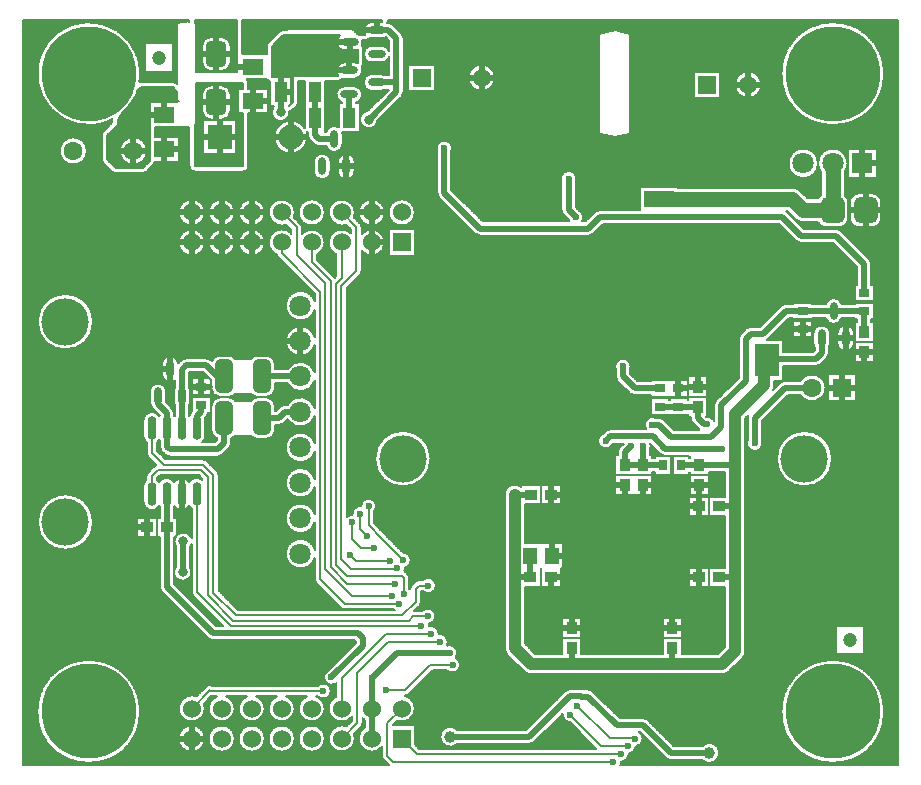
<source format=gbl>
G04 Layer_Physical_Order=2*
G04 Layer_Color=16711680*
%FSLAX24Y24*%
%MOIN*%
G70*
G01*
G75*
%ADD10C,0.0079*%
%ADD12R,0.0394X0.0354*%
%ADD13R,0.0276X0.0354*%
%ADD14R,0.0354X0.0276*%
%ADD15R,0.0354X0.0394*%
%ADD22R,0.0413X0.0689*%
%ADD27C,0.0472*%
%ADD28R,0.0709X0.0551*%
G04:AMPARAMS|DCode=33|XSize=86.6mil|YSize=68.9mil|CornerRadius=17.2mil|HoleSize=0mil|Usage=FLASHONLY|Rotation=270.000|XOffset=0mil|YOffset=0mil|HoleType=Round|Shape=RoundedRectangle|*
%AMROUNDEDRECTD33*
21,1,0.0866,0.0344,0,0,270.0*
21,1,0.0522,0.0689,0,0,270.0*
1,1,0.0344,-0.0172,-0.0261*
1,1,0.0344,-0.0172,0.0261*
1,1,0.0344,0.0172,0.0261*
1,1,0.0344,0.0172,-0.0261*
%
%ADD33ROUNDEDRECTD33*%
%ADD42C,0.0197*%
%ADD45C,0.0394*%
%ADD49C,0.0600*%
%ADD50R,0.0600X0.0600*%
%ADD51C,0.1575*%
%ADD52C,0.3150*%
%ADD53C,0.0709*%
%ADD54R,0.0709X0.0709*%
%ADD55C,0.0630*%
%ADD56R,0.0827X0.0827*%
%ADD57C,0.0827*%
%ADD58R,0.0630X0.0630*%
%ADD59C,0.0236*%
%ADD60C,0.0315*%
%ADD61C,0.0394*%
%ADD62O,0.0295X0.0800*%
G04:AMPARAMS|DCode=63|XSize=78.7mil|YSize=86.6mil|CornerRadius=19.7mil|HoleSize=0mil|Usage=FLASHONLY|Rotation=0.000|XOffset=0mil|YOffset=0mil|HoleType=Round|Shape=RoundedRectangle|*
%AMROUNDEDRECTD63*
21,1,0.0787,0.0472,0,0,0.0*
21,1,0.0394,0.0866,0,0,0.0*
1,1,0.0394,0.0197,-0.0236*
1,1,0.0394,-0.0197,-0.0236*
1,1,0.0394,-0.0197,0.0236*
1,1,0.0394,0.0197,0.0236*
%
%ADD63ROUNDEDRECTD63*%
%ADD64O,0.0591X0.0281*%
%ADD65O,0.0281X0.0591*%
%ADD66R,0.0453X0.0571*%
G04:AMPARAMS|DCode=67|XSize=110.2mil|YSize=59.1mil|CornerRadius=14.8mil|HoleSize=0mil|Usage=FLASHONLY|Rotation=270.000|XOffset=0mil|YOffset=0mil|HoleType=Round|Shape=RoundedRectangle|*
%AMROUNDEDRECTD67*
21,1,0.1102,0.0295,0,0,270.0*
21,1,0.0807,0.0591,0,0,270.0*
1,1,0.0295,-0.0148,-0.0404*
1,1,0.0295,-0.0148,0.0404*
1,1,0.0295,0.0148,0.0404*
1,1,0.0295,0.0148,-0.0404*
%
%ADD67ROUNDEDRECTD67*%
%ADD68C,0.0512*%
%ADD69R,0.0994X0.0571*%
%ADD70R,0.0807X0.1102*%
D10*
X34734Y42554D02*
G03*
X35044Y42244I310J0D01*
G01*
Y43386D02*
G03*
X34734Y43076I0J-310D01*
G01*
X35389Y42244D02*
G03*
X35699Y42554I0J310D01*
G01*
Y43076D02*
G03*
X35389Y43386I-310J0D01*
G01*
X34734Y44168D02*
G03*
X35044Y43858I310J0D01*
G01*
Y45000D02*
G03*
X34734Y44690I0J-310D01*
G01*
X35389Y43858D02*
G03*
X35699Y44168I0J310D01*
G01*
Y44690D02*
G03*
X35389Y45000I-310J0D01*
G01*
X39496Y44159D02*
G03*
X39276Y43711I0J-278D01*
G01*
X39334Y45049D02*
G03*
X39501Y44548I166J-223D01*
G01*
X39941Y44124D02*
G03*
X39806Y44159I-135J-243D01*
G01*
X39811Y44548D02*
G03*
X39941Y44581I0J278D01*
G01*
X32903Y41200D02*
G03*
X32903Y41200I-453J0D01*
G01*
X32237Y42635D02*
G03*
X32336Y42756I-1275J1143D01*
G01*
X32336Y42756D02*
G03*
X32412Y42867I-1374J1023D01*
G01*
X36942Y44800D02*
G03*
X36890Y44675I125J-125D01*
G01*
X36942Y44800D02*
G03*
X36890Y44675I125J-125D01*
G01*
X37441Y45226D02*
G03*
X37316Y45174I0J-177D01*
G01*
X37441Y45226D02*
G03*
X37316Y45174I0J-177D01*
G01*
X40411Y45505D02*
G03*
X40189Y45059I0J-278D01*
G01*
X32675Y22518D02*
G03*
X32675Y22518I-1713J0D01*
G01*
X34833Y21613D02*
G03*
X34833Y21613I-438J0D01*
G01*
X34553Y23021D02*
G03*
X34833Y22613I-158J-408D01*
G01*
D02*
G03*
X34804Y22771I-438J0D01*
G01*
X33327Y26673D02*
G03*
X33396Y26506I236J0D01*
G01*
X33327Y26673D02*
G03*
X33396Y26506I236J0D01*
G01*
X33858Y27343D02*
G03*
X33799Y27165I236J-177D01*
G01*
D02*
G03*
X34390Y27165I295J0D01*
G01*
D02*
G03*
X34331Y27343I-295J0D01*
G01*
Y27988D02*
G03*
X34390Y28083I-217J201D01*
G01*
X35082Y23376D02*
G03*
X34876Y23344I-81J-157D01*
G01*
X35082Y23376D02*
G03*
X34876Y23344I-81J-157D01*
G01*
X34941Y24961D02*
G03*
X35108Y24892I167J167D01*
G01*
X34941Y24961D02*
G03*
X35108Y24892I167J167D01*
G01*
X34390Y26496D02*
G03*
X34442Y26371I177J0D01*
G01*
X34390Y26496D02*
G03*
X34442Y26371I177J0D01*
G01*
X31112Y28829D02*
G03*
X31112Y28829I-925J0D01*
G01*
D02*
G03*
X31112Y28829I-925J0D01*
G01*
X32782Y29511D02*
G03*
X33317Y29374I285J0D01*
G01*
X32884Y30235D02*
G03*
X32782Y30016I183J-219D01*
G01*
X32936Y30480D02*
G03*
X32884Y30354I125J-125D01*
G01*
X32936Y30480D02*
G03*
X32884Y30354I125J-125D01*
G01*
X33220Y30732D02*
G03*
X33142Y30686I47J-171D01*
G01*
X32782Y31711D02*
G03*
X32890Y31488I285J0D01*
G01*
Y31136D02*
G03*
X32942Y31011I177J0D01*
G01*
X32890Y31136D02*
G03*
X32942Y31011I177J0D01*
G01*
X33317Y32354D02*
G03*
X32782Y32216I-250J-138D01*
G01*
X32997Y32862D02*
G03*
X33045Y32706I278J0D01*
G01*
D02*
G03*
X33108Y32592I230J53D01*
G01*
X33045Y32706D02*
G03*
X33108Y32592I230J53D01*
G01*
X33864Y28346D02*
G03*
X33858Y28042I250J-157D01*
G01*
X33898Y28390D02*
G03*
X33864Y28346I217J-201D01*
G01*
X33317Y30154D02*
G03*
X33238Y30244I-250J-138D01*
G01*
X33817Y30154D02*
G03*
X33317Y30154I-250J-138D01*
G01*
X33220Y30732D02*
G03*
X33142Y30686I47J-171D01*
G01*
X34390Y28295D02*
G03*
X33898Y28390I-276J-106D01*
G01*
X33817Y29374D02*
G03*
X34317Y29374I250J138D01*
G01*
D02*
G03*
X34390Y29288I250J138D01*
G01*
X34317Y30154D02*
G03*
X33817Y30154I-250J-138D01*
G01*
X34754Y30232D02*
G03*
X34317Y30154I-187J-216D01*
G01*
X35295Y30398D02*
G03*
X35243Y30523I-177J0D01*
G01*
X35295Y30398D02*
G03*
X35243Y30523I-177J0D01*
G01*
X34903Y30863D02*
G03*
X34778Y30915I-125J-125D01*
G01*
X34903Y30863D02*
G03*
X34778Y30915I-125J-125D01*
G01*
X33494Y31083D02*
G03*
X33661Y31014I167J167D01*
G01*
X33331Y31344D02*
G03*
X33400Y31177I236J0D01*
G01*
X33331Y31344D02*
G03*
X33400Y31177I236J0D01*
G01*
X33494Y31083D02*
G03*
X33661Y31014I167J167D01*
G01*
X33244Y31488D02*
G03*
X33317Y31574I-177J224D01*
G01*
X33803Y32467D02*
G03*
X33734Y32634I-236J0D01*
G01*
X33803Y32467D02*
G03*
X33734Y32634I-236J0D01*
G01*
X33797Y32862D02*
G03*
X33831Y32729I278J0D01*
G01*
X34303Y32703D02*
G03*
X34353Y32862I-228J159D01*
G01*
X34742Y31486D02*
G03*
X34852Y31711I-175J225D01*
G01*
X35049Y31890D02*
G03*
X35246Y31618I285J0D01*
G01*
X34852Y32216D02*
G03*
X34840Y32301I-285J0D01*
G01*
X34400Y32529D02*
G03*
X34331Y32377I167J-167D01*
G01*
X34400Y32529D02*
G03*
X34331Y32377I167J-167D01*
G01*
X34882Y32343D02*
G03*
X34946Y32461I-167J167D01*
G01*
X34882Y32343D02*
G03*
X34946Y32461I-167J167D01*
G01*
X35335Y32982D02*
G03*
X35049Y32697I0J-285D01*
G01*
X35833Y21613D02*
G03*
X35833Y21613I-438J0D01*
G01*
X36833D02*
G03*
X36833Y21613I-438J0D01*
G01*
X37833D02*
G03*
X37833Y21613I-438J0D01*
G01*
X35238Y23022D02*
G03*
X35833Y22613I157J-409D01*
G01*
D02*
G03*
X35552Y23022I-438J0D01*
G01*
X36238D02*
G03*
X36833Y22613I157J-409D01*
G01*
D02*
G03*
X36552Y23022I-438J0D01*
G01*
X37238D02*
G03*
X37833Y22613I157J-409D01*
G01*
D02*
G03*
X37552Y23022I-438J0D01*
G01*
X38833Y21613D02*
G03*
X38833Y21613I-438J0D01*
G01*
X39553Y22021D02*
G03*
X39833Y21613I-158J-408D01*
G01*
D02*
G03*
X39804Y21771I-438J0D01*
G01*
X40159Y21982D02*
G03*
X40738Y21341I236J-369D01*
G01*
X40047Y22014D02*
G03*
X40098Y22139I-125J125D01*
G01*
X38238Y23022D02*
G03*
X38833Y22613I157J-409D01*
G01*
D02*
G03*
X38552Y23022I-438J0D01*
G01*
X38899Y24892D02*
G03*
X38967Y24882I68J226D01*
G01*
X38899Y24892D02*
G03*
X38967Y24882I68J226D01*
G01*
X39218Y23013D02*
G03*
X39744Y22348I177J-400D01*
G01*
X40047Y22014D02*
G03*
X40098Y22139I-125J125D01*
G01*
Y22291D02*
G03*
X40159Y22244I297J322D01*
G01*
X38595Y23022D02*
G03*
X39035Y23199I185J177D01*
G01*
D02*
G03*
X38595Y23376I-256J0D01*
G01*
X38958Y23888D02*
G03*
X39218Y23454I97J-237D01*
G01*
X38494Y27913D02*
G03*
X38494Y27638I-472J-138D01*
G01*
Y29094D02*
G03*
X38494Y28819I-472J-138D01*
G01*
X35266Y31014D02*
G03*
X35433Y31083I0J236D01*
G01*
X35266Y31014D02*
G03*
X35433Y31083I0J236D01*
G01*
X35649Y31300D02*
G03*
X35719Y31467I-167J167D01*
G01*
X35649Y31300D02*
G03*
X35719Y31467I-167J167D01*
G01*
Y31618D02*
G03*
X35854Y31713I-89J271D01*
G01*
X36371D02*
G03*
X36594Y31604I224J177D01*
G01*
X36890D02*
G03*
X37175Y31890I0J285D01*
G01*
Y32697D02*
G03*
X36890Y32982I-285J0D01*
G01*
X37293Y32057D02*
G03*
X37460Y32126I0J236D01*
G01*
X37293Y32057D02*
G03*
X37460Y32126I0J236D01*
G01*
X37500Y32736D02*
G03*
X37333Y32667I0J-236D01*
G01*
X37500Y32736D02*
G03*
X37333Y32667I0J-236D01*
G01*
X38494Y30276D02*
G03*
X38494Y30000I-472J-138D01*
G01*
Y31457D02*
G03*
X38494Y31181I-472J-138D01*
G01*
Y32638D02*
G03*
X37590Y32736I-472J-138D01*
G01*
X37593Y32259D02*
G03*
X38494Y32362I429J241D01*
G01*
Y26919D02*
G03*
X38546Y26794I177J0D01*
G01*
X38494Y26919D02*
G03*
X38546Y26794I177J0D01*
G01*
X39373Y25967D02*
G03*
X39498Y25915I125J125D01*
G01*
X39373Y25967D02*
G03*
X39498Y25915I125J125D01*
G01*
X39756Y29075D02*
G03*
X39557Y28994I-12J-256D01*
G01*
X40039Y29359D02*
G03*
X39756Y29075I-30J-254D01*
G01*
X40472Y29176D02*
G03*
X40551Y29360I-177J185D01*
G01*
D02*
G03*
X40039Y29359I-256J0D01*
G01*
X42360Y30944D02*
G03*
X42360Y30944I-925J0D01*
G01*
D02*
G03*
X42360Y30944I-925J0D01*
G01*
X33553Y33172D02*
G03*
X32997Y33172I-278J0D01*
G01*
X33549Y32818D02*
G03*
X33553Y32862I-275J44D01*
G01*
X33839Y33319D02*
G03*
X33797Y33172I236J-147D01*
G01*
X33397Y33772D02*
G03*
X33839Y33547I278J0D01*
G01*
X33951Y34117D02*
G03*
X33397Y34082I-276J-36D01*
G01*
X34353Y33172D02*
G03*
X34311Y33319I-278J0D01*
G01*
X34222Y34291D02*
G03*
X34055Y34222I0J-236D01*
G01*
X34222Y34291D02*
G03*
X34055Y34222I0J-236D01*
G01*
X31112Y35511D02*
G03*
X31112Y35511I-925J0D01*
G01*
D02*
G03*
X31112Y35511I-925J0D01*
G01*
X31735Y40514D02*
G03*
X31860Y40463I125J125D01*
G01*
X31735Y40514D02*
G03*
X31860Y40463I125J125D01*
G01*
X32766D02*
G03*
X32891Y40514I0J177D01*
G01*
X32766Y40463D02*
G03*
X32891Y40514I0J177D01*
G01*
X34833Y38148D02*
G03*
X34833Y38148I-438J0D01*
G01*
Y39148D02*
G03*
X34833Y39148I-438J0D01*
G01*
X35049Y33287D02*
G03*
X35335Y33002I285J0D01*
G01*
X35029Y34222D02*
G03*
X34862Y34291I-167J-167D01*
G01*
X35029Y34222D02*
G03*
X34862Y34291I-167J-167D01*
G01*
X35335Y34380D02*
G03*
X35065Y34187I0J-285D01*
G01*
X35833Y38148D02*
G03*
X35833Y38148I-438J0D01*
G01*
X35854Y32874D02*
G03*
X35630Y32982I-224J-177D01*
G01*
Y33002D02*
G03*
X35854Y33110I0J285D01*
G01*
X36594Y32982D02*
G03*
X36371Y32874I0J-285D01*
G01*
Y33110D02*
G03*
X36594Y33002I224J177D01*
G01*
Y34380D02*
G03*
X36371Y34272I0J-285D01*
G01*
X35854D02*
G03*
X35630Y34380I-224J-177D01*
G01*
X36833Y38148D02*
G03*
X36833Y38148I-438J0D01*
G01*
X35833Y39148D02*
G03*
X35833Y39148I-438J0D01*
G01*
X36833D02*
G03*
X36833Y39148I-438J0D01*
G01*
X30903Y41200D02*
G03*
X30903Y41200I-453J0D01*
G01*
X31398Y40925D02*
G03*
X31450Y40800I177J0D01*
G01*
X31398Y40925D02*
G03*
X31450Y40800I177J0D01*
G01*
X32675Y43778D02*
G03*
X31758Y42262I-1713J0D01*
G01*
X31450Y41848D02*
G03*
X31398Y41722I125J-125D01*
G01*
X31450Y41848D02*
G03*
X31398Y41722I125J-125D01*
G01*
X31758Y42262D02*
G03*
X31752Y42215I171J-48D01*
G01*
X31758Y42262D02*
G03*
X31752Y42215I171J-48D01*
G01*
X33117Y40741D02*
G03*
X33168Y40846I-125J125D01*
G01*
X33117Y40741D02*
G03*
X33168Y40846I-125J125D01*
G01*
X34321Y40689D02*
G03*
X34498Y40512I177J0D01*
G01*
X34321Y40689D02*
G03*
X34498Y40512I177J0D01*
G01*
X36112D02*
G03*
X36289Y40689I0J177D01*
G01*
X36112Y40512D02*
G03*
X36289Y40689I0J177D01*
G01*
X32697Y43494D02*
G03*
X32650Y43488I0J-177D01*
G01*
D02*
G03*
X32675Y43778I-1688J291D01*
G01*
X32697Y43494D02*
G03*
X32650Y43488I0J-177D01*
G01*
X33885Y43442D02*
G03*
X33760Y43494I-125J-125D01*
G01*
X33885Y43442D02*
G03*
X33760Y43494I-125J-125D01*
G01*
X36289Y43455D02*
G03*
X36224Y43593I-177J0D01*
G01*
X36289Y43455D02*
G03*
X36224Y43593I-177J0D01*
G01*
X36890Y33002D02*
G03*
X37175Y33287I0J285D01*
G01*
Y34094D02*
G03*
X36890Y34380I-285J0D01*
G01*
X37585Y33455D02*
G03*
X38494Y33543I437J226D01*
G01*
Y33819D02*
G03*
X37595Y33927I-472J-138D01*
G01*
X38494Y35000D02*
G03*
X38494Y34724I-472J-138D01*
G01*
Y36181D02*
G03*
X38494Y35906I-472J-138D01*
G01*
X37222Y37747D02*
G03*
X37270Y37657I174J35D01*
G01*
X37222Y37747D02*
G03*
X37270Y37657I174J35D01*
G01*
X37717Y38446D02*
G03*
X37222Y37747I-321J-297D01*
G01*
X37804Y38991D02*
G03*
X37833Y39148I-408J158D01*
G01*
X38833Y38148D02*
G03*
X38071Y38442I-438J0D01*
G01*
Y38650D02*
G03*
X38019Y38775I-177J0D01*
G01*
X38071Y38650D02*
G03*
X38019Y38775I-177J0D01*
G01*
X40007Y37065D02*
G03*
X40059Y37190I-125J125D01*
G01*
X40007Y37065D02*
G03*
X40059Y37190I-125J125D01*
G01*
X38572Y37748D02*
G03*
X38833Y38148I-177J400D01*
G01*
X39705Y38458D02*
G03*
X39218Y37748I-309J-310D01*
G01*
X40059Y37868D02*
G03*
X40833Y38148I336J280D01*
G01*
D02*
G03*
X40059Y38429I-438J0D01*
G01*
X39804Y38991D02*
G03*
X39833Y39148I-408J158D01*
G01*
X40059Y38662D02*
G03*
X40007Y38787I-177J0D01*
G01*
X40059Y38662D02*
G03*
X40007Y38787I-177J0D01*
G01*
X37833Y39148D02*
G03*
X37553Y38740I-438J0D01*
G01*
X38159Y41963D02*
G03*
X38248Y41663I-463J-300D01*
G01*
X38268Y41732D02*
G03*
X38337Y41565I236J0D01*
G01*
X38268Y41732D02*
G03*
X38337Y41565I236J0D01*
G01*
X38248Y41663D02*
G03*
X38225Y41821I-551J0D01*
G01*
X38833Y39148D02*
G03*
X38833Y39148I-438J0D01*
G01*
X38469Y40529D02*
G03*
X39025Y40529I278J0D01*
G01*
Y40839D02*
G03*
X38469Y40839I-278J0D01*
G01*
X38475Y41427D02*
G03*
X38642Y41358I167J167D01*
G01*
X38475Y41427D02*
G03*
X38642Y41358I167J167D01*
G01*
X37657Y42490D02*
G03*
X37655Y42530I-295J0D01*
G01*
D02*
G03*
X37773Y42581I-7J177D01*
G01*
X36904Y43593D02*
G03*
X37018Y43491I163J69D01*
G01*
X36904Y43593D02*
G03*
X37018Y43491I163J69D01*
G01*
X37126Y42667D02*
G03*
X37657Y42490I236J-177D01*
G01*
X37901Y42709D02*
G03*
X37953Y42835I-125J125D01*
G01*
X37901Y42709D02*
G03*
X37953Y42835I-125J125D01*
G01*
X39301Y41981D02*
G03*
X38881Y41830I-154J-232D01*
G01*
Y41358D02*
G03*
X39425Y41439I266J81D01*
G01*
Y41749D02*
G03*
X39416Y41821I-278J0D01*
G01*
X39833Y39148D02*
G03*
X39553Y38740I-438J0D01*
G01*
X39269Y40529D02*
G03*
X39825Y40529I278J0D01*
G01*
Y40839D02*
G03*
X39269Y40839I-278J0D01*
G01*
X40833Y39148D02*
G03*
X40833Y39148I-438J0D01*
G01*
X40254Y42536D02*
G03*
X40588Y42202I42J-292D01*
G01*
X39496Y43359D02*
G03*
X39414Y42815I0J-278D01*
G01*
X39887D02*
G03*
X40084Y43081I-81J266D01*
G01*
D02*
G03*
X39806Y43359I-278J0D01*
G01*
X39423Y43612D02*
G03*
X39496Y43603I73J268D01*
G01*
X39276Y43533D02*
G03*
X39423Y43612I0J177D01*
G01*
X39276Y43533D02*
G03*
X39423Y43612I0J177D01*
G01*
X39806Y43603D02*
G03*
X40084Y43881I0J278D01*
G01*
D02*
G03*
X40060Y43993I-278J0D01*
G01*
D02*
G03*
X40118Y44124I-119J131D01*
G01*
X40060Y43993D02*
G03*
X40118Y44124I-119J131D01*
G01*
X40063Y44709D02*
G03*
X40089Y44826I-252J117D01*
G01*
X40118Y44581D02*
G03*
X40063Y44709I-177J0D01*
G01*
X40089Y44826D02*
G03*
X40083Y44882I-278J0D01*
G01*
X40118Y44581D02*
G03*
X40063Y44709I-177J0D01*
G01*
X40406Y43759D02*
G03*
X40406Y43203I0J-278D01*
G01*
X40411Y44705D02*
G03*
X40411Y44148I0J-278D01*
G01*
X40189Y44882D02*
G03*
X40335Y44959I0J177D01*
G01*
X40189Y44882D02*
G03*
X40335Y44959I0J177D01*
G01*
D02*
G03*
X40411Y44948I76J268D01*
G01*
X40738Y21024D02*
G03*
X40790Y20898I177J0D01*
G01*
X40738Y21024D02*
G03*
X40790Y20898I177J0D01*
G01*
X43249Y21909D02*
G03*
X43249Y21437I-237J-236D01*
G01*
X41506Y23041D02*
G03*
X41631Y23093I0J177D01*
G01*
X41237Y22205D02*
G03*
X41833Y22613I158J408D01*
G01*
D02*
G03*
X41486Y23041I-438J0D01*
G01*
X41506D02*
G03*
X41631Y23093I0J177D01*
G01*
X43248Y24469D02*
G03*
X42900Y24707I-256J0D01*
G01*
X42906Y23888D02*
G03*
X43346Y24065I185J177D01*
G01*
D02*
G03*
X43187Y24302I-256J0D01*
G01*
Y24302D02*
G03*
X43248Y24469I-194J166D01*
G01*
X42303Y25364D02*
G03*
X42293Y25435I-256J0D01*
G01*
X42628Y25108D02*
G03*
X42303Y25355I-256J0D01*
G01*
X42520Y25689D02*
G03*
X42079Y25866I-256J0D01*
G01*
X42293Y25435D02*
G03*
X42520Y25689I-29J254D01*
G01*
X41138Y25915D02*
G03*
X41162Y25896I173J188D01*
G01*
X41986Y26036D02*
G03*
X42037Y26161I-125J125D01*
G01*
X41986Y26036D02*
G03*
X42037Y26161I-125J125D01*
G01*
X42900Y24707D02*
G03*
X42933Y24833I-223J125D01*
G01*
D02*
G03*
X42627Y25084I-256J0D01*
G01*
X44823Y24646D02*
G03*
X44921Y24409I335J0D01*
G01*
X44823Y24646D02*
G03*
X44921Y24409I335J0D01*
G01*
X45650Y21437D02*
G03*
X45817Y21506I0J236D01*
G01*
X45650Y21437D02*
G03*
X45817Y21506I0J236D01*
G01*
X46756Y22446D02*
G03*
X46992Y22157I254J-34D01*
G01*
X48686Y20727D02*
G03*
X48711Y20837I-231J109D01*
G01*
X48711Y20838D02*
G03*
X48969Y21094I2J256D01*
G01*
X48968Y21114D02*
G03*
X49192Y21350I-31J254D01*
G01*
X49192Y21350D02*
G03*
X49432Y21605I-17J255D01*
G01*
D02*
G03*
X49297Y21831I-256J0D01*
G01*
X46998Y23258D02*
G03*
X46831Y23189I0J-236D01*
G01*
X46998Y23258D02*
G03*
X46831Y23189I0J-236D01*
G01*
X45472Y23858D02*
G03*
X45709Y23760I237J237D01*
G01*
X45472Y23858D02*
G03*
X45709Y23760I237J237D01*
G01*
X47442Y23248D02*
G03*
X47375Y23258I-67J-226D01*
G01*
X47442Y23248D02*
G03*
X47375Y23258I-67J-226D01*
G01*
X47785Y23179D02*
G03*
X47618Y23248I-167J-167D01*
G01*
X47785Y23179D02*
G03*
X47618Y23248I-167J-167D01*
G01*
X49596Y22234D02*
G03*
X49429Y22303I-167J-167D01*
G01*
X49596Y22234D02*
G03*
X49429Y22303I-167J-167D01*
G01*
X41683Y26578D02*
G03*
X41654Y26612I-207J-151D01*
G01*
X41735Y26730D02*
G03*
X41683Y26604I125J-125D01*
G01*
X41735Y26730D02*
G03*
X41683Y26604I125J-125D01*
G01*
X41654Y26969D02*
G03*
X41602Y27094I-177J0D01*
G01*
X41970Y26891D02*
G03*
X41845Y26839I0J-177D01*
G01*
X41970Y26891D02*
G03*
X41845Y26839I0J-177D01*
G01*
X42541Y26714D02*
G03*
X42101Y26891I-256J0D01*
G01*
Y26537D02*
G03*
X42541Y26714I185J177D01*
G01*
X41654Y26969D02*
G03*
X41602Y27094I-177J0D01*
G01*
X41541Y27154D02*
G03*
X41481Y27194I-125J-125D01*
G01*
D02*
G03*
X41498Y27285I-239J91D01*
G01*
X41541Y27154D02*
G03*
X41481Y27194I-125J-125D01*
G01*
X41497Y27309D02*
G03*
X41705Y27560I-48J251D01*
G01*
D02*
G03*
X41444Y27816I-256J0D01*
G01*
X40866Y28393D02*
G03*
X40844Y28421I-148J-98D01*
G01*
X40866Y28393D02*
G03*
X40844Y28421I-148J-98D01*
G01*
X45364Y30007D02*
G03*
X44823Y29744I-207J-263D01*
G01*
X48101Y31772D02*
G03*
X48435Y31438I97J-237D01*
G01*
X48662Y31319D02*
G03*
X48593Y31152I167J-167D01*
G01*
X48346Y31919D02*
G03*
X48179Y31850I0J-236D01*
G01*
X48346Y31919D02*
G03*
X48179Y31850I0J-236D01*
G01*
X48662Y31319D02*
G03*
X48593Y31152I167J-167D01*
G01*
X49675Y31260D02*
G03*
X49695Y31358I-236J98D01*
G01*
X49852Y32313D02*
G03*
X49552Y31919I-98J-236D01*
G01*
X49695Y31358D02*
G03*
X49681Y31442I-256J0D01*
G01*
X50197Y20965D02*
G03*
X50364Y20896I167J167D01*
G01*
X50197Y20965D02*
G03*
X50364Y20896I167J167D01*
G01*
X51417D02*
G03*
X51988Y21132I237J236D01*
G01*
D02*
G03*
X51417Y21368I-335J0D01*
G01*
X57478Y22518D02*
G03*
X57478Y22518I-1713J0D01*
G01*
X52077Y23760D02*
G03*
X52313Y23858I0J335D01*
G01*
X52077Y23760D02*
G03*
X52313Y23858I0J335D01*
G01*
X52756Y24301D02*
G03*
X52854Y24537I-237J237D01*
G01*
X52756Y24301D02*
G03*
X52854Y24537I-237J237D01*
G01*
X50020Y31103D02*
G03*
X50187Y31033I167J167D01*
G01*
X50020Y31103D02*
G03*
X50187Y31033I167J167D01*
G01*
X51290Y31920D02*
G03*
X51312Y31900I167J167D01*
G01*
X51290Y31920D02*
G03*
X51312Y31900I167J167D01*
G01*
X52923Y31555D02*
G03*
X53415Y31457I236J-98D01*
G01*
D02*
G03*
X53396Y31555I-256J0D01*
G01*
X55746Y30944D02*
G03*
X55746Y30944I-925J0D01*
G01*
D02*
G03*
X55746Y30944I-925J0D01*
G01*
X43849Y38445D02*
G03*
X44016Y38376I167J167D01*
G01*
X43849Y38445D02*
G03*
X44016Y38376I167J167D01*
G01*
X41833Y39148D02*
G03*
X41833Y39148I-438J0D01*
G01*
X48533Y33681D02*
G03*
X48603Y33514I236J0D01*
G01*
X48533Y33681D02*
G03*
X48603Y33514I236J0D01*
G01*
X48996Y33120D02*
G03*
X49163Y33051I167J167D01*
G01*
X48996Y33120D02*
G03*
X49163Y33051I167J167D01*
G01*
X49026Y34016D02*
G03*
X48533Y33917I-256J0D01*
G01*
X47618Y38376D02*
G03*
X47785Y38445I0J236D01*
G01*
X47618Y38376D02*
G03*
X47785Y38445I0J236D01*
G01*
X49006Y33917D02*
G03*
X49026Y34016I-236J98D01*
G01*
X46958Y38889D02*
G03*
X46979Y38848I237J97D01*
G01*
X47411D02*
G03*
X47451Y38986I-216J138D01*
G01*
X46722Y39222D02*
G03*
X46792Y39055I236J0D01*
G01*
X42579Y39813D02*
G03*
X42648Y39646I236J0D01*
G01*
X42579Y39813D02*
G03*
X42648Y39646I236J0D01*
G01*
X43071Y41289D02*
G03*
X42579Y41191I-256J0D01*
G01*
X43051D02*
G03*
X43071Y41289I-236J98D01*
G01*
X46722Y39222D02*
G03*
X46792Y39055I236J0D01*
G01*
X47195Y40177D02*
G03*
X47215Y40276I-236J98D01*
G01*
D02*
G03*
X46722Y40177I-256J0D01*
G01*
X47451Y38986D02*
G03*
X47292Y39223I-256J0D01*
G01*
X48002Y39232D02*
G03*
X47835Y39163I0J-236D01*
G01*
X48002Y39232D02*
G03*
X47835Y39163I0J-236D01*
G01*
X50128Y32244D02*
G03*
X49961Y32313I-167J-167D01*
G01*
X50128Y32244D02*
G03*
X49961Y32313I-167J-167D01*
G01*
X51024Y32283D02*
G03*
X51093Y32116I236J0D01*
G01*
X51024Y32283D02*
G03*
X51093Y32116I236J0D01*
G01*
X51811Y32206D02*
G03*
X51539Y32338I-226J-119D01*
G01*
X52938Y32367D02*
G03*
X52923Y32283I221J-83D01*
G01*
X52938Y32367D02*
G03*
X52923Y32283I221J-83D01*
G01*
X51880Y32893D02*
G03*
X51811Y32726I167J-167D01*
G01*
X51880Y32893D02*
G03*
X51811Y32726I167J-167D01*
G01*
X53789Y33247D02*
G03*
X53819Y33386I-304J139D01*
G01*
X53789Y33247D02*
G03*
X53819Y33386I-304J139D01*
G01*
X53566Y34911D02*
G03*
X53602Y34941I-131J197D01*
G01*
X52697Y35108D02*
G03*
X52628Y34941I167J-167D01*
G01*
X52697Y35108D02*
G03*
X52628Y34941I167J-167D01*
G01*
X53566Y34911D02*
G03*
X53602Y34941I-131J197D01*
G01*
X53032Y35344D02*
G03*
X52864Y35275I0J-236D01*
G01*
X53032Y35344D02*
G03*
X52864Y35275I0J-236D01*
G01*
X40716Y43203D02*
G03*
X40862Y43244I0J278D01*
G01*
X41388Y43002D02*
G03*
X41457Y43169I-167J167D01*
G01*
X41388Y43002D02*
G03*
X41457Y43169I-167J167D01*
G01*
X44495Y43642D02*
G03*
X44495Y43642I-438J0D01*
G01*
X40862Y43717D02*
G03*
X40716Y43759I-147J-236D01*
G01*
X40721Y44148D02*
G03*
X40984Y44337I0J278D01*
G01*
Y44516D02*
G03*
X40721Y44705I-263J-89D01*
G01*
Y44948D02*
G03*
X40861Y44986I0J278D01*
G01*
X41122Y45393D02*
G03*
X40955Y45463I-167J-167D01*
G01*
X40920D02*
G03*
X40925Y45503I-172J41D01*
G01*
X41122Y45393D02*
G03*
X40955Y45463I-167J-167D01*
G01*
X41457Y44961D02*
G03*
X41388Y45128I-236J0D01*
G01*
X41457Y44961D02*
G03*
X41388Y45128I-236J0D01*
G01*
X53381Y43406D02*
G03*
X53381Y43406I-438J0D01*
G01*
X54183Y33543D02*
G03*
X54016Y33474I0J-236D01*
G01*
X54183Y33543D02*
G03*
X54016Y33474I0J-236D01*
G01*
X54687Y33071D02*
G03*
X55526Y33307I386J236D01*
G01*
D02*
G03*
X54687Y33543I-453J0D01*
G01*
X55116Y34801D02*
G03*
X55157Y34654I278J0D01*
G01*
X55197Y34026D02*
G03*
X55364Y34095I0J236D01*
G01*
X55197Y34026D02*
G03*
X55364Y34095I0J236D01*
G01*
X55561Y34292D02*
G03*
X55630Y34459I-167J167D01*
G01*
X55561Y34292D02*
G03*
X55630Y34459I-167J167D01*
G01*
X54193Y36102D02*
G03*
X54026Y36033I0J-236D01*
G01*
X54193Y36102D02*
G03*
X54026Y36033I0J-236D01*
G01*
X54548Y38199D02*
G03*
X54715Y38130I167J167D01*
G01*
X54548Y38199D02*
G03*
X54715Y38130I167J167D01*
G01*
X55672Y35111D02*
G03*
X55116Y35111I-278J0D01*
G01*
X55528Y35630D02*
G03*
X56060Y35630I266J81D01*
G01*
Y36102D02*
G03*
X55528Y36102I-266J-81D01*
G01*
X55630Y34654D02*
G03*
X55672Y34801I-236J147D01*
G01*
X55916D02*
G03*
X56472Y34801I278J0D01*
G01*
Y35111D02*
G03*
X55916Y35111I-278J0D01*
G01*
X56043Y38533D02*
G03*
X55876Y38602I-167J-167D01*
G01*
X56043Y38533D02*
G03*
X55876Y38602I-167J-167D01*
G01*
X57047Y37431D02*
G03*
X56978Y37598I-236J0D01*
G01*
X57047Y37431D02*
G03*
X56978Y37598I-236J0D01*
G01*
X54495Y38944D02*
G03*
X54774Y38829I278J278D01*
G01*
X54495Y38944D02*
G03*
X54774Y38829I278J278D01*
G01*
X54252Y39163D02*
G03*
X54215Y39193I-167J-167D01*
G01*
X54252Y39163D02*
G03*
X54215Y39193I-167J-167D01*
G01*
X54688Y39865D02*
G03*
X54409Y39980I-278J-278D01*
G01*
X54688Y39865D02*
G03*
X54409Y39980I-278J-278D01*
G01*
X55372Y39735D02*
G03*
X55266Y39616I189J-276D01*
G01*
Y38829D02*
G03*
X55561Y38652I295J157D01*
G01*
X55955D02*
G03*
X56289Y38986I0J335D01*
G01*
X55273Y40786D02*
G03*
X55273Y40786I-492J0D01*
G01*
D02*
G03*
X55372Y40491I492J0D01*
G01*
X56257Y40786D02*
G03*
X55273Y40786I-492J0D01*
G01*
X57478Y43778D02*
G03*
X57478Y43778I-1713J0D01*
G01*
X56326Y38986D02*
G03*
X56661Y38652I335J0D01*
G01*
X56289Y39459D02*
G03*
X56159Y39724I-335J0D01*
G01*
Y40491D02*
G03*
X56257Y40786I-394J295D01*
G01*
X56661Y39793D02*
G03*
X56326Y39459I0J-335D01*
G01*
X57055Y38652D02*
G03*
X57389Y38986I0J335D01*
G01*
Y39459D02*
G03*
X57055Y39793I-335J0D01*
G01*
X41417Y25719D02*
X41860Y26161D01*
X35876Y25719D02*
X41417D01*
X41782Y25689D02*
X42264D01*
X41634Y25541D02*
X41782Y25689D01*
X35772Y25541D02*
X41634D01*
X35118Y26476D02*
X35876Y25719D01*
X35118Y26476D02*
Y30398D01*
X34931Y26382D02*
X35772Y25541D01*
X34567Y26496D02*
X35699Y25364D01*
X34931Y26382D02*
Y30335D01*
X34567Y26496D02*
Y29764D01*
X35699Y25364D02*
X42047D01*
X34778Y30738D02*
X35118Y30398D01*
X34705Y30561D02*
X34931Y30335D01*
X39724Y26378D02*
X41073D01*
X38848Y27254D02*
X39724Y26378D01*
X39581Y26772D02*
X41181D01*
X39026Y27327D02*
X39581Y26772D01*
X39203Y27401D02*
X39575Y27029D01*
X41416D01*
X41476Y26969D01*
X39380Y27598D02*
Y36688D01*
X33067Y31136D02*
X33465Y30738D01*
X33067Y31136D02*
Y31964D01*
X33051Y31948D02*
X33067Y31964D01*
X33465Y30738D02*
X34778D01*
X39498Y26093D02*
X41234D01*
X38671Y26919D02*
X39498Y26093D01*
X41860Y26161D02*
Y26604D01*
X41970Y26714D01*
X42286D01*
X39395Y21613D02*
X39921Y22139D01*
X33268Y30561D02*
X34705D01*
X33061Y30354D02*
X33268Y30561D01*
X33061Y29770D02*
Y30354D01*
Y29770D02*
X33067Y29764D01*
X41102Y20837D02*
X48455D01*
X40915Y21024D02*
X41102Y20837D01*
X40915Y21024D02*
Y22133D01*
X41395Y22613D01*
X41915Y21094D02*
X48713D01*
X41395Y21613D02*
X41915Y21094D01*
X48032Y21368D02*
X48937D01*
X47010Y22389D02*
X48032Y21368D01*
X47010Y22389D02*
Y22413D01*
X49157Y21624D02*
X49176Y21605D01*
X34395Y22613D02*
X35001Y23219D01*
X37894Y37746D02*
Y38650D01*
X37395Y39148D02*
X37894Y38650D01*
X37395Y37782D02*
Y38148D01*
X38395Y37495D02*
Y38148D01*
Y37495D02*
X39026Y36865D01*
X37894Y37746D02*
X38848Y36791D01*
X39395Y36954D02*
Y38148D01*
X39203Y36762D02*
X39395Y36954D01*
X41476Y26427D02*
Y26969D01*
X39395Y39148D02*
X39882Y38662D01*
Y37190D02*
Y38662D01*
X39380Y36688D02*
X39882Y37190D01*
X39026Y27327D02*
Y36865D01*
X39203Y27401D02*
Y36762D01*
X38848Y27254D02*
Y36791D01*
X38671Y26919D02*
Y36506D01*
X37395Y37782D02*
X38671Y36506D01*
X40876Y23219D02*
X41506D01*
X42352Y24065D01*
X43091D01*
X39395Y23618D02*
X40886Y25108D01*
X42372D01*
X39395Y22613D02*
Y23618D01*
X35001Y23219D02*
X35020Y23199D01*
X38780D01*
X39921Y22139D02*
Y23809D01*
X40945Y24833D01*
X42677D01*
X47244Y22707D02*
X48327Y21624D01*
X49157D01*
X41231Y27274D02*
X41242Y27285D01*
X39380Y27598D02*
X39705Y27274D01*
X41231D01*
X39665Y27726D02*
X39862Y27530D01*
X41014D01*
X41014Y27530D01*
X40718Y28291D02*
X41449Y27560D01*
X40044Y27972D02*
X40463D01*
X39744Y28272D02*
Y28819D01*
Y28272D02*
X40044Y27972D01*
X40010Y28588D02*
X40242Y28356D01*
X40010Y28588D02*
Y29104D01*
X40295Y28719D02*
Y29360D01*
Y28719D02*
X40718Y28296D01*
Y28291D02*
Y28296D01*
X34498Y41811D02*
X34783D01*
X34498Y41457D02*
X34783D01*
X34498Y41988D02*
X34783D01*
X34498Y41870D02*
X34783D01*
X34498Y41929D02*
X34783D01*
X34498Y41220D02*
X34783D01*
X34498Y41161D02*
X34783D01*
X34498Y41398D02*
X34783D01*
X34498Y41279D02*
X34783D01*
X34498Y41339D02*
X34783D01*
X34498Y40689D02*
Y42087D01*
Y42047D02*
X34783D01*
X34498Y42087D02*
X34523Y42111D01*
X34518Y42106D02*
X34783D01*
X34523Y42111D02*
Y42864D01*
X34547Y40689D02*
Y43455D01*
X34665Y40689D02*
Y43455D01*
X34606Y40689D02*
Y43455D01*
X34724Y40689D02*
Y43455D01*
X34783Y41112D02*
Y42215D01*
X34783Y40689D02*
Y42387D01*
X34498Y40748D02*
X36112D01*
X34498Y40689D02*
X36112D01*
X34498Y40925D02*
X36112D01*
X34498Y40807D02*
X36112D01*
X34498Y40866D02*
X36112D01*
X34842Y40689D02*
Y41112D01*
X35020Y40689D02*
Y41112D01*
X34961Y40689D02*
Y41112D01*
X34498Y41102D02*
X36112D01*
X34498Y40984D02*
X36112D01*
X34498Y41043D02*
X36112D01*
X34498Y41575D02*
X34783D01*
X34498Y41516D02*
X34783D01*
X34498Y41752D02*
X34783D01*
X34498Y41634D02*
X34783D01*
X34498Y41693D02*
X34783D01*
X34902Y40689D02*
Y41112D01*
X35138Y40689D02*
Y41112D01*
X35079Y40689D02*
Y41112D01*
X34523Y42165D02*
X34783D01*
Y41112D02*
X35886D01*
X34523Y42401D02*
X34774D01*
X34523Y42342D02*
X34818D01*
X34523Y42579D02*
X34734D01*
X34523Y42461D02*
X34749D01*
X34523Y42520D02*
X34736D01*
X34523Y42697D02*
X34734D01*
X34842Y42215D02*
Y42319D01*
X34523Y42638D02*
X34734D01*
X34532Y42874D02*
X34734D01*
X34523Y42756D02*
X34734D01*
X34523Y42815D02*
X34734D01*
X34532Y42992D02*
X34734D01*
X34532Y42933D02*
X34734D01*
X34532Y43051D02*
X34734D01*
X34532Y43110D02*
X34736D01*
X34532Y43169D02*
X34749D01*
X34532Y42874D02*
Y43455D01*
X34734Y42554D02*
Y43076D01*
X34532Y43228D02*
X34774D01*
X34783Y43243D02*
Y43455D01*
X34532Y43287D02*
X34818D01*
X34842Y43311D02*
Y43455D01*
X34783Y42215D02*
X35886D01*
X34523Y42224D02*
X36112D01*
X34523Y42283D02*
X34893D01*
X34902Y42215D02*
Y42279D01*
X35020Y42215D02*
Y42245D01*
X34961Y42215D02*
Y42256D01*
X35044Y42244D02*
X35389D01*
X34532Y43346D02*
X34893D01*
X34902Y43351D02*
Y43455D01*
X34532Y43405D02*
X36112D01*
X34532Y43455D02*
X36112D01*
X34961Y43374D02*
Y43455D01*
X35020Y43385D02*
Y43455D01*
X35079Y43386D02*
Y43455D01*
X35044Y43386D02*
X35389D01*
X35138D02*
Y43455D01*
X35374Y40689D02*
Y41112D01*
X35433Y40689D02*
Y41112D01*
X35197Y40689D02*
Y41112D01*
X35315Y40689D02*
Y41112D01*
X35256Y40689D02*
Y41112D01*
X35669Y40689D02*
Y41112D01*
X35787Y40689D02*
Y41112D01*
X35492Y40689D02*
Y41112D01*
X35610Y40689D02*
Y41112D01*
X35551Y40689D02*
Y41112D01*
X35492Y42215D02*
Y42262D01*
X35669Y42215D02*
Y42422D01*
X35728Y40689D02*
Y41112D01*
X35846Y40689D02*
Y41112D01*
X35905Y40689D02*
Y43455D01*
X35886Y41112D02*
Y42215D01*
X36024Y40689D02*
Y42451D01*
X35965Y40689D02*
Y42451D01*
X35886Y41220D02*
X36112D01*
X35886Y41161D02*
X36112D01*
X35886Y41398D02*
X36112D01*
X35886Y41279D02*
X36112D01*
X35886Y41339D02*
X36112D01*
X35886Y41516D02*
X36112D01*
Y41250D02*
X36112Y40689D01*
X35886Y41457D02*
X36112D01*
X35886Y41575D02*
X36112D01*
X35886Y41634D02*
X36112D01*
X35886Y41693D02*
X36112D01*
X35886Y41811D02*
X36112D01*
X35886Y41752D02*
X36112D01*
X35886Y41988D02*
X36112D01*
X35886Y41870D02*
X36112D01*
X35886Y41929D02*
X36112D01*
X36083Y40689D02*
Y42451D01*
X35886Y42047D02*
X36112D01*
X36112Y41250D02*
X36112Y42087D01*
X35886Y42165D02*
X36112D01*
X35886Y42106D02*
X36112D01*
Y42087D02*
Y42451D01*
X35433Y42215D02*
Y42247D01*
X35551Y42215D02*
Y42290D01*
X35433Y43383D02*
Y43455D01*
X35610Y42215D02*
Y42337D01*
X35699Y42579D02*
X35945D01*
X35699Y42554D02*
Y43076D01*
Y42756D02*
X35945D01*
X35699Y42638D02*
X35945D01*
X35699Y42697D02*
X35945D01*
X35374Y43386D02*
Y43455D01*
X35492Y43368D02*
Y43455D01*
X35197Y43386D02*
Y43455D01*
X35315Y43386D02*
Y43455D01*
X35256Y43386D02*
Y43455D01*
X35728Y42215D02*
Y43455D01*
X35846Y42215D02*
Y43455D01*
X35787Y42215D02*
Y43455D01*
X35551Y43340D02*
Y43455D01*
X35669Y43208D02*
Y43455D01*
X35610Y43293D02*
Y43455D01*
X35615Y42342D02*
X36112D01*
X35540Y42283D02*
X36112D01*
X35697Y42520D02*
X35945D01*
X35659Y42401D02*
X36112D01*
X35684Y42461D02*
X35945D01*
X35699Y42874D02*
X35945D01*
Y42451D02*
X36112D01*
X35699Y42815D02*
X35945D01*
X35699Y43051D02*
X35945D01*
X35699Y42933D02*
X35945D01*
X35699Y42992D02*
X35945D01*
X35684Y43169D02*
X35945D01*
X35697Y43110D02*
X35945D01*
X35659Y43228D02*
X35945D01*
X35615Y43287D02*
X36112D01*
X35540Y43346D02*
X36112D01*
X35945Y42451D02*
Y43278D01*
X36112D01*
X35965D02*
Y43455D01*
X36024Y43278D02*
Y43455D01*
X36112Y43278D02*
Y43455D01*
X36083Y43278D02*
Y43455D01*
X34532Y44409D02*
X34734D01*
X34532Y44527D02*
X34734D01*
X34532Y44468D02*
X34734D01*
X34532Y44173D02*
X34734D01*
X34532Y44350D02*
X34734D01*
X34532Y44232D02*
X34734D01*
X34606Y43839D02*
Y45570D01*
X34532Y43839D02*
Y45472D01*
X34547Y43839D02*
Y45570D01*
X34665Y43839D02*
Y45570D01*
X34724Y43839D02*
Y45570D01*
X34734Y44168D02*
Y44690D01*
X34532Y43839D02*
X35207D01*
X34532Y43937D02*
X34838D01*
X34532Y43878D02*
X34936D01*
X34961Y43839D02*
Y43870D01*
X34842Y43839D02*
Y43933D01*
X34902Y43839D02*
Y43893D01*
X34532Y43996D02*
X34787D01*
X34532Y44114D02*
X34739D01*
X34532Y44055D02*
X34756D01*
X34783Y43839D02*
Y44001D01*
X34532Y44291D02*
X34734D01*
X34532Y44764D02*
X34743D01*
X34532Y44823D02*
X34764D01*
X34532Y44882D02*
X34801D01*
X34532Y44587D02*
X34734D01*
X34532Y44646D02*
X34734D01*
X34532Y44705D02*
X34735D01*
X34532Y44941D02*
X34862D01*
X34498Y45478D02*
Y45570D01*
Y45478D02*
X34532Y45472D01*
X34783Y44857D02*
Y45570D01*
X34842Y44925D02*
Y45570D01*
X34902Y44965D02*
Y45570D01*
X34532Y45000D02*
X35037D01*
X34532Y45118D02*
X35906D01*
X34532Y45059D02*
X35906D01*
X34532Y45236D02*
X35906D01*
X34532Y45177D02*
X35906D01*
X34532Y45354D02*
X35906D01*
X34498Y45570D02*
X35906D01*
X34498Y45531D02*
X35906D01*
X34961Y44988D02*
Y45570D01*
X34532Y45295D02*
X35906D01*
X34532Y45472D02*
X35906D01*
X34532Y45413D02*
X35906D01*
X35492Y43839D02*
Y43876D01*
X35044Y43858D02*
X35389D01*
X35669Y43839D02*
Y44036D01*
X35551Y43839D02*
Y43904D01*
X35610Y43839D02*
Y43951D01*
X35787Y43839D02*
Y45570D01*
X35699Y44168D02*
Y44690D01*
X35728Y43839D02*
Y45570D01*
X35207Y43839D02*
X35906D01*
X35595Y43937D02*
X35906D01*
X35497Y43878D02*
X35906D01*
X35647Y43996D02*
X35906D01*
X35694Y44114D02*
X35906D01*
X35677Y44055D02*
X35906D01*
X35699Y44173D02*
X35906D01*
X35699Y44291D02*
X35906D01*
X35699Y44232D02*
X35906D01*
X35905Y43839D02*
Y45570D01*
X35906Y43839D02*
Y45570D01*
X35846Y43839D02*
Y45570D01*
X35699Y44350D02*
X35906D01*
X35020Y44999D02*
Y45570D01*
X35079Y45000D02*
Y45570D01*
X35044Y45000D02*
X35389D01*
X35256D02*
Y45570D01*
X35138Y45000D02*
Y45570D01*
X35197Y45000D02*
Y45570D01*
X35433Y44997D02*
Y45570D01*
X35315Y45000D02*
Y45570D01*
X35374Y45000D02*
Y45570D01*
X35610Y44907D02*
Y45570D01*
X35492Y44982D02*
Y45570D01*
X35551Y44954D02*
Y45570D01*
X35699Y44587D02*
X35906D01*
X35698Y44705D02*
X35906D01*
X35699Y44646D02*
X35906D01*
X35699Y44409D02*
X35906D01*
X35699Y44527D02*
X35906D01*
X35699Y44468D02*
X35906D01*
X35396Y45000D02*
X35906D01*
X35571Y44941D02*
X35906D01*
X35669Y44822D02*
Y45570D01*
X35690Y44764D02*
X35906D01*
X35632Y44882D02*
X35906D01*
X35669Y44823D02*
X35906D01*
X37087Y43661D02*
Y44695D01*
X37067Y43661D02*
Y44675D01*
Y43661D02*
X37707D01*
X37648Y42707D02*
X37697Y42756D01*
X37707Y42766D02*
Y43661D01*
X37146D02*
Y44754D01*
X37323Y43661D02*
Y44931D01*
X37205Y43661D02*
Y44813D01*
X37264Y43661D02*
Y44872D01*
X37618Y43661D02*
Y45049D01*
X37677Y43661D02*
Y45049D01*
X37500Y43661D02*
Y45049D01*
X37559Y43661D02*
Y45049D01*
X37707Y43110D02*
X37776D01*
X37707Y43228D02*
X37776D01*
X37707Y42933D02*
X37776D01*
X37707Y42766D02*
X37776Y42835D01*
X37707Y43051D02*
X37776D01*
X37707Y42992D02*
X37776D01*
X37707Y43524D02*
X37776D01*
X37707Y43642D02*
X37776D01*
X37707Y43583D02*
X37776D01*
X37707Y43346D02*
X37776D01*
X37707Y43287D02*
X37776D01*
X37707Y43464D02*
X37776D01*
X37707Y43405D02*
X37776D01*
X37067Y43701D02*
X37815D01*
X37067Y43819D02*
X39225D01*
X37067Y43760D02*
X39245D01*
X37067Y43878D02*
X39218D01*
X37067Y43937D02*
X39223D01*
X37155Y44764D02*
X39230D01*
X37067Y43996D02*
X39243D01*
X37067Y44675D02*
X37185Y44793D01*
X37441Y45049D01*
X37214Y44823D02*
X39223D01*
X37382Y43661D02*
Y44990D01*
X37441Y43661D02*
Y45049D01*
X37441Y45049D02*
X37490D01*
X37274Y44882D02*
X39228D01*
X37067Y44291D02*
X39941D01*
X37067Y44409D02*
X39941D01*
X37067Y44350D02*
X39941D01*
X37067Y44055D02*
X39279D01*
X37067Y44114D02*
X39344D01*
X37067Y44232D02*
X39941D01*
X37067Y44173D02*
X39941D01*
X37067Y44527D02*
X39941D01*
X37067Y44468D02*
X39941D01*
X37067Y44646D02*
X39290D01*
X37067Y44587D02*
X39360D01*
X37333Y44941D02*
X39247D01*
X37096Y44705D02*
X39251D01*
X37392Y45000D02*
X39284D01*
X37490Y45049D02*
X39334D01*
X37707Y42815D02*
X37756D01*
X37707Y43169D02*
X37776D01*
X37707Y42874D02*
X37776D01*
Y43543D02*
Y43661D01*
Y42835D02*
Y43543D01*
Y43661D02*
X37825Y43711D01*
X38090D02*
Y45049D01*
X37736Y42795D02*
Y45049D01*
X37795Y43681D02*
Y45049D01*
X37854Y43711D02*
Y45049D01*
X38031Y43711D02*
Y45049D01*
X38150Y43711D02*
Y45049D01*
X37913Y43711D02*
Y45049D01*
X37972Y43711D02*
Y45049D01*
X38681Y43711D02*
Y45049D01*
X38622Y43711D02*
Y45049D01*
X37825Y43711D02*
X39276D01*
X38858D02*
Y45049D01*
X38917Y43711D02*
Y45049D01*
X38740Y43711D02*
Y45049D01*
X38799Y43711D02*
Y45049D01*
X38327Y43711D02*
Y45049D01*
X38209Y43711D02*
Y45049D01*
X38268Y43711D02*
Y45049D01*
X38504Y43711D02*
Y45049D01*
X38563Y43711D02*
Y45049D01*
X38386Y43711D02*
Y45049D01*
X38445Y43711D02*
Y45049D01*
X39272Y44045D02*
Y44669D01*
X39331Y44105D02*
Y44606D01*
X39390Y44138D02*
Y44571D01*
X39449Y44155D02*
Y44553D01*
X39508Y44159D02*
Y44548D01*
X39567Y44159D02*
Y44548D01*
X39094Y43711D02*
Y45049D01*
X38976Y43711D02*
Y45049D01*
X39035Y43711D02*
Y45049D01*
X39153Y43711D02*
Y45049D01*
X39213Y43711D02*
Y45049D01*
X39272Y44984D02*
Y45049D01*
X39496Y44159D02*
X39806D01*
X39744D02*
Y44548D01*
X39626Y44159D02*
Y44548D01*
X39685Y44159D02*
Y44548D01*
X39803Y44159D02*
Y44548D01*
X39501D02*
X39811D01*
X39921Y44134D02*
Y44571D01*
X39941Y44124D02*
Y44581D01*
X39862Y44153D02*
Y44553D01*
X31575Y40925D02*
X31860Y40640D01*
X31575Y41043D02*
X32025D01*
X31575Y41161D02*
X31999D01*
X31575Y41102D02*
X32008D01*
X31575Y40925D02*
Y41319D01*
X32008Y40640D02*
Y41103D01*
X31575Y41220D02*
X31998D01*
X31575Y41279D02*
X32004D01*
X31575Y41339D02*
X32019D01*
X31653Y40847D02*
Y41801D01*
X31713Y40787D02*
Y41860D01*
X31575Y41319D02*
Y41722D01*
X31594Y40906D02*
Y41742D01*
X31890Y40640D02*
Y42037D01*
X31949Y40640D02*
Y42244D01*
X31772Y40728D02*
Y41919D01*
X31831Y40669D02*
Y41978D01*
X32008Y41297D02*
Y42333D01*
X31752Y40748D02*
X32425D01*
X31811Y40689D02*
X32815D01*
X31634Y40866D02*
X32144D01*
X31693Y40807D02*
X32225D01*
X32303Y40640D02*
Y40772D01*
X32362Y40640D02*
Y40756D01*
X32185Y40640D02*
Y40833D01*
X31860Y40640D02*
X32677D01*
X32244D02*
Y40797D01*
X31575Y40925D02*
X32090D01*
X31575Y41398D02*
X32043D01*
X31575Y40984D02*
X32052D01*
X32067Y40640D02*
Y40959D01*
X32126Y40640D02*
Y40884D01*
X31575Y41457D02*
X32077D01*
X31575Y41575D02*
X32196D01*
X31575Y41722D02*
X31663Y41811D01*
X31575Y41634D02*
X32320D01*
X32067Y41441D02*
Y42421D01*
X31575Y41516D02*
X32125D01*
X31929Y42077D02*
Y42215D01*
X31663Y41811D02*
X32992D01*
X31663Y41811D02*
X31929Y42077D01*
X32126Y41516D02*
Y42499D01*
X32185Y41567D02*
Y42571D01*
X31929Y42215D02*
X32087Y42451D01*
X32237Y42635D01*
X32244Y41603D02*
Y42643D01*
X32303Y41628D02*
Y42713D01*
X32362Y41644D02*
Y42792D01*
X32412Y42867D02*
X32579Y43110D01*
X31604Y41752D02*
X32992D01*
X31575Y41693D02*
X32992D01*
X31781Y41929D02*
X32992D01*
X31722Y41870D02*
X32992D01*
X31900Y42047D02*
X32992D01*
X31840Y41988D02*
X32992D01*
X31936Y42224D02*
X32992D01*
X31929Y42106D02*
X32992D01*
X31929Y42165D02*
X32992D01*
X32014Y42342D02*
X32992D01*
X31975Y42283D02*
X32992D01*
X32143Y42520D02*
X32992D01*
X32054Y42401D02*
X32992D01*
X32095Y42461D02*
X32992D01*
X32240Y42638D02*
X32992D01*
X32191Y42579D02*
X32992D01*
X32378Y42815D02*
X32992D01*
X32290Y42697D02*
X32992D01*
X32336Y42756D02*
X32992D01*
X32421Y40640D02*
Y40748D01*
X32480Y40640D02*
Y40748D01*
X32539Y40640D02*
Y40756D01*
X32475Y40748D02*
X32874D01*
X32716Y40640D02*
Y40834D01*
X32766Y40640D02*
X32844Y40718D01*
X32598Y40640D02*
Y40772D01*
X32677Y40640D02*
X32766D01*
X32657D02*
Y40798D01*
X32716Y41566D02*
Y43317D01*
X32776Y41515D02*
Y43317D01*
X32598Y41628D02*
Y43218D01*
X32657Y41602D02*
Y43277D01*
X32776Y40650D02*
Y40885D01*
X32835Y40709D02*
Y40961D01*
Y41439D02*
Y43317D01*
X32894Y40768D02*
Y41110D01*
Y41290D02*
Y43317D01*
X32675Y40807D02*
X32933D01*
X32844Y40718D02*
X32992Y40866D01*
X32756Y40866D02*
X32992D01*
X32810Y40925D02*
X32992D01*
X32875Y41043D02*
X32992D01*
X32848Y40984D02*
X32992D01*
X32902Y41220D02*
X32992D01*
X32892Y41102D02*
X32992D01*
X32901Y41161D02*
X32992D01*
X32823Y41457D02*
X32992D01*
X32857Y41398D02*
X32992D01*
X32580Y41634D02*
X32992D01*
X32775Y41516D02*
X32992D01*
X32704Y41575D02*
X32992D01*
X32953Y40827D02*
Y43317D01*
X32992Y40866D02*
Y41457D01*
Y41988D01*
X32896Y41279D02*
X32992D01*
X32881Y41339D02*
X32992D01*
X32480Y41652D02*
Y42966D01*
X32539Y41644D02*
Y43053D01*
X32421Y41652D02*
Y42880D01*
X32579Y43110D02*
Y43199D01*
X32992Y42018D02*
Y42815D01*
X33012D02*
Y43317D01*
X33071Y42815D02*
Y43317D01*
X33248Y42815D02*
Y43317D01*
X33307Y42815D02*
Y43317D01*
X32579Y43199D02*
X32697Y43317D01*
X33189Y42815D02*
Y43317D01*
X33130Y42815D02*
Y43317D01*
X33543Y42815D02*
Y43317D01*
X33602Y42815D02*
Y43317D01*
X33366Y42815D02*
Y43317D01*
X33484Y42815D02*
Y43317D01*
X33425Y42815D02*
Y43317D01*
X32457Y42933D02*
X33903D01*
X32417Y42874D02*
X33955D01*
X32498Y42992D02*
X33903D01*
X32538Y43051D02*
X33903D01*
X32992Y42815D02*
X33896D01*
X33957Y42876D01*
X32579Y43110D02*
X33903D01*
X33903Y42884D02*
X33957Y42876D01*
X32579Y43169D02*
X33904D01*
X33661Y42815D02*
Y43317D01*
X33720Y42815D02*
Y43317D01*
X32697D02*
X33760D01*
X32608Y43228D02*
X33849D01*
X32667Y43287D02*
X33789D01*
X33779Y42815D02*
Y43297D01*
X33839Y42815D02*
Y43238D01*
X33898Y42817D02*
Y43179D01*
X33903Y42884D02*
X33904Y43173D01*
X33760Y43317D02*
X33904Y43173D01*
X36083Y44459D02*
X36112Y44429D01*
X36083Y44459D02*
Y45570D01*
X36112Y44429D02*
X36152D01*
X36260D02*
Y45570D01*
X36319Y44429D02*
Y45570D01*
X36142Y44429D02*
Y45570D01*
X36201Y44429D02*
Y45570D01*
X36496Y44429D02*
Y45570D01*
X36555Y44429D02*
Y45570D01*
X36378Y44429D02*
Y45570D01*
X36437Y44429D02*
Y45570D01*
X36732Y44429D02*
Y45570D01*
X36791Y44429D02*
Y45570D01*
X36614Y44429D02*
Y45570D01*
X36673Y44429D02*
Y45570D01*
X36083Y44527D02*
X36890D01*
X36083Y44468D02*
X36890D01*
X36083Y44646D02*
X36890D01*
X36083Y44587D02*
X36890D01*
X36152Y44429D02*
X36890D01*
Y44675D01*
X36083Y44705D02*
X36892D01*
X36083Y44764D02*
X36913D01*
X36850Y44429D02*
Y45570D01*
X36083Y44823D02*
X36964D01*
X36083Y44882D02*
X37023D01*
X36909Y44756D02*
Y45570D01*
X36968Y44827D02*
Y45570D01*
X36942Y44800D02*
X37060Y44919D01*
X36083Y44941D02*
X37082D01*
X36083Y45059D02*
X37200D01*
X36083Y45118D02*
X37259D01*
X36083Y45177D02*
X37318D01*
X36083Y45000D02*
X37141D01*
X37060Y44919D02*
X37316Y45174D01*
X37027Y44886D02*
Y45570D01*
X37087Y44945D02*
Y45570D01*
X37146Y45004D02*
Y45570D01*
X37205Y45063D02*
Y45570D01*
X37264Y45123D02*
Y45570D01*
X37323Y45181D02*
Y45570D01*
X37382Y45216D02*
Y45570D01*
X37441Y45226D02*
Y45570D01*
X36083Y45236D02*
X37559D01*
X36083Y45295D02*
X40141D01*
X36083Y45354D02*
X40164D01*
X36083Y45413D02*
X40205D01*
X37441Y45226D02*
X37490D01*
X37549D01*
X37589Y45266D01*
X39193D01*
X37500Y45226D02*
Y45570D01*
X36083Y45472D02*
X40281D01*
X36083Y45570D02*
X40748D01*
X36083Y45531D02*
X40748D01*
X37559Y45236D02*
Y45570D01*
X37618Y45266D02*
Y45570D01*
X37677Y45266D02*
Y45570D01*
X37736Y45266D02*
Y45570D01*
X38858Y45266D02*
Y45570D01*
X38917Y45266D02*
Y45570D01*
X38740Y45266D02*
Y45570D01*
X38799Y45266D02*
Y45570D01*
X39094Y45266D02*
Y45570D01*
X39153Y45266D02*
Y45570D01*
X38976Y45266D02*
Y45570D01*
X39035Y45266D02*
Y45570D01*
X38209Y45266D02*
Y45570D01*
X38445Y45266D02*
Y45570D01*
X37795Y45266D02*
Y45570D01*
X37854Y45266D02*
Y45570D01*
X38622Y45266D02*
Y45570D01*
X38681Y45266D02*
Y45570D01*
X38504Y45266D02*
Y45570D01*
X38563Y45266D02*
Y45570D01*
X39823Y45197D02*
X39956Y45064D01*
X39843Y45177D02*
X40137D01*
X39754Y45266D02*
X39823Y45197D01*
X39784Y45236D02*
X40133D01*
X40157Y45059D02*
Y45112D01*
X39963Y45059D02*
X40189D01*
X39902Y45118D02*
X40155D01*
X39921Y45099D02*
Y45570D01*
X39980Y45059D02*
Y45570D01*
X39803Y45217D02*
Y45570D01*
X39862Y45158D02*
Y45570D01*
X40039Y45059D02*
Y45570D01*
X40098Y45059D02*
Y45570D01*
X39331Y45266D02*
Y45570D01*
X39390Y45266D02*
Y45570D01*
X39213Y45266D02*
Y45570D01*
X39272Y45266D02*
Y45570D01*
X39567Y45266D02*
Y45570D01*
X39626Y45266D02*
Y45570D01*
X39449Y45266D02*
Y45570D01*
X39508Y45266D02*
Y45570D01*
X38031Y45266D02*
Y45570D01*
X38090Y45266D02*
Y45570D01*
X37913Y45266D02*
Y45570D01*
X37972Y45266D02*
Y45570D01*
X38327Y45266D02*
Y45570D01*
X38386Y45266D02*
Y45570D01*
X38150Y45266D02*
Y45570D01*
X38268Y45266D02*
Y45570D01*
X39685Y45266D02*
Y45570D01*
X39193Y45266D02*
X39754D01*
X39744D02*
Y45570D01*
X40157Y45341D02*
Y45570D01*
X40216Y45425D02*
Y45570D01*
X40276Y45469D02*
Y45570D01*
X40335Y45494D02*
Y45570D01*
X40411Y45505D02*
X40721D01*
X40394Y45504D02*
Y45570D01*
X40453Y45505D02*
Y45570D01*
X40512Y45505D02*
Y45570D01*
X40571Y45505D02*
Y45570D01*
X40748Y45503D02*
Y45570D01*
X40748Y45503D02*
Y45570D01*
X40630Y45505D02*
Y45570D01*
X40689Y45505D02*
Y45570D01*
X29705Y20727D02*
Y21356D01*
X29587Y20727D02*
Y21498D01*
X29646Y20727D02*
Y21423D01*
X28777Y20965D02*
X30242D01*
X28777Y20905D02*
X30387D01*
X28777Y21083D02*
X30029D01*
X28777Y21024D02*
X30127D01*
X28777Y21378D02*
X29685D01*
X28777Y21496D02*
X29588D01*
X28777Y21437D02*
X29634D01*
X28777Y21201D02*
X29868D01*
X28777Y21142D02*
X29944D01*
X28777Y21319D02*
X29740D01*
X28777Y21260D02*
X29801D01*
X30354Y20727D02*
Y20917D01*
X30236Y20727D02*
Y20967D01*
X30295Y20727D02*
Y20941D01*
X30531Y20727D02*
Y20861D01*
X30590Y20727D02*
Y20847D01*
X30413Y20727D02*
Y20896D01*
X30472Y20727D02*
Y20877D01*
X29882Y20727D02*
Y21190D01*
X29941Y20727D02*
Y21144D01*
X29764Y20727D02*
Y21295D01*
X29823Y20727D02*
Y21240D01*
X30118Y20727D02*
Y21028D01*
X30177Y20727D02*
Y20996D01*
X30000Y20727D02*
Y21102D01*
X30059Y20727D02*
Y21063D01*
X28777Y21791D02*
X29412D01*
X28777Y21909D02*
X29362D01*
X28777Y21850D02*
X29385D01*
X28777Y21614D02*
X29508D01*
X28777Y21555D02*
X29546D01*
X28777Y21732D02*
X29441D01*
X28777Y21673D02*
X29473D01*
X28777Y22205D02*
X29279D01*
X28777Y22736D02*
X29264D01*
X28777Y22677D02*
X29257D01*
X28777Y22028D02*
X29321D01*
X28777Y21968D02*
X29340D01*
X28777Y22146D02*
X29291D01*
X28777Y22087D02*
X29305D01*
X29291Y20727D02*
Y22143D01*
X28777Y22323D02*
X29261D01*
X28777Y22264D02*
X29269D01*
X29468Y20727D02*
Y21681D01*
X29527Y20727D02*
Y21583D01*
X29350Y20727D02*
Y21940D01*
X29409Y20727D02*
Y21796D01*
X28777Y22500D02*
X29250D01*
X28777Y22441D02*
X29251D01*
X28777Y22618D02*
X29253D01*
X28777Y22559D02*
X29250D01*
X28777Y22795D02*
X29272D01*
X28777Y22382D02*
X29255D01*
X28777Y22913D02*
X29296D01*
X28777Y22854D02*
X29283D01*
X31004Y20727D02*
Y20806D01*
X31063Y20727D02*
Y20809D01*
X31122Y20727D02*
Y20813D01*
X31181Y20727D02*
Y20820D01*
X31240Y20727D02*
Y20829D01*
X31299Y20727D02*
Y20839D01*
X31358Y20727D02*
Y20852D01*
X30709Y20727D02*
Y20825D01*
X28777Y20846D02*
X30592D01*
X30650Y20727D02*
Y20835D01*
X30886Y20727D02*
Y20808D01*
X30945Y20727D02*
Y20806D01*
X30768Y20727D02*
Y20817D01*
X30827Y20727D02*
Y20811D01*
X31417Y20727D02*
Y20867D01*
X31476Y20727D02*
Y20885D01*
X31535Y20727D02*
Y20905D01*
X31594Y20727D02*
Y20927D01*
X31653Y20727D02*
Y20952D01*
X31713Y20727D02*
Y20979D01*
X31772Y20727D02*
Y21009D01*
X31831Y20727D02*
Y21042D01*
X31890Y20727D02*
Y21079D01*
X31949Y20727D02*
Y21119D01*
X32008Y20727D02*
Y21162D01*
X32056Y21201D02*
X34248D01*
X32067Y20727D02*
Y21210D01*
X32124Y21260D02*
X34137D01*
X32126Y20727D02*
Y21262D01*
X32185Y20727D02*
Y21319D01*
X32244Y20727D02*
Y21383D01*
X32303Y20727D02*
Y21453D01*
X32362Y20727D02*
Y21532D01*
X32421Y20727D02*
Y21622D01*
X32480Y20727D02*
Y21726D01*
X32378Y21555D02*
X33961D01*
X32417Y21614D02*
X33957D01*
X32452Y21673D02*
X33962D01*
X32184Y21319D02*
X34071D01*
X32240Y21378D02*
X34026D01*
X32290Y21437D02*
X33994D01*
X32336Y21496D02*
X33973D01*
X32539Y20727D02*
Y21851D01*
X32598Y20727D02*
Y22013D01*
X32657Y20727D02*
Y22275D01*
X32484Y21732D02*
X33974D01*
X32513Y21791D02*
X33995D01*
X32539Y21850D02*
X34027D01*
X32563Y21909D02*
X34073D01*
X32652Y22795D02*
X33997D01*
X32661Y22736D02*
X33975D01*
X32629Y22913D02*
X34077D01*
X32642Y22854D02*
X34030D01*
X32584Y21968D02*
X34140D01*
X32603Y22028D02*
X34254D01*
X32646Y22205D02*
X34237D01*
X32656Y22264D02*
X34131D01*
X28777Y22972D02*
X29311D01*
X28777Y23091D02*
X29348D01*
X28777Y23031D02*
X29328D01*
X28777Y23209D02*
X29395D01*
X28777Y23150D02*
X29370D01*
X28777Y23327D02*
X29452D01*
X28777Y23268D02*
X29422D01*
X28777Y23386D02*
X29485D01*
X28777Y23504D02*
X29561D01*
X28777Y23445D02*
X29522D01*
X28777Y23622D02*
X29653D01*
X28777Y23563D02*
X29605D01*
X28777Y23740D02*
X29762D01*
X28777Y23681D02*
X29705D01*
X28777Y23799D02*
X29825D01*
X28777Y23917D02*
X29974D01*
X28777Y23858D02*
X29895D01*
X28777Y24035D02*
X30167D01*
X28777Y23976D02*
X30063D01*
X30118Y24009D02*
Y27906D01*
X30177Y24041D02*
Y27904D01*
X28777Y24153D02*
X30452D01*
X28777Y24094D02*
X30292D01*
X28777Y24213D02*
X30711D01*
X30236Y24070D02*
Y27905D01*
X28777Y27047D02*
X33327D01*
X28777Y26988D02*
X33327D01*
X28777Y27224D02*
X33327D01*
X28777Y27106D02*
X33327D01*
X29646Y23614D02*
Y28078D01*
X29527Y23454D02*
Y28180D01*
X29587Y23539D02*
Y28125D01*
X29823Y23797D02*
Y27978D01*
X29882Y23847D02*
Y27955D01*
X29705Y23681D02*
Y28039D01*
X29764Y23742D02*
Y28006D01*
X28777Y28110D02*
X29604D01*
X28777Y28228D02*
X29483D01*
X28777Y28169D02*
X29538D01*
X28777Y27933D02*
X29955D01*
X29941Y23893D02*
Y27937D01*
X28777Y28051D02*
X29686D01*
X28777Y27992D02*
X29792D01*
X30295Y24096D02*
Y27910D01*
X30000Y23935D02*
Y27923D01*
X30059Y23974D02*
Y27912D01*
X30354Y24120D02*
Y27919D01*
X30413Y24141D02*
Y27932D01*
X30472Y24160D02*
Y27949D01*
X30531Y24176D02*
Y27970D01*
X30590Y24190D02*
Y27996D01*
X30650Y24202D02*
Y28027D01*
X30709Y24212D02*
Y28065D01*
X30768Y24220D02*
Y28108D01*
X30827Y24226D02*
Y28160D01*
X30836Y28169D02*
X33327D01*
X30886Y24229D02*
Y28222D01*
X30891Y28228D02*
X33327D01*
X28777Y25571D02*
X34331D01*
X28777Y25689D02*
X34213D01*
X28777Y25630D02*
X34272D01*
X28777Y25394D02*
X34509D01*
X28777Y25335D02*
X34568D01*
X28777Y25512D02*
X34390D01*
X28777Y25453D02*
X34449D01*
X28777Y25984D02*
X33918D01*
X28777Y26102D02*
X33800D01*
X28777Y26043D02*
X33859D01*
X28777Y25807D02*
X34095D01*
X28777Y25748D02*
X34154D01*
X28777Y25925D02*
X33977D01*
X28777Y25866D02*
X34036D01*
X32614Y22972D02*
X34145D01*
X32576Y23091D02*
X34622D01*
X32596Y23031D02*
X34267D01*
X32530Y23209D02*
X34740D01*
X32554Y23150D02*
X34681D01*
X32472Y23327D02*
X34858D01*
X32502Y23268D02*
X34799D01*
X28777Y25157D02*
X34745D01*
X28777Y25098D02*
X34804D01*
X28777Y25276D02*
X34627D01*
X28777Y25216D02*
X34686D01*
X28777Y24921D02*
X34994D01*
X32439Y23386D02*
X34942D01*
X28777Y25039D02*
X34863D01*
X28777Y24980D02*
X34922D01*
X28777Y26398D02*
X33505D01*
X28777Y26516D02*
X33387D01*
X28777Y26457D02*
X33446D01*
X28777Y26220D02*
X33682D01*
X28777Y26161D02*
X33741D01*
X28777Y26339D02*
X33564D01*
X28777Y26279D02*
X33623D01*
X28777Y26870D02*
X33327D01*
X28777Y26811D02*
X33327D01*
X28777Y27165D02*
X33327D01*
X28777Y26929D02*
X33327D01*
X28777Y26634D02*
X33330D01*
X28777Y26575D02*
X33348D01*
X28777Y26752D02*
X33327D01*
X28777Y26693D02*
X33327D01*
X28777Y27520D02*
X33327D01*
X28777Y27638D02*
X33327D01*
X28777Y27579D02*
X33327D01*
X28777Y27342D02*
X33327D01*
X28777Y27283D02*
X33327D01*
X28777Y27461D02*
X33327D01*
X28777Y27402D02*
X33327D01*
X30419Y27933D02*
X33327D01*
X30582Y27992D02*
X33327D01*
X30688Y28051D02*
X33327D01*
X30770Y28110D02*
X33327D01*
X28777Y27756D02*
X33327D01*
X28777Y27697D02*
X33327D01*
X28777Y27874D02*
X33327D01*
X28777Y27815D02*
X33327D01*
X34134Y20727D02*
Y21262D01*
X34016Y20727D02*
Y21395D01*
X34075Y20727D02*
Y21315D01*
X34252Y20727D02*
Y21199D01*
X34311Y20727D02*
Y21183D01*
X34193Y20727D02*
Y21225D01*
X34134Y21964D02*
Y22262D01*
X32664Y22323D02*
X34067D01*
X34075Y21911D02*
Y22315D01*
X34311Y22043D02*
Y22183D01*
X34193Y22001D02*
Y22225D01*
X34252Y22027D02*
Y22199D01*
X34370Y20727D02*
Y21176D01*
X34429Y20727D02*
Y21177D01*
X34488Y20727D02*
Y21185D01*
X34547Y20727D02*
Y21202D01*
X34606Y20727D02*
Y21229D01*
X34665Y20727D02*
Y21268D01*
X34724Y20727D02*
Y21324D01*
X34370Y22050D02*
Y22176D01*
X34429Y22049D02*
Y22176D01*
X34488Y22041D02*
Y22185D01*
X34547Y22024D02*
Y22202D01*
X34606Y21997D02*
Y22229D01*
X34665Y21958D02*
Y22268D01*
X34724Y21902D02*
Y22324D01*
X33484Y20727D02*
Y26418D01*
X33366Y20727D02*
Y26543D01*
X33425Y20727D02*
Y26477D01*
X33720Y20727D02*
Y26182D01*
X33779Y20727D02*
Y26123D01*
X33543Y20727D02*
Y26359D01*
X33602Y20727D02*
Y26300D01*
X32674Y22559D02*
X33961D01*
X32672Y22618D02*
X33958D01*
X33661Y20727D02*
Y26241D01*
X32669Y22382D02*
X34023D01*
X32673Y22441D02*
X33993D01*
X32667Y22677D02*
X33962D01*
X32675Y22500D02*
X33972D01*
X33957Y20727D02*
Y25946D01*
X33839Y20727D02*
Y26064D01*
X33898Y20727D02*
Y26005D01*
X34016Y21831D02*
Y22395D01*
X34783Y21816D02*
Y22410D01*
X34016Y22831D02*
Y25886D01*
X34075Y22911D02*
Y25827D01*
X34252Y23027D02*
Y25650D01*
X34311Y23043D02*
Y25591D01*
X34134Y22964D02*
Y25768D01*
X34193Y23001D02*
Y25709D01*
X34524Y23031D02*
X34563D01*
X34547Y23024D02*
Y25355D01*
X34429Y23049D02*
Y25473D01*
X34488Y23041D02*
Y25414D01*
X34783Y20727D02*
Y21410D01*
X34796Y21437D02*
X34994D01*
X34543Y21201D02*
X35248D01*
X34654Y21260D02*
X35137D01*
X34720Y21319D02*
X35071D01*
X34765Y21378D02*
X35026D01*
X34795Y21791D02*
X34995D01*
X34817Y21732D02*
X34974D01*
X34717Y21909D02*
X35073D01*
X34763Y21850D02*
X35027D01*
X34536Y22028D02*
X35254D01*
X34651Y21968D02*
X35140D01*
X35079Y20727D02*
Y21311D01*
X34961Y20727D02*
Y21561D01*
X35020Y20727D02*
Y21388D01*
X35315Y20727D02*
Y21183D01*
X35374Y20727D02*
Y21176D01*
X35138Y20727D02*
Y21259D01*
X35197Y20727D02*
Y21223D01*
X34817Y21496D02*
X34973D01*
X34829Y21555D02*
X34961D01*
X34829Y21673D02*
X34962D01*
X34833Y21614D02*
X34957D01*
X35256Y20727D02*
Y21198D01*
X35374Y22050D02*
Y22176D01*
X35256Y22028D02*
Y22198D01*
X35315Y22043D02*
Y22183D01*
X34798Y22441D02*
X34993D01*
X34818Y22500D02*
X34972D01*
X34553Y22205D02*
X35237D01*
X34659Y22264D02*
X35131D01*
X34723Y22323D02*
X35067D01*
X34767Y22382D02*
X35023D01*
X34830Y22559D02*
X34961D01*
X34833Y22618D02*
X34958D01*
X34553Y23021D02*
X34876Y23344D01*
X34815Y22736D02*
X34975D01*
X34828Y22677D02*
X34962D01*
X34804Y22771D02*
X35054Y23022D01*
X34828Y22795D02*
X34997D01*
X34961Y21665D02*
Y22561D01*
X34842Y20727D02*
Y22810D01*
X34902Y20727D02*
Y22869D01*
X35138Y21967D02*
Y22259D01*
X35197Y22003D02*
Y22223D01*
X35020Y21838D02*
Y22388D01*
X35079Y21915D02*
Y22311D01*
X34887Y22854D02*
X35030D01*
X34946Y22913D02*
X35077D01*
X34961Y22665D02*
Y22928D01*
X35020Y22838D02*
Y22987D01*
X35005Y22972D02*
X35145D01*
X35079Y22915D02*
Y23022D01*
X35054D02*
X35238D01*
X35138Y22967D02*
Y23022D01*
X33839Y26732D02*
Y27018D01*
X33877Y26693D02*
X34390D01*
X33936Y26634D02*
X34390D01*
X33898Y26673D02*
Y26945D01*
X33957Y26614D02*
Y26904D01*
X33799Y26771D02*
Y27165D01*
Y27342D02*
X33858D01*
X33799Y26929D02*
X33917D01*
X33818Y26752D02*
X34390D01*
X33799Y26988D02*
X33858D01*
X34075Y26496D02*
Y26871D01*
X34134Y26437D02*
Y26873D01*
X34193Y26377D02*
Y26887D01*
X34252Y26318D02*
Y26916D01*
X34370Y23050D02*
Y25532D01*
X34311Y26259D02*
Y26965D01*
X34370Y26200D02*
Y27059D01*
X33996Y26575D02*
X34390D01*
X34055Y26516D02*
X34390D01*
X34016Y26555D02*
Y26881D01*
X34390Y26496D02*
Y27165D01*
X34272Y26929D02*
X34390D01*
X34331Y26988D02*
X34390D01*
X34331Y27342D02*
X34390D01*
X33799Y27402D02*
X33858D01*
X33799Y27461D02*
X33858D01*
X33839Y27313D02*
Y28083D01*
X33799Y27579D02*
X33858D01*
X33799Y27520D02*
X33858D01*
X33799Y27697D02*
X33858D01*
X33799Y27638D02*
X33858D01*
X33799Y27992D02*
X33858D01*
X33799Y28110D02*
X33830D01*
X33799Y28051D02*
X33853D01*
X33799Y27815D02*
X33858D01*
X33799Y27756D02*
X33858D01*
X33799Y27933D02*
X33858D01*
X33799Y27874D02*
X33858D01*
X34331Y27343D02*
Y27988D01*
X33858Y27343D02*
Y28042D01*
X34370Y27272D02*
Y28042D01*
X34331Y27461D02*
X34390D01*
X34331Y27402D02*
X34390D01*
X34331Y27579D02*
X34390D01*
Y27165D02*
Y28083D01*
X34331Y27933D02*
X34390D01*
X34331Y27874D02*
X34390D01*
X34334Y27992D02*
X34390D01*
X34331Y27697D02*
X34390D01*
X34331Y27638D02*
X34390D01*
X34331Y27815D02*
X34390D01*
X34331Y27756D02*
X34390D01*
X34724Y23193D02*
Y25178D01*
X34606Y23075D02*
Y25296D01*
X34665Y23134D02*
Y25237D01*
X34783Y23252D02*
Y25119D01*
X34842Y23311D02*
Y25060D01*
X34961Y23391D02*
Y24944D01*
X34822Y25748D02*
X35064D01*
X34902Y23365D02*
Y25001D01*
X34881Y25689D02*
X35124D01*
X34940Y25630D02*
X35183D01*
X35138Y23376D02*
Y24892D01*
X35020Y23395D02*
Y24909D01*
X35079Y23378D02*
Y24894D01*
X35315Y23376D02*
Y24892D01*
X35374Y23376D02*
Y24892D01*
X35197Y23376D02*
Y24892D01*
X35256Y23376D02*
Y24892D01*
X34999Y25571D02*
X35242D01*
X35197Y25374D02*
Y25616D01*
X35079Y25492D02*
Y25734D01*
X35138Y25433D02*
Y25675D01*
X35118Y25453D02*
X35360D01*
X35315Y25364D02*
Y25498D01*
X35059Y25512D02*
X35301D01*
X35256Y25364D02*
Y25557D01*
X34350Y26220D02*
X34592D01*
X34291Y26279D02*
X34533D01*
X34429Y26141D02*
Y26385D01*
X34409Y26161D02*
X34651D01*
X34468Y26102D02*
X34710D01*
X33396Y26506D02*
X34941Y24961D01*
X33799Y26771D02*
X35206Y25364D01*
X33799Y26811D02*
X34390D01*
X34114Y26457D02*
X34394D01*
X33799Y26870D02*
X34390D01*
X34331Y27520D02*
X34390D01*
X34173Y26398D02*
X34420D01*
X34232Y26339D02*
X34474D01*
X34842Y25728D02*
Y25970D01*
X34724Y25846D02*
Y26088D01*
X34783Y25787D02*
Y26029D01*
X34763Y25807D02*
X35005D01*
X35020Y25551D02*
Y25793D01*
X34902Y25669D02*
Y25911D01*
X34961Y25610D02*
Y25852D01*
X34606Y25964D02*
Y26206D01*
X34665Y25905D02*
Y26147D01*
X34488Y26082D02*
Y26324D01*
X34547Y26023D02*
Y26265D01*
X34645Y25925D02*
X34887D01*
X34704Y25866D02*
X34946D01*
X34527Y26043D02*
X34769D01*
X34586Y25984D02*
X34828D01*
X28777Y28524D02*
X29314D01*
X28777Y28642D02*
X29281D01*
X28777Y28583D02*
X29295D01*
X28777Y28346D02*
X29397D01*
X28777Y28287D02*
X29437D01*
X28777Y28465D02*
X29337D01*
X28777Y28405D02*
X29364D01*
X28777Y28760D02*
X29264D01*
X28777Y28878D02*
X29263D01*
X28777Y28819D02*
X29262D01*
X28777Y29173D02*
X29328D01*
X28777Y28701D02*
X29271D01*
X28777Y29350D02*
X29423D01*
X28777Y29232D02*
X29354D01*
X29409Y23241D02*
Y28327D01*
X29291Y22894D02*
Y28597D01*
X29350Y23097D02*
Y28434D01*
X29468Y23356D02*
Y28246D01*
X30945Y24231D02*
Y28298D01*
X31004Y24231D02*
Y28394D01*
X31063Y24228D02*
Y28531D01*
X28777Y28996D02*
X29277D01*
X28777Y28937D02*
X29268D01*
X28777Y29114D02*
X29307D01*
X28777Y29055D02*
X29290D01*
X28777Y29291D02*
X29386D01*
X30945Y29360D02*
Y34980D01*
X28878Y20727D02*
Y45570D01*
X28777Y20727D02*
Y45570D01*
X28819Y20727D02*
Y45570D01*
X29055Y20727D02*
Y45570D01*
X29114Y20727D02*
Y45570D01*
X28937Y20727D02*
Y45570D01*
X28996Y20727D02*
Y45570D01*
X29291Y29060D02*
Y35279D01*
X29173Y20727D02*
Y45570D01*
X29232Y20727D02*
Y45570D01*
X29409Y29330D02*
Y35009D01*
X31004Y29263D02*
Y35076D01*
X29350Y29224D02*
Y35116D01*
X31063Y29127D02*
Y35213D01*
X31713Y24058D02*
Y40537D01*
X31594Y24110D02*
Y40655D01*
X31653Y24085D02*
Y40596D01*
X31890Y23958D02*
Y40463D01*
X31949Y23918D02*
Y40463D01*
X31772Y24028D02*
Y40486D01*
X31831Y23995D02*
Y40465D01*
X31122Y24224D02*
Y42073D01*
X31181Y24217D02*
Y42080D01*
X31240Y24208D02*
Y42088D01*
X31299Y24198D02*
Y42099D01*
X31476Y24152D02*
Y40773D01*
X31535Y24132D02*
Y40714D01*
X31358Y24185D02*
Y42112D01*
X31417Y24170D02*
Y40844D01*
X31010Y28405D02*
X32559D01*
X31037Y28465D02*
X32559D01*
X31060Y28524D02*
X32559D01*
X30937Y28287D02*
X33327D01*
X30977Y28346D02*
X33327D01*
X31079Y28583D02*
X32559D01*
X31093Y28642D02*
X32559D01*
X31103Y28701D02*
X32559D01*
X31110Y28760D02*
X32559D01*
X31111Y28878D02*
X32559D01*
X31112Y28819D02*
X32559D01*
X31097Y28996D02*
X33331D01*
X31106Y28937D02*
X32559D01*
X32835Y20727D02*
Y28346D01*
X32716Y20727D02*
Y28346D01*
X32776Y20727D02*
Y28346D01*
X33071Y20727D02*
Y28346D01*
X33130Y20727D02*
Y28346D01*
X32894Y20727D02*
Y28346D01*
X33012Y20727D02*
Y28346D01*
X32657Y22762D02*
Y28346D01*
X32953Y20727D02*
Y28346D01*
X32559D02*
Y28976D01*
X32598Y23024D02*
Y28346D01*
X32559D02*
X33228D01*
X32559Y28976D02*
X33228D01*
X32126Y23775D02*
Y40463D01*
X32008Y23875D02*
Y40463D01*
X32067Y23827D02*
Y40463D01*
X32303Y23584D02*
Y40463D01*
X32362Y23505D02*
Y40463D01*
X32185Y23718D02*
Y40463D01*
X32244Y23654D02*
Y40463D01*
X30988Y29291D02*
X32885D01*
X30907Y29409D02*
X32800D01*
X30951Y29350D02*
X32831D01*
X31067Y29114D02*
X33331D01*
X31084Y29055D02*
X33331D01*
X31020Y29232D02*
X33008D01*
X31046Y29173D02*
X33331D01*
X32539Y23186D02*
Y40463D01*
X32421Y23415D02*
Y40463D01*
X32480Y23311D02*
Y40463D01*
X32598Y28976D02*
Y40463D01*
X32657Y28976D02*
Y40463D01*
X32716Y28976D02*
Y40463D01*
X32776Y28976D02*
Y40463D01*
X32953Y28976D02*
Y29250D01*
X33012Y28976D02*
Y29231D01*
X32835Y28976D02*
Y29346D01*
X32894Y28976D02*
Y29285D01*
X33071Y28976D02*
Y29226D01*
X33126Y29232D02*
X33331D01*
X33130Y28976D02*
Y29233D01*
X28777Y29409D02*
X29467D01*
X28777Y29527D02*
X29581D01*
X28777Y29468D02*
X29519D01*
X28777Y29646D02*
X29753D01*
X28777Y29587D02*
X29656D01*
X28777Y29764D02*
X32782D01*
X28777Y29705D02*
X29889D01*
X28777Y29823D02*
X32782D01*
X28777Y29941D02*
X32782D01*
X28777Y29882D02*
X32782D01*
X28777Y30059D02*
X32785D01*
X28777Y30000D02*
X32782D01*
X28777Y32067D02*
X32782D01*
X28777Y31831D02*
X32782D01*
X30793Y29527D02*
X32782D01*
X30718Y29587D02*
X32782D01*
Y29511D02*
Y30016D01*
X30621Y29646D02*
X32782D01*
X30855Y29468D02*
X32785D01*
X28777Y30118D02*
X32800D01*
X30485Y29705D02*
X32782D01*
X28777Y31949D02*
X32782D01*
X28777Y31890D02*
X32782D01*
X28777Y32126D02*
X32782D01*
X28777Y32008D02*
X32782D01*
X28777Y31653D02*
X32787D01*
X28777Y31594D02*
X32807D01*
X28777Y31772D02*
X32782D01*
X28777Y31713D02*
X32782D01*
X29587Y29533D02*
Y34807D01*
X29468Y29412D02*
Y34928D01*
X29527Y29478D02*
Y34862D01*
X29764Y29651D02*
Y34688D01*
X29823Y29679D02*
Y34660D01*
X29646Y29579D02*
Y34760D01*
X29705Y29618D02*
Y34721D01*
X30000Y29735D02*
Y34605D01*
X29882Y29702D02*
Y34637D01*
X29941Y29721D02*
Y34619D01*
X28777Y32244D02*
X32783D01*
X28777Y32185D02*
X32782D01*
X28777Y32303D02*
X32795D01*
X30059Y29745D02*
Y34594D01*
X30531Y29687D02*
Y34652D01*
X30590Y29661D02*
Y34678D01*
X30650Y29630D02*
Y34709D01*
X30709Y29593D02*
Y34746D01*
X30768Y29549D02*
Y34790D01*
X30827Y29497D02*
Y34842D01*
X30886Y29435D02*
Y34904D01*
X30177Y29754D02*
Y34585D01*
X30236Y29753D02*
Y34587D01*
X30118Y29751D02*
Y34588D01*
X30295Y29748D02*
Y34592D01*
X30354Y29739D02*
Y34601D01*
X32782Y31711D02*
Y32216D01*
X30413Y29726D02*
Y34614D01*
X30472Y29709D02*
Y34631D01*
X28777Y30177D02*
X32831D01*
X28777Y30295D02*
X32884D01*
X28777Y30236D02*
X32884D01*
X28777Y30413D02*
X32894D01*
X28777Y30354D02*
X32884D01*
X28777Y30531D02*
X32988D01*
X28777Y30472D02*
X32929D01*
X28777Y30590D02*
X33047D01*
X28777Y31004D02*
X32948D01*
X28777Y30945D02*
X33007D01*
X28777Y30709D02*
X33170D01*
X28777Y30650D02*
X33106D01*
X28777Y30886D02*
X33066D01*
X28777Y30768D02*
X33185D01*
X32884Y30235D02*
Y30354D01*
X32894Y30412D02*
Y31099D01*
X32936Y30480D02*
X33142Y30686D01*
X32953Y30497D02*
Y31000D01*
X33012Y30556D02*
Y30940D01*
X33071Y30615D02*
Y30881D01*
X28777Y31122D02*
X32890D01*
X28777Y31063D02*
X32905D01*
X33130Y30674D02*
Y30822D01*
X28777Y30827D02*
X33126D01*
X32942Y31011D02*
X33220Y30732D01*
X28777Y31417D02*
X32890D01*
X28777Y31476D02*
X32890D01*
X28777Y31240D02*
X32890D01*
X28777Y31181D02*
X32890D01*
X28777Y31358D02*
X32890D01*
X28777Y31299D02*
X32890D01*
X28777Y32362D02*
X32822D01*
X28777Y31535D02*
X32842D01*
X28777Y32480D02*
X32959D01*
X28777Y32421D02*
X32868D01*
X28777Y32598D02*
X33101D01*
X28777Y32539D02*
X33160D01*
X28777Y32716D02*
X33038D01*
X28777Y32657D02*
X33061D01*
X32890Y31136D02*
Y31488D01*
X32835Y32382D02*
Y40477D01*
Y30182D02*
Y31546D01*
X33108Y32592D02*
X33328Y32372D01*
X33012Y32496D02*
Y32772D01*
X32894Y32443D02*
Y40517D01*
X32953Y32478D02*
Y40576D01*
X33071Y32502D02*
Y32640D01*
X33130Y32495D02*
Y32570D01*
X33307Y20727D02*
Y28346D01*
X33189Y20727D02*
Y28346D01*
X33248Y20727D02*
Y28346D01*
X33799Y28346D02*
X33864D01*
X33799Y28287D02*
X33836D01*
X33327Y26673D02*
Y28346D01*
X33799Y27165D02*
Y28346D01*
X33228D02*
Y28976D01*
X33189D02*
Y29253D01*
X33228Y28346D02*
Y28976D01*
X33228D02*
X33331D01*
X33228Y28346D02*
X33327D01*
X33248Y28976D02*
Y29291D01*
X33249Y29291D02*
X33331D01*
X33799Y28346D02*
X33864D01*
X33839Y28295D02*
Y28346D01*
X33898Y28465D02*
X34008D01*
X33898Y28390D02*
Y28976D01*
X33957Y28439D02*
Y29248D01*
X33803Y29291D02*
X33885D01*
X33898Y28976D02*
Y29282D01*
X33803Y28976D02*
Y29351D01*
X33839Y28976D02*
Y29340D01*
X33803Y28976D02*
X33898D01*
X34075Y28482D02*
Y29226D01*
X33803Y29232D02*
X34008D01*
X34016Y28467D02*
Y29231D01*
X33307Y28976D02*
Y29357D01*
Y30171D02*
Y30350D01*
X33249Y30236D02*
X33385D01*
X33331Y28976D02*
Y29351D01*
X33366Y30219D02*
Y30384D01*
X33238Y30244D02*
Y30281D01*
X33189Y30720D02*
Y30763D01*
X33248Y30237D02*
Y30291D01*
X33252Y30295D02*
X33507D01*
X33238Y30281D02*
X33341Y30384D01*
X33425Y30264D02*
Y30384D01*
X33839Y30187D02*
Y30384D01*
X33720Y30257D02*
Y30384D01*
X33779Y30207D02*
Y30384D01*
X33749Y30236D02*
X33885D01*
X33898Y30246D02*
Y30384D01*
X33602Y30299D02*
Y30384D01*
X33661Y30285D02*
Y30384D01*
X33484Y30289D02*
Y30384D01*
X33543Y30301D02*
Y30384D01*
X33627Y30295D02*
X34007D01*
X33957Y30279D02*
Y30384D01*
X34016Y30297D02*
Y30384D01*
X34075Y30301D02*
Y30384D01*
X33898Y28701D02*
X34390D01*
X33898Y28819D02*
X34390D01*
X33898Y28760D02*
X34390D01*
X33898Y28524D02*
X34390D01*
X33898Y28642D02*
X34390D01*
X33898Y28583D02*
X34390D01*
X33803Y29114D02*
X34390D01*
X33803Y29173D02*
X34390D01*
X33898Y28937D02*
X34390D01*
X33898Y28878D02*
X34390D01*
X33803Y29055D02*
X34390D01*
X33803Y28996D02*
X34390D01*
X34193Y28474D02*
Y29255D01*
X34252Y28450D02*
Y29294D01*
X34311Y28409D02*
Y29363D01*
X34220Y28465D02*
X34390D01*
X34315Y28405D02*
X34390D01*
X34370Y28336D02*
Y29305D01*
X34390Y28295D02*
Y29288D01*
X34134Y28484D02*
Y29234D01*
X34249Y29291D02*
X34385D01*
X34249Y30236D02*
X34385D01*
X34126Y29232D02*
X34390D01*
X34724Y30254D02*
Y30291D01*
X34127Y30295D02*
X34507D01*
X34627D02*
X34720D01*
X34252Y30234D02*
Y30384D01*
X34311Y30164D02*
Y30384D01*
X34370Y30223D02*
Y30384D01*
X34429Y30266D02*
Y30384D01*
X34631D02*
X34754Y30261D01*
X34488Y30290D02*
Y30384D01*
X34547Y30301D02*
Y30384D01*
X34134Y30294D02*
Y30384D01*
X34193Y30272D02*
Y30384D01*
X33312Y30354D02*
X34661D01*
X34665Y30284D02*
Y30350D01*
X33341Y30384D02*
X34631D01*
X34606Y30299D02*
Y30384D01*
X34903Y30863D02*
X35243Y30523D01*
X35256Y30510D02*
Y31014D01*
X35295Y26550D02*
Y30398D01*
X35315Y26530D02*
Y31019D01*
X35374Y26471D02*
Y31040D01*
X34902Y30865D02*
Y31014D01*
X34961Y30806D02*
Y31014D01*
X35138Y30629D02*
Y31014D01*
X35197Y30570D02*
Y31014D01*
X35020Y30747D02*
Y31014D01*
X35079Y30688D02*
Y31014D01*
X33484Y30969D02*
Y31093D01*
X33366Y31087D02*
Y31220D01*
X33425Y31028D02*
Y31152D01*
X33390Y31063D02*
X33517D01*
X33244Y31209D02*
X33538Y30915D01*
X33400Y31177D02*
X33494Y31083D01*
X33244Y31240D02*
X33355D01*
X33244Y31358D02*
X33331D01*
X33244Y31299D02*
X33335D01*
X33272Y31181D02*
X33396D01*
X33331Y31122D02*
X33455D01*
X34075Y30915D02*
Y31014D01*
X33957Y30915D02*
Y31014D01*
X34016Y30915D02*
Y31014D01*
X34252Y30915D02*
Y31014D01*
X34311Y30915D02*
Y31014D01*
X34134Y30915D02*
Y31014D01*
X34193Y30915D02*
Y31014D01*
X33602Y30915D02*
Y31021D01*
X33661Y30915D02*
Y31014D01*
X33543Y30915D02*
Y31045D01*
X33839Y30915D02*
Y31014D01*
X33898Y30915D02*
Y31014D01*
X33720Y30915D02*
Y31014D01*
X33779Y30915D02*
Y31014D01*
X33244Y31209D02*
Y31488D01*
X33248Y31205D02*
Y31491D01*
X33307Y31146D02*
Y31557D01*
X33244Y31476D02*
X33331D01*
X33244Y31417D02*
X33331D01*
Y31344D02*
Y31551D01*
X33292Y31535D02*
X33331D01*
X33175Y32480D02*
X33219D01*
X33189Y32474D02*
Y32510D01*
X33592Y32776D02*
X33810D01*
X33651Y32716D02*
X33831D01*
X33549Y32818D02*
X33734Y32634D01*
X33602Y32765D02*
Y33503D01*
X33803Y32376D02*
Y32467D01*
X34303Y32376D02*
Y32703D01*
Y32421D02*
X34338D01*
X33831Y32376D02*
Y32729D01*
X34311Y32364D02*
Y32715D01*
X33661Y32706D02*
Y33494D01*
X33792Y32539D02*
X33831D01*
X33720Y32647D02*
Y33498D01*
X33779Y32570D02*
Y33514D01*
X33710Y32657D02*
X33831D01*
X33763Y32598D02*
X33831D01*
X34488Y30915D02*
Y31014D01*
X34370Y30915D02*
Y31014D01*
X34429Y30915D02*
Y31014D01*
X33538Y30915D02*
X34778D01*
X34547D02*
Y31014D01*
X34606Y30915D02*
Y31014D01*
X34783Y30915D02*
Y31014D01*
X34665Y30915D02*
Y31014D01*
X34724Y30915D02*
Y31014D01*
X34783Y31486D02*
Y31525D01*
X33661Y31014D02*
X35266D01*
X34742Y31486D02*
X35168D01*
X34792Y31535D02*
X35217D01*
X34842Y30903D02*
Y31014D01*
Y31486D02*
Y31637D01*
X35079Y31486D02*
Y31763D01*
X35168Y31486D02*
X35246Y31564D01*
Y31618D01*
X35138Y31486D02*
Y31683D01*
X35197Y31515D02*
Y31640D01*
X34852Y31831D02*
X35055D01*
X34852Y31772D02*
X35075D01*
X34852Y31949D02*
X35049D01*
X34852Y31890D02*
X35049D01*
X34827Y31594D02*
X35246D01*
X34846Y31653D02*
X35175D01*
X34852Y31713D02*
X35111D01*
X34851Y32244D02*
X35049D01*
X34852Y31711D02*
Y32216D01*
X34840Y32301D02*
X34882Y32343D01*
X34842Y32303D02*
X35049D01*
X34303Y32539D02*
X34400D01*
X34303Y32480D02*
X34362D01*
X34370Y32493D02*
Y33819D01*
X34400Y32529D02*
Y33012D01*
X34303Y32657D02*
X34400D01*
X34303Y32598D02*
X34400D01*
X34312Y32716D02*
X34400D01*
X34339Y32776D02*
X34400D01*
X34902Y31486D02*
Y32365D01*
X34961Y31486D02*
Y32461D01*
X35020Y31486D02*
Y32461D01*
X34852Y32067D02*
X35049D01*
X34852Y32008D02*
X35049D01*
X34852Y32126D02*
X35049D01*
Y31890D02*
Y32697D01*
X34946Y32461D02*
X35030D01*
Y33012D01*
X34852Y32185D02*
X35049D01*
X34899Y32362D02*
X35049D01*
X34934Y32421D02*
X35049D01*
X35433Y20727D02*
Y21177D01*
X35492Y20727D02*
Y21186D01*
X35551Y20727D02*
Y21204D01*
X35610Y20727D02*
Y21232D01*
X35669Y20727D02*
Y21272D01*
X35728Y20727D02*
Y21329D01*
X35787Y20727D02*
Y21418D01*
X35796Y21437D02*
X35994D01*
X35817Y21496D02*
X35973D01*
X35829Y21673D02*
X35962D01*
X35543Y21201D02*
X36248D01*
X35654Y21260D02*
X36137D01*
X35720Y21319D02*
X36071D01*
X35765Y21378D02*
X36026D01*
X36083Y20727D02*
Y21307D01*
X35965Y20727D02*
Y21535D01*
X36024Y20727D02*
Y21382D01*
X36260Y20727D02*
Y21197D01*
X36319Y20727D02*
Y21182D01*
X36142Y20727D02*
Y21256D01*
X36201Y20727D02*
Y21221D01*
X36378Y20727D02*
Y21176D01*
X36437Y20727D02*
Y21177D01*
X35829Y21555D02*
X35961D01*
X35833Y21614D02*
X35957D01*
X36496Y20727D02*
Y21187D01*
X36555Y20727D02*
Y21205D01*
X36614Y20727D02*
Y21234D01*
X36673Y20727D02*
Y21275D01*
X35728Y21897D02*
Y22329D01*
X35787Y21808D02*
Y22418D01*
X35795Y21791D02*
X35995D01*
X35817Y21732D02*
X35974D01*
X35717Y21909D02*
X36073D01*
X35763Y21850D02*
X36027D01*
X35433Y22049D02*
Y22177D01*
X35492Y22040D02*
Y22186D01*
X35551Y22022D02*
Y22204D01*
X35536Y22028D02*
X36254D01*
X35651Y21968D02*
X36140D01*
X35610Y21994D02*
Y22232D01*
X35669Y21954D02*
Y22271D01*
X35965Y21691D02*
Y22535D01*
X35846Y20727D02*
Y23022D01*
X35905Y20727D02*
Y23022D01*
X36083Y21919D02*
Y22307D01*
X36673Y21951D02*
Y22275D01*
X36024Y21844D02*
Y22382D01*
X36732Y21893D02*
Y22333D01*
X36260Y22029D02*
Y22197D01*
X36319Y22044D02*
Y22182D01*
X36142Y21970D02*
Y22256D01*
X36201Y22005D02*
Y22221D01*
X36437Y22049D02*
Y22177D01*
X36496Y22039D02*
Y22187D01*
X36555Y22021D02*
Y22205D01*
X36614Y21992D02*
Y22234D01*
X31538Y20905D02*
X40783D01*
X31682Y20965D02*
X40748D01*
X36732Y20727D02*
Y21333D01*
X28777Y20728D02*
X40960D01*
X28777Y20727D02*
X40961D01*
X28777Y20787D02*
X40901D01*
X31332Y20846D02*
X40842D01*
X36654Y21260D02*
X37137D01*
X36720Y21319D02*
X37071D01*
X36765Y21378D02*
X37026D01*
X31798Y21024D02*
X40738D01*
X31896Y21083D02*
X40738D01*
X31981Y21142D02*
X40738D01*
X36543Y21201D02*
X37248D01*
X37087Y20727D02*
Y21303D01*
X36791Y20727D02*
Y21426D01*
X37027Y20727D02*
Y21376D01*
X37264Y20727D02*
Y21195D01*
X37323Y20727D02*
Y21181D01*
X37146Y20727D02*
Y21253D01*
X37205Y20727D02*
Y21219D01*
X37382Y20727D02*
Y21175D01*
X37441Y20727D02*
Y21178D01*
X36796Y21437D02*
X36994D01*
X37500Y20727D02*
Y21188D01*
X37543Y21201D02*
X38248D01*
X37559Y20727D02*
Y21207D01*
X37618Y20727D02*
Y21236D01*
X37654Y21260D02*
X38137D01*
X36850Y20727D02*
Y23022D01*
X36909Y20727D02*
Y23022D01*
X36817Y21496D02*
X36973D01*
X36829Y21555D02*
X36961D01*
X36829Y21673D02*
X36962D01*
X36833Y21614D02*
X36957D01*
X36817Y21732D02*
X36974D01*
X36791Y21800D02*
Y22426D01*
X36795Y21791D02*
X36995D01*
X36717Y21909D02*
X37073D01*
X36763Y21850D02*
X37027D01*
X36536Y22028D02*
X37254D01*
X36651Y21968D02*
X37140D01*
X36968Y20727D02*
Y21516D01*
Y21710D02*
Y22516D01*
X37027Y21850D02*
Y22376D01*
X37651Y21968D02*
X38140D01*
X37087Y21923D02*
Y22303D01*
X37146Y21973D02*
Y22253D01*
X37323Y22045D02*
Y22181D01*
X37441Y22048D02*
Y22178D01*
X37205Y22007D02*
Y22219D01*
X37264Y22031D02*
Y22195D01*
X37500Y22038D02*
Y22188D01*
X37536Y22028D02*
X38254D01*
X37559Y22019D02*
Y22207D01*
X37618Y21990D02*
Y22236D01*
X35798Y22441D02*
X35993D01*
X35553Y22205D02*
X36237D01*
X35659Y22264D02*
X36131D01*
X35723Y22323D02*
X36067D01*
X35767Y22382D02*
X36023D01*
X35787Y22808D02*
Y23022D01*
X35669Y22954D02*
Y23022D01*
X35728Y22897D02*
Y23022D01*
X35761Y22854D02*
X36030D01*
X35793Y22795D02*
X35997D01*
X35645Y22972D02*
X36145D01*
X35714Y22913D02*
X36077D01*
X35818Y22500D02*
X35972D01*
X35830Y22559D02*
X35961D01*
X35833Y22618D02*
X35958D01*
X36378Y22050D02*
Y22176D01*
X36818Y22500D02*
X36972D01*
X36830Y22559D02*
X36961D01*
X36833Y22618D02*
X36958D01*
X35815Y22736D02*
X35975D01*
X35828Y22677D02*
X35962D01*
X35965Y22691D02*
Y23022D01*
X36024Y22844D02*
Y23022D01*
X36815Y22736D02*
X36975D01*
X36828Y22677D02*
X36962D01*
X36083Y22919D02*
Y23022D01*
X36791Y22800D02*
Y23022D01*
X35551Y23376D02*
Y24892D01*
X35433Y23376D02*
Y24892D01*
X35492Y23376D02*
Y24892D01*
X35552Y23022D02*
X36238D01*
X35610Y23376D02*
Y24892D01*
X35669Y23376D02*
Y24892D01*
X35846Y23376D02*
Y24892D01*
X35728Y23376D02*
Y24892D01*
X35787Y23376D02*
Y24892D01*
X36024Y23376D02*
Y24892D01*
X36083Y23376D02*
Y24892D01*
X35905Y23376D02*
Y24892D01*
X35965Y23376D02*
Y24892D01*
X36142Y22970D02*
Y23022D01*
X36260Y23376D02*
Y24892D01*
X36319Y23376D02*
Y24892D01*
X36968Y22710D02*
Y23022D01*
X36673Y22951D02*
Y23022D01*
X36732Y22893D02*
Y23022D01*
X36378Y23376D02*
Y24892D01*
X36437Y23376D02*
Y24892D01*
X36142Y23376D02*
Y24892D01*
X36201Y23376D02*
Y24892D01*
X36850Y23376D02*
Y24892D01*
X36909Y23376D02*
Y24892D01*
X36496Y23376D02*
Y24892D01*
X36555Y23376D02*
Y24892D01*
X36723Y22323D02*
X37067D01*
X36714Y22913D02*
X37077D01*
X36761Y22854D02*
X37030D01*
X32619Y22087D02*
X39618D01*
X32634Y22146D02*
X39677D01*
X36553Y22205D02*
X37237D01*
X36659Y22264D02*
X37131D01*
X36645Y22972D02*
X37145D01*
X35082Y23376D02*
X38595D01*
X36552Y23022D02*
X37238D01*
X32403Y23445D02*
X38709D01*
X35059Y23386D02*
X38605D01*
X32319Y23563D02*
X38815D01*
X32363Y23504D02*
X38846D01*
X37382Y22051D02*
Y22175D01*
X36767Y22382D02*
X37023D01*
X36798Y22441D02*
X36993D01*
X37553Y22205D02*
X38237D01*
X37659Y22264D02*
X38131D01*
X36793Y22795D02*
X36997D01*
X37027Y22850D02*
Y23022D01*
X37087Y22923D02*
Y23022D01*
X37146Y22973D02*
Y23022D01*
X37618Y22990D02*
Y23022D01*
X37645Y22972D02*
X38145D01*
X37552Y23022D02*
X38238D01*
X37677Y22948D02*
Y23022D01*
X31757Y24035D02*
X39105D01*
X31472Y24153D02*
X39223D01*
X31633Y24094D02*
X39164D01*
X28777Y24272D02*
X39341D01*
X31214Y24213D02*
X39282D01*
X28777Y24390D02*
X39459D01*
X28777Y24331D02*
X39400D01*
X28777Y24508D02*
X39577D01*
X28777Y24449D02*
X39518D01*
X28777Y24626D02*
X39695D01*
X28777Y24567D02*
X39636D01*
X28777Y24744D02*
X39814D01*
X28777Y24685D02*
X39754D01*
X28777Y24862D02*
X39862D01*
X28777Y24803D02*
X39862D01*
X37441Y23376D02*
Y24892D01*
X37323Y23376D02*
Y24892D01*
X37382Y23376D02*
Y24892D01*
X37618Y23376D02*
Y24892D01*
X37677Y23376D02*
Y24892D01*
X37500Y23376D02*
Y24892D01*
X37559Y23376D02*
Y24892D01*
X32220Y23681D02*
X38801D01*
X32272Y23622D02*
X38801D01*
X32162Y23740D02*
X38815D01*
X37264Y23376D02*
Y24892D01*
X32029Y23858D02*
X38904D01*
X32099Y23799D02*
X38846D01*
X31861Y23976D02*
X39046D01*
X31950Y23917D02*
X38987D01*
X37677Y20727D02*
Y21278D01*
X37736Y20727D02*
Y21338D01*
X37795Y20727D02*
Y21435D01*
X38209Y20727D02*
Y21217D01*
X38268Y20727D02*
Y21194D01*
X37972Y20727D02*
Y21500D01*
X38031Y20727D02*
Y21370D01*
X37796Y21437D02*
X37994D01*
X37817Y21496D02*
X37973D01*
X37829Y21555D02*
X37961D01*
X38090Y20727D02*
Y21299D01*
X38150Y20727D02*
Y21251D01*
X37720Y21319D02*
X38071D01*
X37765Y21378D02*
X38026D01*
X38386Y20727D02*
Y21175D01*
X38327Y20727D02*
Y21181D01*
X38445Y20727D02*
Y21178D01*
X38504Y20727D02*
Y21189D01*
X38563Y20727D02*
Y21209D01*
X38622Y20727D02*
Y21238D01*
X38681Y20727D02*
Y21281D01*
X38740Y20727D02*
Y21343D01*
X38799Y20727D02*
Y21444D01*
X38817Y21496D02*
X38973D01*
X38829Y21555D02*
X38961D01*
X38765Y21378D02*
X39026D01*
X39035Y20727D02*
Y21364D01*
X38796Y21437D02*
X38994D01*
X38976Y20727D02*
Y21486D01*
X37833Y21614D02*
X37957D01*
X37854Y20727D02*
Y23022D01*
X37913Y20727D02*
Y23022D01*
X37817Y21732D02*
X37974D01*
X37829Y21673D02*
X37962D01*
X37972Y21726D02*
Y22500D01*
X37677Y21948D02*
Y22278D01*
X37736Y21888D02*
Y22338D01*
X37795Y21791D02*
Y22435D01*
X37763Y21850D02*
X38027D01*
X37795Y21791D02*
X37995D01*
X37717Y21909D02*
X38073D01*
X38031Y21856D02*
Y22370D01*
X38799Y21782D02*
Y22444D01*
X38858Y20727D02*
Y22955D01*
X38917Y20727D02*
Y22983D01*
X38829Y21673D02*
X38962D01*
X38833Y21614D02*
X38957D01*
X38817Y21732D02*
X38974D01*
X38976Y21740D02*
Y22486D01*
X38209Y22009D02*
Y22217D01*
X38622Y21988D02*
Y22238D01*
X38090Y21927D02*
Y22299D01*
X38150Y21975D02*
Y22251D01*
X38763Y21850D02*
X39027D01*
X38795Y21791D02*
X38995D01*
X38681Y21945D02*
Y22281D01*
X38740Y21883D02*
Y22343D01*
X39213Y20727D02*
Y21215D01*
X39094Y20727D02*
Y21295D01*
X39153Y20727D02*
Y21248D01*
X39331Y20727D02*
Y21180D01*
X39390Y20727D02*
Y21175D01*
X39272Y20727D02*
Y21193D01*
X39567Y20727D02*
Y21210D01*
X38543Y21201D02*
X39248D01*
X38654Y21260D02*
X39137D01*
X38720Y21319D02*
X39071D01*
X39449Y20727D02*
Y21178D01*
X39508Y20727D02*
Y21190D01*
X39543Y21201D02*
X40248D01*
X39626Y20727D02*
Y21241D01*
X39685Y20727D02*
Y21285D01*
X39744Y20727D02*
Y21348D01*
X40039Y20727D02*
Y21358D01*
X40216Y20727D02*
Y21213D01*
X40453Y20727D02*
Y21179D01*
X40098Y20727D02*
Y21291D01*
X40157Y20727D02*
Y21245D01*
X39654Y21260D02*
X40137D01*
X40276Y20727D02*
Y21192D01*
X39720Y21319D02*
X40071D01*
X39765Y21378D02*
X40026D01*
X40335Y20727D02*
Y21179D01*
X40394Y20727D02*
Y21175D01*
X40512Y20727D02*
Y21191D01*
X40543Y21201D02*
X40738D01*
X39803Y20727D02*
Y21454D01*
X39796Y21437D02*
X39994D01*
X39817Y21496D02*
X39973D01*
X39817Y21732D02*
X39974D01*
X39829Y21673D02*
X39962D01*
X38651Y21968D02*
X39140D01*
X38717Y21909D02*
X39073D01*
X39035Y21862D02*
Y22364D01*
X39094Y21931D02*
Y22295D01*
X39804Y21771D02*
X40047Y22014D01*
X39824Y21791D02*
X39995D01*
X39153Y21978D02*
Y22248D01*
X39213Y22011D02*
Y22215D01*
X39833Y21614D02*
X39957D01*
X39862Y20727D02*
Y21829D01*
X39921Y20727D02*
Y21888D01*
X39829Y21555D02*
X39961D01*
X39980Y20727D02*
Y21474D01*
Y21752D02*
Y21947D01*
X39883Y21850D02*
X40027D01*
X39942Y21909D02*
X40073D01*
X40039Y21868D02*
Y22006D01*
X40098Y21935D02*
Y22134D01*
X40001Y21968D02*
X40140D01*
X40157Y21981D02*
Y22245D01*
X40159Y21982D02*
Y22244D01*
X37798Y22441D02*
X37993D01*
X37818Y22500D02*
X37972D01*
X37830Y22559D02*
X37961D01*
X38268Y22032D02*
Y22194D01*
X38327Y22045D02*
Y22181D01*
X37723Y22323D02*
X38067D01*
X37767Y22382D02*
X38023D01*
X37833Y22618D02*
X37958D01*
X37815Y22736D02*
X37975D01*
X37828Y22677D02*
X37962D01*
X37761Y22854D02*
X38030D01*
X37793Y22795D02*
X37997D01*
X37714Y22913D02*
X38077D01*
X38090Y22927D02*
Y23022D01*
X38386Y22051D02*
Y22175D01*
X38445Y22048D02*
Y22178D01*
X38504Y22037D02*
Y22189D01*
X38563Y22017D02*
Y22209D01*
X38767Y22382D02*
X39023D01*
X38798Y22441D02*
X38993D01*
X38818Y22500D02*
X38972D01*
X38830Y22559D02*
X38961D01*
X38833Y22618D02*
X38958D01*
X38740Y22883D02*
Y22946D01*
X38799Y22782D02*
Y22944D01*
X38815Y22736D02*
X38975D01*
X38828Y22677D02*
X38962D01*
X38761Y22854D02*
X39030D01*
X38793Y22795D02*
X38997D01*
X37736Y22888D02*
Y23022D01*
X37795Y22791D02*
Y23022D01*
X37854Y23376D02*
Y24892D01*
X38150Y22975D02*
Y23022D01*
X37972Y22726D02*
Y23022D01*
X38031Y22856D02*
Y23022D01*
X37913Y23376D02*
Y24892D01*
X37736Y23376D02*
Y24892D01*
X37795Y23376D02*
Y24892D01*
X38090Y23376D02*
Y24892D01*
X38150Y23376D02*
Y24892D01*
X37972Y23376D02*
Y24892D01*
X38031Y23376D02*
Y24892D01*
X38209Y23376D02*
Y24892D01*
X38552Y23022D02*
X38595D01*
X38976Y22740D02*
Y23035D01*
X39035Y22862D02*
Y23193D01*
X38976Y23362D02*
Y23408D01*
X39035Y23205D02*
Y23396D01*
X38850Y23445D02*
X38904D01*
X38858Y23442D02*
Y23488D01*
X38268Y23376D02*
Y24892D01*
X38917Y23867D02*
Y24887D01*
X38976Y23907D02*
Y24882D01*
X39035Y23966D02*
Y24882D01*
X38536Y22028D02*
X39254D01*
X39272Y22033D02*
Y22193D01*
X39331Y22046D02*
Y22180D01*
X39390Y22051D02*
Y22175D01*
X39449Y22048D02*
Y22178D01*
X39508Y22036D02*
Y22190D01*
X39553Y22021D02*
X39744Y22212D01*
X38659Y22264D02*
X39131D01*
X38714Y22913D02*
X39077D01*
X38723Y22323D02*
X39067D01*
X38553Y22205D02*
X39237D01*
X38899Y22972D02*
X39145D01*
X38973Y23031D02*
X39218D01*
X39567Y22035D02*
Y22210D01*
X39626Y22094D02*
Y22241D01*
X40059Y22028D02*
X40159D01*
X40090Y22087D02*
X40159D01*
X40098Y22139D02*
Y22291D01*
Y22146D02*
X40159D01*
X39553Y22205D02*
X39736D01*
X39685Y22153D02*
Y22285D01*
X39744Y22212D02*
Y22348D01*
X39744Y22212D02*
Y22348D01*
X40098Y22264D02*
X40131D01*
X40098Y22205D02*
X40159D01*
X39659Y22264D02*
X39744D01*
X39094Y22931D02*
Y23399D01*
X39011Y23091D02*
X39218D01*
X39031Y23150D02*
X39218D01*
X39035Y23209D02*
X39218D01*
X39153Y22978D02*
Y23415D01*
X38954Y23386D02*
X39218D01*
X39001Y23327D02*
X39218D01*
X39094Y24025D02*
Y24882D01*
X39153Y24084D02*
Y24882D01*
X39026Y23268D02*
X39218D01*
X38958Y23888D02*
X39862Y24793D01*
X38967Y24882D02*
X39843D01*
X39213Y23011D02*
Y23450D01*
Y24143D02*
Y24882D01*
X39218Y23013D02*
Y23454D01*
X39390Y24320D02*
Y24882D01*
X39449Y24379D02*
Y24882D01*
X39272Y24202D02*
Y24882D01*
X39331Y24261D02*
Y24882D01*
X39626Y24556D02*
Y24882D01*
X39685Y24615D02*
Y24882D01*
X39508Y24438D02*
Y24882D01*
X39567Y24497D02*
Y24882D01*
X39862Y24793D02*
Y24863D01*
X39862Y24793D02*
Y24863D01*
X39744Y24675D02*
Y24882D01*
X39803Y24734D02*
Y24882D01*
X35177Y25394D02*
X35419D01*
X35374Y25364D02*
Y25438D01*
X35433Y26412D02*
Y31083D01*
X34442Y26371D02*
X35448Y25364D01*
X35206D02*
X35448D01*
X35295Y26550D02*
X35949Y25896D01*
X35492Y26353D02*
Y31142D01*
X35295Y27697D02*
X37536D01*
X35295Y27815D02*
X37531D01*
X35295Y27756D02*
X37530D01*
X35295Y27874D02*
X37539D01*
X35295Y27638D02*
X37549D01*
X35295Y28819D02*
X37549D01*
X35295Y27933D02*
X37555D01*
X36732Y23376D02*
Y24892D01*
X36614Y23376D02*
Y24892D01*
X36673Y23376D02*
Y24892D01*
X37146Y23376D02*
Y24892D01*
X37205Y23376D02*
Y24892D01*
X36791Y23376D02*
Y24892D01*
X36968Y23376D02*
Y24892D01*
X35551Y26294D02*
Y31201D01*
X35610Y26235D02*
Y31260D01*
X35669Y26176D02*
Y31322D01*
X36614Y25896D02*
Y31604D01*
X37027Y23376D02*
Y24892D01*
X37087Y23376D02*
Y24892D01*
X36673Y25896D02*
Y31604D01*
X37559Y25896D02*
Y27608D01*
X36260Y25896D02*
Y31713D01*
X36142Y25896D02*
Y31713D01*
X36201Y25896D02*
Y31713D01*
X36437Y25896D02*
Y31652D01*
X36496Y25896D02*
Y31622D01*
X36319Y25896D02*
Y31713D01*
X36378Y25896D02*
Y31704D01*
X35728Y26117D02*
Y31622D01*
X35787Y26058D02*
Y31652D01*
X35846Y25999D02*
Y31704D01*
X36024Y25896D02*
Y31713D01*
X36083Y25896D02*
Y31713D01*
X35905Y25940D02*
Y31713D01*
X35965Y25896D02*
Y31713D01*
X37146Y25896D02*
Y31763D01*
X37205Y25896D02*
Y32057D01*
X37264Y25896D02*
Y32057D01*
X37323Y25896D02*
Y32059D01*
X37382Y25896D02*
Y32074D01*
X37441Y25896D02*
Y32109D01*
X37500Y25896D02*
Y32166D01*
X36791Y25896D02*
Y31604D01*
X36850Y25896D02*
Y31604D01*
X36555Y25896D02*
Y31607D01*
X36732Y25896D02*
Y31604D01*
X36909Y25896D02*
Y31605D01*
X36968Y25896D02*
Y31615D01*
X37027Y25896D02*
Y31640D01*
X37087Y25896D02*
Y31683D01*
X35295Y26752D02*
X38588D01*
X35295Y26870D02*
X38501D01*
X35295Y26811D02*
X38531D01*
X35108Y24892D02*
X38899D01*
X35295Y26575D02*
X38765D01*
X35295Y26693D02*
X38647D01*
X35295Y26634D02*
X38706D01*
X35295Y27165D02*
X38494D01*
X35295Y27283D02*
X38494D01*
X35295Y27224D02*
X38494D01*
X35295Y26988D02*
X38494D01*
X35295Y26929D02*
X38494D01*
X35295Y27106D02*
X38494D01*
X35295Y27047D02*
X38494D01*
X37913Y25896D02*
Y27296D01*
X37795Y25896D02*
Y27339D01*
X37854Y25896D02*
Y27313D01*
X35920Y25925D02*
X39440D01*
X35949Y25896D02*
X41162D01*
X35802Y26043D02*
X39297D01*
X35861Y25984D02*
X39356D01*
X35447Y26398D02*
X38942D01*
X35507Y26339D02*
X39001D01*
X35329Y26516D02*
X38824D01*
X35388Y26457D02*
X38883D01*
X35684Y26161D02*
X39179D01*
X35743Y26102D02*
X39238D01*
X35566Y26279D02*
X39061D01*
X35625Y26220D02*
X39120D01*
X35295Y27520D02*
X37601D01*
X35295Y27992D02*
X37580D01*
X35295Y27579D02*
X37571D01*
X35295Y27402D02*
X37702D01*
X35295Y27342D02*
X37788D01*
X35295Y28051D02*
X37614D01*
X35295Y27461D02*
X37644D01*
X35295Y28169D02*
X37726D01*
X35295Y28110D02*
X37661D01*
X35295Y28642D02*
X37644D01*
X35295Y28583D02*
X37702D01*
X35295Y28287D02*
X38494D01*
X35295Y28228D02*
X37829D01*
X35295Y28405D02*
X38494D01*
X35295Y28346D02*
X38494D01*
X37618Y25896D02*
Y27494D01*
X37559Y27943D02*
Y28789D01*
X37618Y28057D02*
Y28675D01*
X37677Y25896D02*
Y27424D01*
X37736Y25896D02*
Y27375D01*
X37677Y28127D02*
Y28605D01*
X35295Y28524D02*
X37788D01*
X37736Y28176D02*
Y28556D01*
X35295Y28760D02*
X37571D01*
X35295Y28701D02*
X37601D01*
X35295Y28465D02*
X38494D01*
X37854Y28238D02*
Y28494D01*
X37795Y28213D02*
Y28520D01*
X35295Y28878D02*
X37536D01*
X35295Y28996D02*
X37531D01*
X35295Y28937D02*
X37530D01*
X35295Y29173D02*
X37580D01*
X35295Y29055D02*
X37539D01*
X35295Y30000D02*
X37549D01*
X35295Y29941D02*
X37571D01*
X35295Y30118D02*
X37530D01*
X35295Y30177D02*
X37531D01*
X35295Y30059D02*
X37536D01*
X35295Y30295D02*
X37555D01*
X35295Y30236D02*
X37539D01*
X35295Y29114D02*
X37555D01*
X35433Y31083D02*
X35649Y31300D01*
X35531Y31181D02*
X37549D01*
X35295Y30354D02*
X37580D01*
X37559Y29124D02*
Y29970D01*
X35472Y31122D02*
X37571D01*
X37559Y30305D02*
Y31151D01*
X35649Y31299D02*
X37530D01*
X35692Y31358D02*
X37531D01*
X35590Y31240D02*
X37536D01*
X35713Y31417D02*
X37539D01*
X35719Y31535D02*
X37580D01*
X35719Y31476D02*
X37555D01*
X35719Y31467D02*
Y31618D01*
X35854Y31713D02*
X36371D01*
X35790Y31653D02*
X36434D01*
X36594Y31604D02*
X36890D01*
X35854Y31713D02*
X36371D01*
X37175Y31890D02*
Y32057D01*
Y32539D02*
X37205D01*
X37175Y32057D02*
X37293D01*
X37175Y32716D02*
X37405D01*
X37175Y32598D02*
X37264D01*
X37175Y32530D02*
Y32697D01*
X37205Y32539D02*
Y33455D01*
X37264Y32598D02*
Y33455D01*
X37195Y32530D02*
X37333Y32667D01*
X37559Y31487D02*
Y32225D01*
X37175Y32657D02*
X37323D01*
X37323Y32657D02*
Y33455D01*
X37382Y32705D02*
Y33455D01*
X37441Y32729D02*
Y33455D01*
X37500Y32736D02*
Y33455D01*
X37559Y32736D02*
Y33455D01*
X35295Y29291D02*
X37661D01*
X35295Y30413D02*
X37614D01*
X35295Y29705D02*
X37788D01*
X35295Y29527D02*
X38494D01*
X35295Y29468D02*
X38494D01*
X35295Y29646D02*
X38494D01*
X35295Y29587D02*
X38494D01*
X35279Y30472D02*
X37661D01*
X35176Y30590D02*
X37829D01*
X35235Y30531D02*
X37726D01*
X35058Y30709D02*
X38494D01*
X35117Y30650D02*
X38494D01*
X34940Y30827D02*
X38494D01*
X34999Y30768D02*
X38494D01*
X35295Y29232D02*
X37614D01*
X37618Y29238D02*
Y29856D01*
X37677Y29308D02*
Y29786D01*
X35295Y29409D02*
X37829D01*
X35295Y29350D02*
X37726D01*
X37736Y29358D02*
Y29737D01*
X37795Y29394D02*
Y29701D01*
X35295Y29823D02*
X37644D01*
X35295Y29764D02*
X37702D01*
X35295Y29882D02*
X37601D01*
X37795Y30575D02*
Y30882D01*
X37854Y29419D02*
Y29675D01*
Y30601D02*
Y30856D01*
X37913Y30618D02*
Y30839D01*
X33449Y31004D02*
X37644D01*
X35410Y31063D02*
X37601D01*
X35719Y31594D02*
X37614D01*
X33508Y30945D02*
X37702D01*
X34876Y30886D02*
X37788D01*
X37050Y31653D02*
X37661D01*
X37114Y31713D02*
X37726D01*
X37150Y31772D02*
X37829D01*
X37361Y32067D02*
X37788D01*
X37164Y32776D02*
X37614D01*
X37460Y32126D02*
X37702D01*
X37169Y31831D02*
X38494D01*
X37175Y31890D02*
X38494D01*
X37175Y32008D02*
X38494D01*
X37175Y31949D02*
X38494D01*
X37677Y30489D02*
Y30968D01*
X37618Y31600D02*
Y32218D01*
Y30419D02*
Y31037D01*
X37736Y30539D02*
Y30918D01*
X37677Y31670D02*
Y32149D01*
X37736Y31720D02*
Y32099D01*
X37519Y32185D02*
X37644D01*
X37795Y31756D02*
Y32063D01*
X37460Y32126D02*
X37593Y32259D01*
X37500Y32736D02*
X37590D01*
X37854Y31782D02*
Y32037D01*
X37913Y31799D02*
Y32020D01*
X38031Y25896D02*
Y27284D01*
X37972Y25896D02*
Y27286D01*
X38090Y25896D02*
Y27288D01*
X38150Y25896D02*
Y27300D01*
X38327Y23376D02*
Y24892D01*
X38209Y25896D02*
Y27320D01*
X38268Y25896D02*
Y27349D01*
X38327Y25896D02*
Y27389D01*
X38031Y28268D02*
Y28465D01*
X38341Y27402D02*
X38494D01*
X38255Y27342D02*
X38494D01*
X38383Y28110D02*
X38494D01*
X38215Y28228D02*
X38494D01*
X38317Y28169D02*
X38494D01*
X38445Y23376D02*
Y24892D01*
X38386Y25896D02*
Y27445D01*
Y23376D02*
Y24892D01*
X38504Y23376D02*
Y24892D01*
X38563Y23376D02*
Y24892D01*
X38445Y25896D02*
Y27524D01*
X38504Y25896D02*
Y26861D01*
X38400Y27461D02*
X38494D01*
X38442Y27520D02*
X38494D01*
X38429Y28051D02*
X38494D01*
X38464Y27992D02*
X38494D01*
X38563Y25896D02*
Y26777D01*
X38494Y26919D02*
Y27638D01*
X37972Y28265D02*
Y28467D01*
X37913Y28256D02*
Y28477D01*
X38090Y28263D02*
Y28469D01*
X38150Y28251D02*
Y28481D01*
X38209Y28231D02*
Y28501D01*
X38255Y28524D02*
X38494D01*
X38268Y28202D02*
Y28530D01*
X37972Y29446D02*
Y29648D01*
X37913Y29437D02*
Y29658D01*
X38090Y29444D02*
Y29651D01*
X38150Y29432D02*
Y29663D01*
X38215Y29409D02*
X38494D01*
X38209Y29412D02*
Y29683D01*
X38268Y29383D02*
Y29712D01*
X38327Y28162D02*
Y28571D01*
X38386Y28107D02*
Y28626D01*
X38445Y28027D02*
Y28705D01*
X38341Y28583D02*
X38494D01*
X38400Y28642D02*
X38494D01*
X38442Y28701D02*
X38494D01*
Y27913D02*
Y28819D01*
X38327Y29343D02*
Y29752D01*
X38464Y29173D02*
X38494D01*
X38386Y29288D02*
Y29807D01*
X38445Y29208D02*
Y29887D01*
X38383Y29291D02*
X38494D01*
X38429Y29232D02*
X38494D01*
X38317Y29350D02*
X38494D01*
Y29094D02*
Y30000D01*
X38622Y23400D02*
Y24892D01*
Y25896D02*
Y26718D01*
X38681Y23435D02*
Y24892D01*
X38740Y23452D02*
Y24892D01*
X38799Y23454D02*
Y24892D01*
X38740Y25896D02*
Y26600D01*
X38858Y23815D02*
Y24892D01*
Y25896D02*
Y26482D01*
X38681Y25896D02*
Y26659D01*
X38799Y25896D02*
Y26541D01*
X38976Y25896D02*
Y26364D01*
X39035Y25896D02*
Y26305D01*
X38546Y26794D02*
X39373Y25967D01*
X38917Y25896D02*
Y26423D01*
X39213Y25896D02*
Y26127D01*
X39094Y25896D02*
Y26246D01*
X39153Y25896D02*
Y26187D01*
X39390Y25896D02*
Y25952D01*
X39272Y25896D02*
Y26068D01*
X39331Y25896D02*
Y26009D01*
X39498Y25915D02*
X41138D01*
X40472Y28792D02*
X40844Y28421D01*
X40505Y28760D02*
X44823D01*
X40472Y28878D02*
X44823D01*
X40472Y28819D02*
X44823D01*
X40472Y28996D02*
X44823D01*
X40472Y28937D02*
X44823D01*
X39557Y28994D02*
Y36615D01*
X39567Y29003D02*
Y36625D01*
X39626Y29046D02*
Y36684D01*
X39557Y29055D02*
X39646D01*
X39685Y29068D02*
Y36743D01*
X39557Y29173D02*
X39763D01*
X39557Y29114D02*
X39754D01*
X39557Y29232D02*
X39788D01*
X39744Y29075D02*
Y36802D01*
X39557Y29350D02*
X39939D01*
X39557Y29291D02*
X39835D01*
X39557Y29409D02*
X40044D01*
X39803Y29255D02*
Y36861D01*
X40472Y28792D02*
Y29176D01*
X40512Y28753D02*
Y29224D01*
X40472Y29114D02*
X44823D01*
X40472Y29055D02*
X44823D01*
X40472Y29173D02*
X44823D01*
X40517Y29232D02*
X44823D01*
X39862Y29313D02*
Y36920D01*
X39921Y29344D02*
Y36979D01*
X39980Y29359D02*
Y37038D01*
X40039Y29359D02*
Y37109D01*
X40542Y29291D02*
X44823D01*
X40551Y29350D02*
X44823D01*
X40546Y29409D02*
X44823D01*
X38031Y29449D02*
Y29646D01*
X38268Y30564D02*
Y30893D01*
X38327Y30524D02*
Y30933D01*
X38255Y29705D02*
X38494D01*
X38341Y29764D02*
X38494D01*
X38215Y30590D02*
X38494D01*
X38317Y30531D02*
X38494D01*
X38031Y30630D02*
Y30827D01*
X37972Y30627D02*
Y30829D01*
X38090Y30625D02*
Y30832D01*
X38150Y30613D02*
Y30844D01*
X38209Y30593D02*
Y30864D01*
X38255Y30886D02*
X38494D01*
X38341Y30945D02*
X38494D01*
X38400Y29823D02*
X38494D01*
X38442Y29882D02*
X38494D01*
X38464Y30354D02*
X38494D01*
X39557Y29527D02*
X40102D01*
X39557Y29468D02*
X40063D01*
X38494Y30276D02*
Y31181D01*
X39557Y29587D02*
X40176D01*
X38386Y30469D02*
Y30988D01*
X38429Y30413D02*
X38494D01*
X38442Y31063D02*
X38494D01*
X38445Y30389D02*
Y31068D01*
X38383Y30472D02*
X38494D01*
X39557Y30886D02*
X40511D01*
X38400Y31004D02*
X38494D01*
X39557Y30945D02*
X40509D01*
X38209Y31774D02*
Y32045D01*
X38268Y31745D02*
Y32074D01*
X38327Y31705D02*
Y32114D01*
X38317Y31713D02*
X38494D01*
X38383Y31653D02*
X38494D01*
X38215Y31772D02*
X38494D01*
X38386Y31650D02*
Y32169D01*
X38031Y31811D02*
Y32008D01*
X37972Y31809D02*
Y32010D01*
X38090Y31806D02*
Y32013D01*
X38150Y31794D02*
Y32025D01*
X38255Y32067D02*
X38494D01*
X38341Y32126D02*
X38494D01*
X38400Y32185D02*
X38494D01*
X40216Y29604D02*
Y37749D01*
X40098Y29524D02*
Y37827D01*
X40157Y29576D02*
Y37781D01*
X40394Y29596D02*
Y37711D01*
X40453Y29562D02*
Y37714D01*
X40276Y29615D02*
Y37727D01*
X40335Y29613D02*
Y37715D01*
X38445Y31570D02*
Y32249D01*
X38464Y31535D02*
X38494D01*
X38445Y32751D02*
Y33430D01*
X38494Y31457D02*
Y32362D01*
X38429Y31594D02*
X38494D01*
X38442Y32244D02*
X38494D01*
X38464Y32716D02*
X38494D01*
Y32638D02*
Y33543D01*
X39557Y29646D02*
X44823D01*
X39557Y29764D02*
X44823D01*
X39557Y29705D02*
X44823D01*
X39557Y29882D02*
X44852D01*
X39557Y29823D02*
X44832D01*
X39557Y30000D02*
X44942D01*
X39557Y29941D02*
X44887D01*
X39557Y30295D02*
X40775D01*
X39557Y31004D02*
X40511D01*
X39557Y30354D02*
X40722D01*
X39557Y30118D02*
X41017D01*
X39557Y30059D02*
X41164D01*
X39557Y30236D02*
X40839D01*
X39557Y30177D02*
X40917D01*
X39557Y30472D02*
X40638D01*
X39557Y30531D02*
X40606D01*
X40512Y29497D02*
Y30879D01*
X40489Y29527D02*
X44823D01*
X40527Y29468D02*
X44823D01*
X39557Y30413D02*
X40677D01*
X40415Y29587D02*
X44823D01*
X39557Y30827D02*
X40517D01*
X39557Y30768D02*
X40526D01*
X39557Y31122D02*
X40527D01*
X39557Y31063D02*
X40517D01*
X39557Y30650D02*
X40557D01*
X39557Y30590D02*
X40580D01*
X39557Y31181D02*
X40540D01*
X39557Y30709D02*
X40540D01*
X39557Y31240D02*
X40558D01*
X39557Y31358D02*
X40608D01*
X39557Y31299D02*
X40580D01*
X39557Y31476D02*
X40678D01*
X39557Y31417D02*
X40640D01*
X39557Y31594D02*
X40777D01*
X39557Y31535D02*
X40723D01*
X39557Y31713D02*
X40920D01*
X39557Y31653D02*
X40841D01*
X39557Y31831D02*
X41171D01*
X39557Y31772D02*
X41022D01*
X39557Y31949D02*
X49532D01*
X39557Y31890D02*
X48232D01*
X39557Y32539D02*
X49695D01*
X39557Y32008D02*
X49507D01*
X40512Y31009D02*
Y37726D01*
X39557Y32126D02*
X49503D01*
X39557Y32067D02*
X49498D01*
X39557Y32244D02*
X49560D01*
X39557Y32185D02*
X49522D01*
X39557Y32421D02*
X49695D01*
X39557Y32303D02*
X49634D01*
X39557Y32598D02*
X49695D01*
X39557Y32480D02*
X49695D01*
X39557Y32657D02*
X49695D01*
X39557Y32362D02*
X50945D01*
X39557Y32776D02*
X49695D01*
X39557Y32716D02*
X49695D01*
X28777Y32953D02*
X32997D01*
X28777Y33071D02*
X32997D01*
X28777Y33012D02*
X32997D01*
X28777Y32835D02*
X32998D01*
X28777Y32776D02*
X33010D01*
X28777Y32894D02*
X32997D01*
Y32862D02*
Y33172D01*
X28777Y33130D02*
X32997D01*
X28777Y33248D02*
X33007D01*
X28777Y33189D02*
X32997D01*
X28777Y33366D02*
X33076D01*
X28777Y33307D02*
X33032D01*
X28777Y33425D02*
X33160D01*
X33553Y32862D02*
Y33172D01*
X33797Y32862D02*
Y33172D01*
X33552Y32835D02*
X33798D01*
X33553Y32894D02*
X33797D01*
X33553Y33012D02*
X33797D01*
X33553Y32953D02*
X33797D01*
X33553Y33130D02*
X33797D01*
X33553Y33071D02*
X33797D01*
X33542Y33248D02*
X33807D01*
X33552Y33189D02*
X33797D01*
X33518Y33307D02*
X33832D01*
X33390Y33425D02*
X33839D01*
X33474Y33366D02*
X33839D01*
X28777Y33720D02*
X33401D01*
X28777Y33839D02*
X33397D01*
X28777Y33779D02*
X33397D01*
X28777Y33543D02*
X33516D01*
X28777Y33484D02*
X33839D01*
X28777Y33661D02*
X33420D01*
X28777Y33602D02*
X33454D01*
X28777Y33898D02*
X33397D01*
X28777Y34016D02*
X33397D01*
X28777Y33957D02*
X33397D01*
X28777Y34193D02*
X33420D01*
X28777Y34075D02*
X33397D01*
X28777Y34311D02*
X33517D01*
X28777Y34252D02*
X33455D01*
X33543Y33245D02*
Y33527D01*
X33425Y33406D02*
Y33649D01*
X33484Y33355D02*
Y33569D01*
X33839Y33318D02*
Y33547D01*
X33839Y33319D02*
Y33547D01*
X33397Y33772D02*
Y34082D01*
X28777Y34134D02*
X33402D01*
X33930Y34193D02*
X34026D01*
X33951Y34117D02*
X34055Y34222D01*
X34016Y34182D02*
Y37930D01*
X34353Y32894D02*
X34400D01*
X34353Y32953D02*
X34400D01*
X34352Y32835D02*
X34400D01*
X34353Y33071D02*
X34400D01*
X34352Y33189D02*
X34400D01*
X34353Y33130D02*
X34400D01*
X34311Y33484D02*
X34400D01*
X34311Y33602D02*
X34400D01*
X34311Y33543D02*
X34400D01*
X34318Y33307D02*
X34400D01*
X34342Y33248D02*
X34400D01*
X34311Y33425D02*
X34400D01*
X34311Y33366D02*
X34400D01*
X34353Y33012D02*
X34400D01*
X34353Y32862D02*
Y33172D01*
X34429Y33012D02*
Y33071D01*
X34400Y33012D02*
X35030D01*
X34665D02*
Y33071D01*
X34488Y33012D02*
Y33071D01*
X34547Y33012D02*
Y33071D01*
X34606Y33012D02*
Y33071D01*
X34724Y33012D02*
Y33071D01*
X34400D02*
Y33622D01*
Y33071D02*
X35030D01*
X34400Y33622D02*
X34961D01*
X34311Y33319D02*
Y33810D01*
Y33720D02*
X34863D01*
X34311Y33661D02*
X34922D01*
X34311Y33779D02*
X34804D01*
X34320Y33819D02*
X34764D01*
X33895Y34252D02*
X34092D01*
X34075Y34239D02*
Y37850D01*
X34134Y34274D02*
Y37797D01*
X34222Y34291D02*
X34862D01*
X34311D02*
Y37719D01*
X34193Y34289D02*
Y37760D01*
X34252Y34291D02*
Y37735D01*
X34547Y33622D02*
Y33819D01*
X34429Y33622D02*
Y33819D01*
X34488Y33622D02*
Y33819D01*
X34724Y33622D02*
Y33819D01*
X34606Y33622D02*
Y33819D01*
X34665Y33622D02*
Y33819D01*
X34370Y34291D02*
Y37711D01*
X34429Y34291D02*
Y37712D01*
X34488Y34291D02*
Y37721D01*
X34547Y34291D02*
Y37738D01*
X34606Y34291D02*
Y37765D01*
X34764Y33819D02*
X34961Y33622D01*
X34665Y34291D02*
Y37804D01*
X34724Y34291D02*
Y37860D01*
X28777Y35492D02*
X29262D01*
X28777Y35610D02*
X29267D01*
X28777Y35551D02*
X29263D01*
X28777Y35728D02*
X29288D01*
X28777Y35669D02*
X29276D01*
X28777Y35846D02*
X29325D01*
X28777Y35787D02*
X29304D01*
X28777Y35905D02*
X29350D01*
X28777Y36024D02*
X29417D01*
X28777Y35965D02*
X29381D01*
X28777Y36142D02*
X29510D01*
X28777Y36083D02*
X29460D01*
X28777Y36260D02*
X29644D01*
X28777Y36201D02*
X29571D01*
X28777Y34842D02*
X29547D01*
X28777Y34961D02*
X29443D01*
X28777Y34902D02*
X29491D01*
X28777Y34665D02*
X29811D01*
X28777Y34606D02*
X29992D01*
X28777Y34783D02*
X29615D01*
X28777Y34724D02*
X29699D01*
X28777Y35315D02*
X29283D01*
X28777Y35256D02*
X29298D01*
X28777Y35433D02*
X29265D01*
X28777Y35374D02*
X29272D01*
X28777Y35079D02*
X29369D01*
X28777Y35020D02*
X29403D01*
X28777Y35197D02*
X29317D01*
X28777Y35138D02*
X29340D01*
X28777Y36319D02*
X29737D01*
X28777Y38150D02*
X33957D01*
X28777Y36378D02*
X29865D01*
X28777Y37972D02*
X33994D01*
X28777Y37913D02*
X34026D01*
X28777Y38090D02*
X33961D01*
X28777Y38031D02*
X33973D01*
X28777Y38209D02*
X33962D01*
X28777Y39272D02*
X33975D01*
X28777Y38268D02*
X33974D01*
X28777Y38386D02*
X34027D01*
X28777Y38327D02*
X33995D01*
X28777Y38976D02*
X33993D01*
X28777Y38917D02*
X34023D01*
X28777Y39153D02*
X33958D01*
X28777Y39035D02*
X33972D01*
X34016Y38367D02*
Y38930D01*
X28777Y39213D02*
X33962D01*
X28777Y39094D02*
X33961D01*
X28777Y40512D02*
X31738D01*
X31860Y40463D02*
X32677D01*
X28777Y39331D02*
X33997D01*
X32677Y40463D02*
X32766D01*
X28777Y37736D02*
X34248D01*
X28777Y37854D02*
X34071D01*
X28777Y37795D02*
X34137D01*
X28777Y34370D02*
X35260D01*
X33832Y34311D02*
X35149D01*
X28777Y38445D02*
X34073D01*
X28777Y38504D02*
X34140D01*
X34193Y38537D02*
Y38760D01*
X28777Y38563D02*
X34254D01*
X34311Y38578D02*
Y38719D01*
X28777Y38740D02*
X34237D01*
X34252Y38562D02*
Y38735D01*
X34543Y37736D02*
X35248D01*
X34654Y37795D02*
X35137D01*
X34720Y37854D02*
X35071D01*
X34763Y38386D02*
X35027D01*
X34370Y38585D02*
Y38711D01*
X34429Y38585D02*
Y38712D01*
X34488Y38576D02*
Y38721D01*
X34547Y38559D02*
Y38738D01*
X34651Y38504D02*
X35140D01*
X34717Y38445D02*
X35073D01*
X34536Y38563D02*
X35254D01*
X34553Y38740D02*
X35237D01*
X28777Y38799D02*
X34131D01*
X28777Y38858D02*
X34068D01*
X34075Y38447D02*
Y38850D01*
X34134Y38500D02*
Y38797D01*
X28777Y39449D02*
X34077D01*
X28777Y39390D02*
X34030D01*
X28777Y39567D02*
X34266D01*
X28777Y39508D02*
X34145D01*
X34370Y39585D02*
Y40567D01*
X34429Y39585D02*
Y40526D01*
X34606Y38532D02*
Y38765D01*
X34665Y38493D02*
Y38804D01*
X34724Y39437D02*
Y40512D01*
X34659Y38799D02*
X35131D01*
X34723Y38858D02*
X35068D01*
X34724Y38437D02*
Y38860D01*
X34761Y39390D02*
X35030D01*
X34606Y39532D02*
Y40512D01*
X34665Y39493D02*
Y40512D01*
X34488Y39576D02*
Y40512D01*
X34547Y39559D02*
Y40512D01*
X34645Y39508D02*
X35145D01*
X34714Y39449D02*
X35077D01*
X34498Y40512D02*
X36112D01*
X34524Y39567D02*
X35266D01*
X34902Y33012D02*
Y33071D01*
X34783Y33012D02*
Y33071D01*
X34842Y33012D02*
Y33071D01*
X35030Y32835D02*
X35085D01*
X35030Y32776D02*
X35060D01*
X34961Y33012D02*
Y33071D01*
X35030Y33012D02*
X35261D01*
X34902Y33622D02*
Y33682D01*
X34783Y33622D02*
Y33800D01*
X34842Y33622D02*
Y33741D01*
X35020Y33012D02*
Y33071D01*
X35030D02*
Y33554D01*
X34961Y33622D02*
X35030Y33554D01*
X35029Y34222D02*
X35065Y34187D01*
X35030Y32894D02*
X35128D01*
X35079Y32823D02*
Y33161D01*
X35138Y32903D02*
Y33081D01*
X35030Y32953D02*
X35208D01*
X35728Y32965D02*
Y33019D01*
X35197Y32947D02*
Y33037D01*
X35787Y32935D02*
Y33049D01*
X35030Y33130D02*
X35097D01*
X35030Y33071D02*
X35149D01*
X35030Y33189D02*
X35067D01*
X35049Y33287D02*
Y33534D01*
X35335Y33002D02*
X35630D01*
X35335Y32982D02*
X35630D01*
X35256Y32971D02*
Y33013D01*
X34961Y34270D02*
Y38097D01*
X35020Y34231D02*
Y37924D01*
X34993Y34252D02*
X35097D01*
X35079Y34221D02*
Y37846D01*
X34783Y34291D02*
Y37946D01*
X34842Y34291D02*
Y40512D01*
X34902Y34288D02*
Y40512D01*
X34765Y37913D02*
X35026D01*
X34796Y37972D02*
X34994D01*
X34817Y38031D02*
X34973D01*
X35256Y34369D02*
Y37733D01*
X35138Y34301D02*
Y37794D01*
X35197Y34344D02*
Y37758D01*
X35669Y34377D02*
Y37807D01*
X35728Y34362D02*
Y37864D01*
X35787Y34333D02*
Y37954D01*
X35846Y34281D02*
Y40512D01*
X35374Y34380D02*
Y37711D01*
X35433Y34380D02*
Y37712D01*
X35315Y34379D02*
Y37718D01*
X35335Y34380D02*
X35630D01*
X35492D02*
Y37721D01*
X35551Y34380D02*
Y37739D01*
X35610Y34380D02*
Y37767D01*
X35846Y32883D02*
Y33101D01*
X35905Y32874D02*
Y33110D01*
X35837Y32894D02*
X36388D01*
X35854Y32874D02*
X36371D01*
X35756Y32953D02*
X36468D01*
X35965Y32874D02*
Y33110D01*
X35854Y34272D02*
X36371D01*
X35854Y33110D02*
X36371D01*
X35704Y33012D02*
X36520D01*
X35816Y33071D02*
X36409D01*
X35704Y34370D02*
X36520D01*
X35816Y34311D02*
X36408D01*
X36142Y32874D02*
Y33110D01*
X36024Y32874D02*
Y33110D01*
X36083Y32874D02*
Y33110D01*
X36319Y32874D02*
Y33110D01*
X36201Y32874D02*
Y33110D01*
X36260Y32874D02*
Y33110D01*
X36437Y32935D02*
Y33049D01*
X36496Y32965D02*
Y33019D01*
X36378Y32883D02*
Y33102D01*
X36594Y33002D02*
X36890D01*
X36594Y32982D02*
X36890D01*
X36968Y32971D02*
Y33013D01*
X35905Y34272D02*
Y40512D01*
X35965Y34272D02*
Y38070D01*
X36142Y34272D02*
Y37792D01*
X36201Y34272D02*
Y37756D01*
X36024Y34272D02*
Y37917D01*
X36083Y34272D02*
Y37842D01*
X35765Y37913D02*
X36026D01*
X35796Y37972D02*
X35994D01*
X35817Y38031D02*
X35973D01*
X35543Y37736D02*
X36248D01*
X35654Y37795D02*
X36137D01*
X35720Y37854D02*
X36071D01*
X36378Y34280D02*
Y37711D01*
X36260Y34272D02*
Y37732D01*
X36319Y34272D02*
Y37717D01*
X36437Y34332D02*
Y37713D01*
X36496Y34362D02*
Y37722D01*
X36555Y34377D02*
Y37741D01*
X36968Y34369D02*
Y38051D01*
X36614Y34380D02*
Y37769D01*
X36673Y34380D02*
Y37810D01*
X36732Y34380D02*
Y37869D01*
X36594Y34380D02*
X36890D01*
X36791D02*
Y37962D01*
X36796Y37972D02*
X36994D01*
X36817Y38031D02*
X36973D01*
X34829Y38090D02*
X34961D01*
X34783Y38351D02*
Y38946D01*
X34833Y38150D02*
X34957D01*
X34829Y38209D02*
X34962D01*
X34795Y38327D02*
X34995D01*
X34817Y38268D02*
X34974D01*
X35020Y38373D02*
Y38924D01*
X34798Y38976D02*
X34993D01*
X34818Y39035D02*
X34972D01*
X35138Y38502D02*
Y38794D01*
X35197Y38539D02*
Y38758D01*
X34767Y38917D02*
X35023D01*
X35079Y38451D02*
Y38846D01*
X35669Y38490D02*
Y38807D01*
X35728Y38433D02*
Y38864D01*
X35829Y38090D02*
X35961D01*
X35833Y38150D02*
X35957D01*
X35787Y38343D02*
Y38954D01*
X35829Y38209D02*
X35962D01*
X35374Y38586D02*
Y38711D01*
X35433Y38585D02*
Y38712D01*
X35256Y38563D02*
Y38733D01*
X35315Y38579D02*
Y38718D01*
X35492Y38575D02*
Y38721D01*
X35551Y38558D02*
Y38739D01*
X35610Y38530D02*
Y38767D01*
X35830Y39094D02*
X35961D01*
X34961Y38200D02*
Y39097D01*
X34833Y39153D02*
X34958D01*
X34961Y39200D02*
Y40512D01*
X34830Y39094D02*
X34961D01*
X34828Y39213D02*
X34962D01*
X34815Y39272D02*
X34975D01*
X34783Y39351D02*
Y40512D01*
X34793Y39331D02*
X34997D01*
X35138Y39502D02*
Y40512D01*
X35197Y39539D02*
Y40512D01*
X35020Y39373D02*
Y40512D01*
X35079Y39451D02*
Y40512D01*
X35728Y39433D02*
Y40512D01*
X35833Y39153D02*
X35958D01*
X35787Y39343D02*
Y40512D01*
X35828Y39213D02*
X35962D01*
X35374Y39586D02*
Y40512D01*
X35433Y39585D02*
Y40512D01*
X35256Y39563D02*
Y40512D01*
X35315Y39579D02*
Y40512D01*
X35610Y39530D02*
Y40512D01*
X35669Y39490D02*
Y40512D01*
X35492Y39575D02*
Y40512D01*
X35551Y39558D02*
Y40512D01*
X35817Y38268D02*
X35974D01*
X35763Y38386D02*
X36027D01*
X35795Y38327D02*
X35995D01*
X35717Y38445D02*
X36073D01*
X35651Y38504D02*
X36140D01*
X36083Y38455D02*
Y38842D01*
X36142Y38505D02*
Y38792D01*
X35659Y38799D02*
X36131D01*
X35723Y38858D02*
X36068D01*
X35536Y38563D02*
X36254D01*
X36260Y38565D02*
Y38732D01*
X35553Y38740D02*
X36237D01*
X36201Y38541D02*
Y38756D01*
X36833Y38150D02*
X36957D01*
X36829Y38209D02*
X36962D01*
X36829Y38090D02*
X36961D01*
X36795Y38327D02*
X36995D01*
X36817Y38268D02*
X36974D01*
X36378Y38586D02*
Y38711D01*
X36437Y38584D02*
Y38713D01*
X36319Y38579D02*
Y38717D01*
X36496Y38574D02*
Y38722D01*
X36555Y38556D02*
Y38741D01*
X36614Y38528D02*
Y38769D01*
X36673Y38487D02*
Y38810D01*
X36732Y38428D02*
Y38869D01*
X35798Y38976D02*
X35993D01*
X35818Y39035D02*
X35972D01*
X35965Y38226D02*
Y39070D01*
X35767Y38917D02*
X36023D01*
X36024Y38380D02*
Y38917D01*
X35793Y39331D02*
X35997D01*
X35815Y39272D02*
X35975D01*
X35965Y39226D02*
Y40512D01*
X36024Y39380D02*
Y40512D01*
X35714Y39449D02*
X36077D01*
X35761Y39390D02*
X36030D01*
X35524Y39567D02*
X36266D01*
X35645Y39508D02*
X36145D01*
X36791Y38335D02*
Y38962D01*
X36798Y38976D02*
X36993D01*
X36818Y39035D02*
X36972D01*
X36968Y38246D02*
Y39051D01*
X36083Y39455D02*
Y40512D01*
X36833Y39153D02*
X36958D01*
X36142Y39505D02*
Y40514D01*
X36201Y39541D02*
Y40535D01*
X36828Y39213D02*
X36962D01*
X36830Y39094D02*
X36961D01*
X36793Y39331D02*
X36997D01*
X36815Y39272D02*
X36975D01*
X28777Y40984D02*
X30052D01*
X28777Y41102D02*
X30008D01*
X28777Y41043D02*
X30025D01*
X28777Y40807D02*
X30225D01*
X28777Y40748D02*
X30425D01*
X28777Y40925D02*
X30090D01*
X28777Y40866D02*
X30144D01*
X28777Y41161D02*
X29999D01*
X28777Y41398D02*
X30043D01*
X28777Y41220D02*
X29998D01*
X28777Y41516D02*
X30125D01*
X28777Y41457D02*
X30077D01*
X28777Y41634D02*
X30320D01*
X28777Y41575D02*
X30196D01*
X30472Y36391D02*
Y40748D01*
X30000Y36417D02*
Y41151D01*
X30413Y36408D02*
Y40749D01*
X30531Y36369D02*
Y40755D01*
X30590Y36343D02*
Y40770D01*
X30650Y36312D02*
Y40794D01*
X30709Y36275D02*
Y40828D01*
X30059Y36427D02*
Y40972D01*
X30118Y36433D02*
Y40892D01*
X28777Y41339D02*
X30019D01*
X28777Y41279D02*
X30004D01*
X30295Y36429D02*
Y40775D01*
X30354Y36421D02*
Y40757D01*
X30177Y36436D02*
Y40839D01*
X30236Y36435D02*
Y40801D01*
X29409Y36012D02*
Y43056D01*
X29291Y35742D02*
Y43403D01*
X29350Y35906D02*
Y43200D01*
X29587Y36215D02*
Y42758D01*
X29646Y36261D02*
Y42683D01*
X29468Y36093D02*
Y42941D01*
X29527Y36160D02*
Y42843D01*
X29823Y36361D02*
Y42500D01*
X29705Y36300D02*
Y42616D01*
X29764Y36333D02*
Y42555D01*
X28777Y42165D02*
X30387D01*
X28777Y42106D02*
X30592D01*
X28777Y42283D02*
X30127D01*
X28777Y42224D02*
X30242D01*
X30000Y41249D02*
Y42362D01*
X29882Y36384D02*
Y42450D01*
X29941Y36402D02*
Y42404D01*
X30177Y41561D02*
Y42256D01*
X30709Y41572D02*
Y42085D01*
X30059Y41428D02*
Y42323D01*
X30118Y41508D02*
Y42288D01*
X30354Y41643D02*
Y42177D01*
X30413Y41651D02*
Y42156D01*
X30236Y41599D02*
Y42227D01*
X30295Y41625D02*
Y42201D01*
X30590Y41630D02*
Y42107D01*
X30650Y41606D02*
Y42095D01*
X30472Y41652D02*
Y42137D01*
X30531Y41645D02*
Y42121D01*
X30675Y40807D02*
X31443D01*
X30768Y36231D02*
Y40877D01*
X28777Y40630D02*
X31620D01*
X28777Y40571D02*
X31679D01*
X28777Y40689D02*
X31561D01*
X30475Y40748D02*
X31502D01*
X30704Y41575D02*
X31398D01*
X28777Y41693D02*
X31398D01*
X30580Y41634D02*
X31398D01*
X30756Y40866D02*
X31408D01*
X30810Y40925D02*
X31398D01*
X30775Y41516D02*
X31398D01*
X30823Y41457D02*
X31398D01*
X30827Y36179D02*
Y40949D01*
X30848Y40984D02*
X31398D01*
X30886Y36117D02*
Y41077D01*
X31450Y40800D02*
X31735Y40514D01*
X31398Y40925D02*
Y41319D01*
X30881Y41339D02*
X31398D01*
X30896Y41279D02*
X31398D01*
X30857Y41398D02*
X31398D01*
Y41319D02*
Y41722D01*
X30875Y41043D02*
X31398D01*
X30892Y41102D02*
X31398D01*
X30901Y41161D02*
X31398D01*
X30902Y41220D02*
X31398D01*
X30886Y41323D02*
Y42067D01*
X30768Y41523D02*
Y42077D01*
X30827Y41451D02*
Y42071D01*
X28777Y41752D02*
X31400D01*
X30945Y36041D02*
Y42066D01*
X31004Y35945D02*
Y42066D01*
X31063Y35809D02*
Y42069D01*
X28777Y41811D02*
X31421D01*
X28777Y41929D02*
X31531D01*
X28777Y41870D02*
X31472D01*
X28777Y42047D02*
X31649D01*
X28777Y41988D02*
X31590D01*
X31332Y42106D02*
X31708D01*
X31417Y41803D02*
Y42127D01*
X31450Y41848D02*
X31538Y41936D01*
X31476Y41874D02*
Y42145D01*
X31535Y41934D02*
Y42165D01*
X31538Y41936D02*
X31752Y42150D01*
X31594Y41993D02*
Y42187D01*
X31653Y42052D02*
Y42211D01*
X31713Y42111D02*
Y42239D01*
X31752Y42150D02*
Y42215D01*
X31538Y42165D02*
X31752D01*
X31682Y42224D02*
X31752D01*
X28777Y43583D02*
X29261D01*
X28777Y43701D02*
X29251D01*
X28777Y43642D02*
X29255D01*
X28777Y43405D02*
X29291D01*
X28777Y43346D02*
X29305D01*
X28777Y43524D02*
X29269D01*
X28777Y43464D02*
X29279D01*
X28777Y43760D02*
X29250D01*
X28777Y43878D02*
X29253D01*
X28777Y43819D02*
X29250D01*
X28777Y43996D02*
X29263D01*
X28777Y43937D02*
X29257D01*
X28777Y44114D02*
X29283D01*
X28777Y44055D02*
X29272D01*
X28777Y42697D02*
X29634D01*
X28777Y42815D02*
X29546D01*
X28777Y42756D02*
X29588D01*
X28777Y42520D02*
X29801D01*
X28777Y42461D02*
X29868D01*
X28777Y42638D02*
X29685D01*
X28777Y42579D02*
X29740D01*
X28777Y43169D02*
X29362D01*
X28777Y43110D02*
X29385D01*
X28777Y43287D02*
X29322D01*
X28777Y43228D02*
X29340D01*
X28777Y42933D02*
X29473D01*
X28777Y42874D02*
X29508D01*
X28777Y43051D02*
X29412D01*
X28777Y42992D02*
X29441D01*
X28777Y44173D02*
X29296D01*
X28777Y44291D02*
X29328D01*
X28777Y44232D02*
X29311D01*
X28777Y44409D02*
X29370D01*
X28777Y44350D02*
X29348D01*
X28777Y44527D02*
X29422D01*
X28777Y44468D02*
X29395D01*
X28777Y44587D02*
X29452D01*
X28777Y44705D02*
X29522D01*
X28777Y44646D02*
X29485D01*
X28777Y44823D02*
X29605D01*
X28777Y44764D02*
X29561D01*
X28777Y44941D02*
X29705D01*
X28777Y44882D02*
X29652D01*
X29409Y44501D02*
Y45570D01*
X29291Y44154D02*
Y45570D01*
X29350Y44357D02*
Y45570D01*
X29587Y44798D02*
Y45570D01*
X29646Y44874D02*
Y45570D01*
X29468Y44616D02*
Y45570D01*
X29527Y44714D02*
Y45570D01*
X28777Y45000D02*
X29762D01*
X29705Y44941D02*
Y45570D01*
X29764Y45002D02*
Y45570D01*
X29823Y45057D02*
Y45570D01*
X28777Y45118D02*
X29895D01*
X28777Y45059D02*
X29825D01*
X29882Y45107D02*
Y45570D01*
X29941Y45153D02*
Y45570D01*
X28777Y42342D02*
X30029D01*
X28777Y45177D02*
X29974D01*
X28777Y42401D02*
X29944D01*
X28777Y45295D02*
X30167D01*
X28777Y45236D02*
X30063D01*
X30118Y45268D02*
Y45570D01*
X30177Y45300D02*
Y45570D01*
X28777Y45354D02*
X30292D01*
X28777Y45413D02*
X30452D01*
X30472Y45419D02*
Y45570D01*
X28777Y45531D02*
X34321D01*
X28777Y45472D02*
X30711D01*
X30531Y45436D02*
Y45570D01*
X30590Y45450D02*
Y45570D01*
X32220Y44941D02*
X33910D01*
X32099Y45059D02*
X33911D01*
X32163Y45000D02*
X33911D01*
X31950Y45177D02*
X33911D01*
X32029Y45118D02*
X33911D01*
X31757Y45295D02*
X33912D01*
X31861Y45236D02*
X33911D01*
X30768Y45480D02*
Y45570D01*
X30827Y45486D02*
Y45570D01*
X30650Y45462D02*
Y45570D01*
X30709Y45472D02*
Y45570D01*
X31472Y45413D02*
X33912D01*
X31633Y45354D02*
X33912D01*
X30886Y45489D02*
Y45570D01*
X31214Y45472D02*
X33912D01*
X30236Y45329D02*
Y45570D01*
X30000Y45195D02*
Y45570D01*
X30059Y45233D02*
Y45570D01*
X30413Y45401D02*
Y45570D01*
X31358Y45445D02*
Y45570D01*
X30295Y45356D02*
Y45570D01*
X30354Y45379D02*
Y45570D01*
X31063Y45488D02*
Y45570D01*
X31122Y45483D02*
Y45570D01*
X30945Y45491D02*
Y45570D01*
X31004Y45490D02*
Y45570D01*
X28777D02*
X34321D01*
X31299Y45457D02*
Y45570D01*
X31181Y45477D02*
Y45570D01*
X31240Y45468D02*
Y45570D01*
X32008Y45135D02*
Y45570D01*
X31890Y45218D02*
Y45570D01*
X31949Y45178D02*
Y45570D01*
X32185Y44977D02*
Y45570D01*
X32244Y44914D02*
Y45570D01*
X32067Y45087D02*
Y45570D01*
X32126Y45035D02*
Y45570D01*
X31535Y45392D02*
Y45570D01*
X31594Y45370D02*
Y45570D01*
X31417Y45429D02*
Y45570D01*
X31476Y45412D02*
Y45570D01*
X31772Y45288D02*
Y45570D01*
X31831Y45254D02*
Y45570D01*
X31653Y45345D02*
Y45570D01*
X31713Y45318D02*
Y45570D01*
X33012Y33262D02*
Y40635D01*
X33071Y33361D02*
Y40694D01*
X33130Y33409D02*
Y40755D01*
X33307Y33448D02*
Y40846D01*
X33366Y33434D02*
Y40846D01*
X33189Y33436D02*
Y40846D01*
X33248Y33449D02*
Y40846D01*
X32891Y40514D02*
X32970Y40593D01*
X33117Y40741D01*
X33065Y40689D02*
X34321D01*
X33124Y40748D02*
X34321D01*
X33168Y40846D02*
X33976D01*
X33543Y34327D02*
Y40846D01*
X33425Y34204D02*
Y40846D01*
X33484Y34284D02*
Y40846D01*
X33898Y34248D02*
Y40846D01*
X33957Y34123D02*
Y40846D01*
X33779Y34339D02*
Y40846D01*
X33839Y34307D02*
Y40846D01*
X33602Y34350D02*
Y40846D01*
X33661Y34360D02*
Y40846D01*
X33720Y34356D02*
Y40846D01*
X33976Y40925D02*
X34321D01*
X33976Y40866D02*
X34321D01*
X33976Y41043D02*
X34321D01*
X33976Y40984D02*
X34321D01*
X33248Y41673D02*
Y41988D01*
X33169Y41673D02*
Y41988D01*
X33189Y41673D02*
Y41988D01*
X33169Y41673D02*
X33976D01*
X33307D02*
Y41988D01*
X33484Y41673D02*
Y41988D01*
X33366Y41673D02*
Y41988D01*
X33425Y41673D02*
Y41988D01*
X33169D02*
X33839D01*
X33661Y41673D02*
Y41988D01*
X33543Y41673D02*
Y41988D01*
X33602Y41673D02*
Y41988D01*
X34134Y39500D02*
Y41988D01*
X34016Y39367D02*
Y41988D01*
X34075Y39447D02*
Y41988D01*
X34311Y39578D02*
Y41988D01*
X34321Y40689D02*
Y41988D01*
X34193Y39537D02*
Y41988D01*
X34252Y39562D02*
Y41988D01*
X33839Y41673D02*
Y41988D01*
X33898Y41673D02*
Y41988D01*
X33720Y41673D02*
Y41988D01*
X33779Y41673D02*
Y41988D01*
X33957Y41673D02*
Y41988D01*
X33976Y40846D02*
Y41673D01*
X33839Y41988D02*
X33976D01*
X33839D02*
X33976D01*
Y41161D02*
X34321D01*
X33976Y41279D02*
X34321D01*
X33976Y41220D02*
X34321D01*
X32947Y40571D02*
X34366D01*
X33006Y40630D02*
X34331D01*
X33159Y40807D02*
X34321D01*
X33976Y41102D02*
X34321D01*
X33169Y41870D02*
X34321D01*
X33169Y41988D02*
X34321D01*
X33169Y41929D02*
X34321D01*
X33169Y41693D02*
X34321D01*
X33976Y41339D02*
X34321D01*
X33169Y41811D02*
X34321D01*
X33169Y41752D02*
X34321D01*
X36260Y39565D02*
Y40591D01*
X36850Y34380D02*
Y42451D01*
X36909Y34379D02*
Y42451D01*
X33976Y41575D02*
X34321D01*
X33976Y41516D02*
X34321D01*
X33976Y41988D02*
X34321D01*
X33976Y41634D02*
X34321D01*
X33976Y41398D02*
X34321D01*
X36289Y41250D02*
X36289Y40689D01*
X33976Y41457D02*
X34321D01*
X36289Y41250D02*
X36289Y42087D01*
X36378Y39586D02*
Y42451D01*
X36289Y42087D02*
Y42451D01*
X36319Y39579D02*
Y42451D01*
X36437Y39584D02*
Y42451D01*
X36496Y39574D02*
Y42451D01*
X36555Y39556D02*
Y42451D01*
X36289Y43278D02*
Y43455D01*
X36319Y43278D02*
Y43593D01*
X36378Y43278D02*
Y43593D01*
X36437Y43278D02*
Y43593D01*
X36289Y42451D02*
X36929D01*
X36289Y43278D02*
X36929D01*
X36732Y39428D02*
Y42451D01*
X36614Y39528D02*
Y42451D01*
X36673Y39487D02*
Y42451D01*
X36791Y39335D02*
Y42451D01*
X36929D02*
Y43278D01*
X36968Y39246D02*
Y43514D01*
X37018Y42697D02*
Y43491D01*
X36732Y43278D02*
Y43593D01*
X36909Y43278D02*
Y43580D01*
X36614Y43278D02*
Y43593D01*
X36673Y43278D02*
Y43593D01*
X36929Y42992D02*
X37018D01*
X36929Y42756D02*
X37018D01*
X36929Y43110D02*
X37018D01*
X36929Y43051D02*
X37018D01*
X32657Y43490D02*
Y43535D01*
X32667Y43937D02*
X32825D01*
X32652Y44055D02*
X32825D01*
X32661Y43996D02*
X32825D01*
X32576Y44350D02*
X32825D01*
X32530Y44468D02*
X32825D01*
X32554Y44409D02*
X32825D01*
X32629Y44173D02*
X32825D01*
X32642Y44114D02*
X32825D01*
X32596Y44291D02*
X32825D01*
X32614Y44232D02*
X32825D01*
X33366Y43494D02*
Y43839D01*
X33248Y43494D02*
Y43839D01*
X33307Y43494D02*
Y43839D01*
X33543Y43494D02*
Y43839D01*
X33602Y43494D02*
Y43839D01*
X33425Y43494D02*
Y43839D01*
X33484Y43494D02*
Y43839D01*
X32894Y43494D02*
Y43839D01*
X32953Y43494D02*
Y43839D01*
X32672Y43878D02*
X32825D01*
X32835Y43494D02*
Y43839D01*
X33130Y43494D02*
Y43839D01*
X33189Y43494D02*
Y43839D01*
X33012Y43494D02*
Y43839D01*
X33071Y43494D02*
Y43839D01*
X32598Y44284D02*
Y45570D01*
X32480Y44571D02*
Y45570D01*
X32539Y44446D02*
Y45570D01*
X32502Y44527D02*
X32825D01*
X32776Y43494D02*
Y45570D01*
X32657Y44022D02*
Y45570D01*
X32716Y43494D02*
Y45570D01*
X32421Y44675D02*
Y45570D01*
X32303Y44844D02*
Y45570D01*
X32362Y44765D02*
Y45570D01*
X32439Y44646D02*
X32825D01*
X32472Y44587D02*
X32825D01*
X32363Y44764D02*
X32825D01*
X32403Y44705D02*
X32825D01*
Y43839D02*
Y44783D01*
X32835D02*
Y45570D01*
X32894Y44783D02*
Y45570D01*
X33071Y44783D02*
Y45570D01*
X33130Y44783D02*
Y45570D01*
X32953Y44783D02*
Y45570D01*
X33012Y44783D02*
Y45570D01*
X33307Y44783D02*
Y45570D01*
X33366Y44783D02*
Y45570D01*
X33189Y44783D02*
Y45570D01*
X33248Y44783D02*
Y45570D01*
X33543Y44783D02*
Y45570D01*
X33602Y44783D02*
Y45570D01*
X33425Y44783D02*
Y45570D01*
X33484Y44783D02*
Y45570D01*
X32697Y43494D02*
X33760D01*
X33661D02*
Y43839D01*
X33720Y43494D02*
Y43839D01*
X32656Y43524D02*
X33905D01*
X32664Y43583D02*
X33905D01*
X32669Y43642D02*
X33905D01*
X32673Y43701D02*
X33906D01*
X32825Y43839D02*
X33770D01*
X32674Y43819D02*
X33906D01*
X32675Y43760D02*
X33906D01*
X33770Y44173D02*
X33907D01*
X33770Y44114D02*
X33907D01*
X33858Y43464D02*
X33905D01*
X36791Y43278D02*
Y43593D01*
X36850Y43278D02*
Y43593D01*
X36496Y43278D02*
Y43593D01*
X36555Y43278D02*
Y43593D01*
X33770Y43937D02*
X33907D01*
X33770Y43878D02*
X33906D01*
X33770Y44055D02*
X33907D01*
X33770Y43996D02*
X33907D01*
X36235Y43583D02*
X36908D01*
X36275Y43524D02*
X36956D01*
X36224Y43593D02*
X36904D01*
X36260Y43553D02*
Y43593D01*
X33770Y44232D02*
X33908D01*
X33770Y43839D02*
Y44783D01*
Y44291D02*
X33908D01*
X33770Y44468D02*
X33909D01*
X33770Y44409D02*
X33908D01*
X33770Y44587D02*
X33909D01*
X33770Y44527D02*
X33909D01*
X32825Y44783D02*
X33770D01*
Y44646D02*
X33909D01*
X33661Y44783D02*
Y45570D01*
X33720Y44783D02*
Y45570D01*
X33770Y44764D02*
X33910D01*
X33770Y44705D02*
X33909D01*
X32272Y44882D02*
X33910D01*
X32319Y44823D02*
X33910D01*
X33898Y43430D02*
Y45570D01*
X33779Y43493D02*
Y45570D01*
X33839Y43476D02*
Y45570D01*
X33770Y44350D02*
X33908D01*
X33905Y43423D02*
X33912Y45492D01*
X33932Y45472D02*
X34242Y45517D01*
X33957Y45476D02*
Y45570D01*
X34134Y45501D02*
Y45570D01*
X34193Y45510D02*
Y45570D01*
X34016Y45484D02*
Y45570D01*
X34075Y45493D02*
Y45570D01*
X34242Y45517D02*
X34321Y45505D01*
X34252Y45515D02*
Y45570D01*
X34311Y45506D02*
Y45570D01*
X34321Y45505D02*
Y45570D01*
X37027Y32947D02*
Y33037D01*
X37087Y32904D02*
Y33081D01*
X37146Y32823D02*
Y33161D01*
X37097Y32894D02*
X37726D01*
X37140Y32835D02*
X37661D01*
X37172Y33248D02*
X37788D01*
X37175Y33366D02*
X37644D01*
X37175Y33425D02*
X37601D01*
X28777Y34429D02*
X37788D01*
X37172Y34134D02*
X37829D01*
X28777Y34547D02*
X37644D01*
X28777Y34488D02*
X37702D01*
X37618Y32782D02*
Y33400D01*
X37175Y33287D02*
Y33455D01*
X37585D01*
X37736Y32901D02*
Y33280D01*
X37795Y32937D02*
Y33244D01*
X37175Y33307D02*
X37702D01*
X37677Y32851D02*
Y33330D01*
X37175Y33957D02*
X37614D01*
X37175Y33927D02*
X37595D01*
X37175D02*
Y34094D01*
Y34016D02*
X37661D01*
X37175Y34075D02*
X37726D01*
X37795Y34118D02*
Y34425D01*
X37677Y34032D02*
Y34511D01*
X37736Y34082D02*
Y34461D01*
X30827Y34842D02*
X37530D01*
X30883Y34902D02*
X37531D01*
X37027Y34344D02*
Y37911D01*
X30382Y34606D02*
X37601D01*
X30563Y34665D02*
X37571D01*
X30675Y34724D02*
X37549D01*
X30759Y34783D02*
X37536D01*
X30931Y34961D02*
X37539D01*
X30971Y35020D02*
X37555D01*
X31005Y35079D02*
X37580D01*
X31034Y35138D02*
X37614D01*
X31057Y35197D02*
X37661D01*
X31076Y35256D02*
X37726D01*
X31091Y35315D02*
X37829D01*
X37323Y33927D02*
Y37604D01*
X37205Y33927D02*
Y37754D01*
X37264Y33927D02*
Y37663D01*
X37500Y33927D02*
Y37427D01*
X37559Y33927D02*
Y34695D01*
X37382Y33927D02*
Y37545D01*
X37441Y33927D02*
Y37486D01*
X37559Y35030D02*
Y35876D01*
X37618Y33963D02*
Y34581D01*
X37087Y34301D02*
Y37838D01*
X37146Y34221D02*
Y37789D01*
X37736Y35263D02*
Y35642D01*
X37795Y35299D02*
Y35606D01*
X37618Y35144D02*
Y35762D01*
X37677Y35214D02*
Y35692D01*
X37016Y32953D02*
X37829D01*
X37854Y32963D02*
Y33218D01*
X37913Y32980D02*
Y33201D01*
X36964Y33012D02*
X38494D01*
X37076Y33071D02*
X38494D01*
X37128Y33130D02*
X38494D01*
X37972Y32990D02*
Y33191D01*
X37128Y34252D02*
X38494D01*
X36964Y34370D02*
X38494D01*
X37076Y34311D02*
X38494D01*
X37158Y33189D02*
X38494D01*
X37158Y34193D02*
X38494D01*
X38150Y32975D02*
Y33206D01*
X38209Y32955D02*
Y33226D01*
X38268Y32926D02*
Y33255D01*
X38317Y32894D02*
X38494D01*
X38383Y32835D02*
X38494D01*
X38215Y32953D02*
X38494D01*
X38327Y32886D02*
Y33295D01*
X38031Y32992D02*
Y33189D01*
X38090Y32987D02*
Y33194D01*
X37972Y34171D02*
Y34373D01*
X38031Y34173D02*
Y34370D01*
X38255Y33248D02*
X38494D01*
X38341Y33307D02*
X38494D01*
X38215Y34134D02*
X38494D01*
X38317Y34075D02*
X38494D01*
X37913Y34161D02*
Y34382D01*
X37854Y35325D02*
Y35581D01*
Y34144D02*
Y34399D01*
X31102Y35374D02*
X38494D01*
X37913Y35342D02*
Y35563D01*
X37972Y35352D02*
Y35554D01*
X31109Y35433D02*
X38494D01*
X31112Y35492D02*
X38494D01*
X31111Y35551D02*
X38494D01*
X38090Y34168D02*
Y34375D01*
X38150Y34156D02*
Y34387D01*
X38209Y34136D02*
Y34407D01*
X38255Y34429D02*
X38494D01*
X38268Y34107D02*
Y34436D01*
X38327Y34067D02*
Y34476D01*
X38341Y34488D02*
X38494D01*
X38031Y35354D02*
Y35551D01*
X38090Y35350D02*
Y35556D01*
X38150Y35337D02*
Y35568D01*
X38209Y35317D02*
Y35588D01*
X38215Y35315D02*
X38494D01*
X38317Y35256D02*
X38494D01*
X38268Y35288D02*
Y35617D01*
X38327Y35248D02*
Y35657D01*
X30914Y36083D02*
X37531D01*
X30803Y36201D02*
X37555D01*
X30864Y36142D02*
X37539D01*
X30637Y36319D02*
X37614D01*
X30730Y36260D02*
X37580D01*
X28777Y37264D02*
X37663D01*
X30509Y36378D02*
X37661D01*
X28777Y37559D02*
X37368D01*
X28777Y37677D02*
X37252D01*
X28777Y37618D02*
X37309D01*
X28777Y37382D02*
X37545D01*
X28777Y37323D02*
X37604D01*
X28777Y37500D02*
X37427D01*
X28777Y37441D02*
X37486D01*
X31024Y35905D02*
X37549D01*
X30957Y36024D02*
X37530D01*
X30993Y35965D02*
X37536D01*
X31086Y35728D02*
X37644D01*
X31099Y35669D02*
X37702D01*
X31049Y35846D02*
X37571D01*
X31070Y35787D02*
X37601D01*
X36543Y37736D02*
X37224D01*
X36654Y37795D02*
X37137D01*
X36720Y37854D02*
X37071D01*
X37618Y36325D02*
Y37309D01*
X37677Y36395D02*
Y37250D01*
X37559Y36211D02*
Y37368D01*
X36765Y37913D02*
X37026D01*
X36763Y38386D02*
X37027D01*
X37027Y38386D02*
Y38911D01*
X36651Y38504D02*
X37140D01*
X36717Y38445D02*
X37073D01*
X36536Y38563D02*
X37254D01*
X36723Y38858D02*
X37068D01*
X36761Y39390D02*
X37030D01*
X36767Y38917D02*
X37023D01*
X28777Y38681D02*
X37612D01*
X28777Y38622D02*
X37671D01*
X36553Y38740D02*
X37237D01*
X36659Y38799D02*
X37131D01*
X37205Y38543D02*
Y38754D01*
X37087Y38459D02*
Y38838D01*
X37146Y38508D02*
Y38789D01*
X37651Y38504D02*
X37717D01*
Y38446D02*
Y38577D01*
X37618Y38525D02*
Y38675D01*
X37677Y38483D02*
Y38616D01*
X37382Y38586D02*
Y38711D01*
X37441Y38584D02*
Y38713D01*
X37264Y38566D02*
Y38731D01*
X37323Y38580D02*
Y38717D01*
X37500Y38574D02*
Y38723D01*
X37536Y38563D02*
X37717D01*
X37553Y38740D02*
X37717Y38577D01*
X37559Y38554D02*
Y38734D01*
X31107Y35610D02*
X37788D01*
X28777Y36496D02*
X37829D01*
X28777Y36437D02*
X37726D01*
X28777Y36614D02*
X38313D01*
X28777Y36555D02*
X38372D01*
X28777Y36732D02*
X38194D01*
X28777Y36673D02*
X38253D01*
X28777Y37027D02*
X37899D01*
X28777Y37146D02*
X37781D01*
X28777Y37087D02*
X37840D01*
X28777Y36850D02*
X38076D01*
X28777Y36791D02*
X38135D01*
X28777Y36968D02*
X37958D01*
X28777Y36909D02*
X38017D01*
X38268Y36470D02*
Y36659D01*
X37736Y36444D02*
Y37190D01*
X37795Y36480D02*
Y37131D01*
X38255Y35610D02*
X38494D01*
X38341Y35669D02*
X38494D01*
X38317Y36437D02*
X38490D01*
X38327Y36429D02*
Y36600D01*
X37972Y36533D02*
Y36954D01*
X38031Y36535D02*
Y36895D01*
X37854Y36506D02*
Y37072D01*
X37913Y36523D02*
Y37013D01*
X38209Y36499D02*
Y36718D01*
X38215Y36496D02*
X38431D01*
X38090Y36531D02*
Y36836D01*
X38150Y36519D02*
Y36777D01*
X28777Y37205D02*
X37722D01*
X37804Y38991D02*
X38019Y38775D01*
X37972Y38822D02*
Y39035D01*
X37270Y37657D02*
X38494Y36433D01*
X37995Y38799D02*
X38131D01*
X37877Y38917D02*
X38023D01*
X37936Y38858D02*
X38068D01*
X37830Y39094D02*
X37961D01*
X37828Y39213D02*
X37962D01*
X37833Y39153D02*
X37958D01*
X37818Y38976D02*
X37993D01*
X37818Y39035D02*
X37972D01*
X37793Y39331D02*
X37997D01*
X37815Y39272D02*
X37975D01*
X38071Y38504D02*
X38140D01*
X38071Y38442D02*
Y38650D01*
X38090Y38463D02*
Y38834D01*
X38071Y38563D02*
X38254D01*
X38150Y38511D02*
Y38786D01*
X38209Y38544D02*
Y38752D01*
X38046Y38740D02*
X38237D01*
X38031Y38761D02*
Y38905D01*
X38068Y38681D02*
X39612D01*
X38071Y38622D02*
X39671D01*
X38268Y38567D02*
Y38730D01*
X38327Y38581D02*
Y38716D01*
X38429Y32776D02*
X38494D01*
X38386Y32831D02*
Y33350D01*
X38400Y33366D02*
X38494D01*
X38442Y33425D02*
X38494D01*
X39557Y33543D02*
X48578D01*
X38464Y33898D02*
X38494D01*
Y33819D02*
Y34724D01*
X38429Y33957D02*
X38494D01*
X38386Y34012D02*
Y34531D01*
X38445Y33932D02*
Y34611D01*
X38383Y34016D02*
X38494D01*
X38400Y34547D02*
X38494D01*
X38442Y34606D02*
X38494D01*
X38464Y35079D02*
X38494D01*
X39557Y33661D02*
X48534D01*
X39557Y33779D02*
X48533D01*
X39557Y33720D02*
X48533D01*
X39557Y33425D02*
X48692D01*
X39557Y33366D02*
X48751D01*
X39557Y33602D02*
X48547D01*
X39557Y33484D02*
X48633D01*
X39557Y33957D02*
X48521D01*
X39557Y33898D02*
X48533D01*
X39557Y34075D02*
X48521D01*
X39557Y34016D02*
X48514D01*
X39557Y34134D02*
X48543D01*
X39557Y33839D02*
X48533D01*
X39557Y34252D02*
X48671D01*
X39557Y34193D02*
X48585D01*
X38429Y35138D02*
X38494D01*
X38386Y35193D02*
Y35712D01*
X38445Y35113D02*
Y35792D01*
X38383Y35197D02*
X38494D01*
X38400Y35728D02*
X38494D01*
X38442Y35787D02*
X38494D01*
Y35000D02*
Y35906D01*
Y36181D02*
Y36433D01*
X38386Y36374D02*
Y36541D01*
X38445Y36295D02*
Y36482D01*
X38429Y36319D02*
X38494D01*
X38464Y36260D02*
X38494D01*
X38383Y36378D02*
X38494D01*
X38572Y37568D02*
X39151Y36990D01*
X39213Y37022D02*
Y37751D01*
X39094Y37046D02*
Y37830D01*
X39153Y36987D02*
Y37783D01*
X39113Y37027D02*
X39218D01*
X39165Y36974D02*
X39218Y37028D01*
Y37748D01*
X39557Y36615D02*
X40007Y37065D01*
X38995Y37146D02*
X39218D01*
X39054Y37087D02*
X39218D01*
X38976Y37165D02*
Y38021D01*
X39035Y37106D02*
Y37899D01*
X38936Y37205D02*
X39218D01*
X40059Y37190D02*
Y37868D01*
X39557Y34665D02*
X52628D01*
X39557Y34783D02*
X52628D01*
X39557Y34724D02*
X52628D01*
X39557Y34902D02*
X52628D01*
X39557Y34842D02*
X52628D01*
X39557Y35020D02*
X52641D01*
X39557Y34961D02*
X52629D01*
X39557Y35079D02*
X52672D01*
X39557Y35197D02*
X52786D01*
X39557Y35138D02*
X52727D01*
X39557Y35315D02*
X52917D01*
X39557Y35256D02*
X52845D01*
X39557Y35433D02*
X53426D01*
X39557Y35374D02*
X53367D01*
X39557Y33071D02*
X49069D01*
X39557Y33189D02*
X48928D01*
X39557Y33130D02*
X48987D01*
X39557Y32894D02*
X49695D01*
X39557Y32835D02*
X49695D01*
X39557Y33012D02*
X49695D01*
X39557Y32953D02*
X49695D01*
X39557Y33307D02*
X48810D01*
X39557Y33248D02*
X48869D01*
X39557Y34370D02*
X52628D01*
X39557Y34311D02*
X52628D01*
X39557Y34488D02*
X52628D01*
X39557Y34429D02*
X52628D01*
X39557Y34606D02*
X52628D01*
X39557Y34547D02*
X52628D01*
X39557Y35492D02*
X53485D01*
X39557Y35610D02*
X53603D01*
X39557Y35551D02*
X53544D01*
X39557Y35728D02*
X53721D01*
X39557Y35669D02*
X53662D01*
X39557Y35846D02*
X53839D01*
X39557Y35787D02*
X53780D01*
X39557Y35965D02*
X53957D01*
X39557Y35905D02*
X53898D01*
X39557Y36083D02*
X54099D01*
X39557Y36024D02*
X54016D01*
X39557Y36201D02*
X55582D01*
X39557Y36142D02*
X54449D01*
X39557Y36319D02*
X56496D01*
X39557Y36260D02*
X55652D01*
X39557Y36614D02*
X56496D01*
X39615Y36673D02*
X56496D01*
X39674Y36732D02*
X56496D01*
X39557Y36437D02*
X56496D01*
X39557Y36378D02*
X56496D01*
X39557Y36555D02*
X56496D01*
X39557Y36496D02*
X56496D01*
X39970Y37027D02*
X56575D01*
X40025Y37087D02*
X56575D01*
X40053Y37146D02*
X56575D01*
X40059Y37205D02*
X56575D01*
X39733Y36791D02*
X56575D01*
X39792Y36850D02*
X56575D01*
X39851Y36909D02*
X56575D01*
X39910Y36968D02*
X56575D01*
X38572Y37568D02*
Y37748D01*
X38622Y37519D02*
Y37774D01*
X38681Y37460D02*
Y37817D01*
X38641Y37500D02*
X39218D01*
X38700Y37441D02*
X39218D01*
X38572Y37618D02*
X39218D01*
X38582Y37559D02*
X39218D01*
X38654Y37795D02*
X39137D01*
X38717Y38445D02*
X39073D01*
X38572Y37736D02*
X39218D01*
X38572Y37677D02*
X39218D01*
X38536Y38563D02*
X39254D01*
X38651Y38504D02*
X39140D01*
X38740Y37401D02*
Y37879D01*
X38765Y37913D02*
X39026D01*
X38799Y37342D02*
Y37979D01*
X38818Y37323D02*
X39218D01*
X38877Y37264D02*
X39218D01*
X38720Y37854D02*
X39071D01*
X38759Y37382D02*
X39218D01*
X38817Y38031D02*
X38973D01*
X38829Y38090D02*
X38961D01*
X38829Y38209D02*
X38962D01*
X38833Y38150D02*
X38957D01*
X38796Y37972D02*
X38994D01*
X38817Y38268D02*
X38974D01*
X38763Y38386D02*
X39027D01*
X38795Y38327D02*
X38995D01*
X38445Y38583D02*
Y38713D01*
X38504Y38573D02*
Y38724D01*
X38563Y38553D02*
Y38744D01*
X38622Y38523D02*
Y38774D01*
X38681Y38480D02*
Y38817D01*
X38740Y38418D02*
Y38879D01*
X38799Y38317D02*
Y38979D01*
X38386Y38586D02*
Y38711D01*
X38793Y39331D02*
X38997D01*
X38798Y38976D02*
X38993D01*
X38553Y38740D02*
X39237D01*
X38659Y38799D02*
X39131D01*
X38723Y38858D02*
X39068D01*
X38767Y38917D02*
X39023D01*
X39094Y38466D02*
Y38830D01*
X38976Y38275D02*
Y39021D01*
X39035Y38398D02*
Y38899D01*
X39272Y38568D02*
Y38728D01*
X39508Y38572D02*
Y38725D01*
X39153Y38513D02*
Y38783D01*
X39213Y38546D02*
Y38751D01*
X38818Y39035D02*
X38972D01*
X38830Y39094D02*
X38961D01*
X38828Y39213D02*
X38962D01*
X38833Y39153D02*
X38958D01*
X39390Y38586D02*
Y38711D01*
X39449Y38583D02*
Y38714D01*
X38815Y39272D02*
X38975D01*
X39331Y38581D02*
Y38715D01*
X40059Y37677D02*
X56231D01*
X40059Y37736D02*
X40248D01*
X40059Y37323D02*
X56575D01*
X40059Y37264D02*
X56575D01*
X40059Y37618D02*
X56290D01*
X40059Y37382D02*
X56526D01*
X39705Y38458D02*
Y38588D01*
X39626Y38521D02*
Y38667D01*
X39685Y38477D02*
Y38608D01*
X39651Y38504D02*
X39705D01*
X40059Y37795D02*
X40137D01*
X39536Y38563D02*
X39705D01*
X40058Y38681D02*
X43613D01*
X40059Y37500D02*
X56408D01*
X40059Y37441D02*
X56467D01*
X40059Y37559D02*
X56349D01*
X40543Y37736D02*
X40957D01*
X40059Y38563D02*
X40254D01*
X40059Y38504D02*
X40140D01*
X40059Y38429D02*
Y38662D01*
X40394Y38586D02*
Y38711D01*
X40536Y38563D02*
X40957D01*
X40059Y38622D02*
X43672D01*
X39567Y38551D02*
Y38726D01*
X39553Y38740D02*
X39705Y38588D01*
X39877Y38917D02*
X40023D01*
X39936Y38858D02*
X40068D01*
X39804Y38991D02*
X40007Y38787D01*
X39818Y38976D02*
X39993D01*
X39818Y39035D02*
X39972D01*
X39830Y39094D02*
X39961D01*
X39828Y39213D02*
X39962D01*
X39833Y39153D02*
X39958D01*
X39815Y39272D02*
X39975D01*
X39761Y39390D02*
X40030D01*
X39793Y39331D02*
X39997D01*
X40216Y38548D02*
Y38749D01*
X40098Y38470D02*
Y38827D01*
X40157Y38516D02*
Y38781D01*
X40335Y38582D02*
Y38715D01*
X40453Y38582D02*
Y38714D01*
X40276Y38570D02*
Y38727D01*
X40512Y38570D02*
Y38726D01*
X39980Y38814D02*
Y39009D01*
X40039Y38743D02*
Y38894D01*
X39995Y38799D02*
X40131D01*
X40041Y38740D02*
X40237D01*
X36714Y39449D02*
X37077D01*
X36645Y39508D02*
X37145D01*
X37264Y39566D02*
Y41323D01*
X36524Y39567D02*
X37266D01*
X37323Y39580D02*
Y41259D01*
X37500Y39574D02*
Y41149D01*
X36289Y41279D02*
X37301D01*
X36289Y41398D02*
X37214D01*
X36289Y41339D02*
X37252D01*
X36289Y41161D02*
X37469D01*
X37441Y39584D02*
Y41175D01*
X36289Y41220D02*
X37369D01*
X37382Y39586D02*
Y41211D01*
X37736Y39423D02*
Y41114D01*
X37795Y39327D02*
Y41121D01*
X37854Y38940D02*
Y41135D01*
X37761Y39390D02*
X38030D01*
X37913Y38881D02*
Y41156D01*
X37972Y39262D02*
Y41186D01*
X38031Y39392D02*
Y41225D01*
X37677Y39483D02*
Y41113D01*
X37714Y39449D02*
X38077D01*
X37559Y39554D02*
Y41130D01*
X37618Y39525D02*
Y41118D01*
X37524Y39567D02*
X38266D01*
X37645Y39508D02*
X38145D01*
X38090Y39463D02*
Y41278D01*
X38150Y39511D02*
Y41349D01*
X37146Y39508D02*
Y42289D01*
X37027Y39386D02*
Y42697D01*
X37087Y39459D02*
Y42384D01*
X36289Y41457D02*
X37186D01*
X37205Y39543D02*
Y41415D01*
X36289Y41634D02*
X37146D01*
X36289Y41752D02*
X37153D01*
X36289Y41693D02*
X37146D01*
X36289Y41575D02*
X37153D01*
X36289Y41516D02*
X37166D01*
X36289Y41811D02*
X37166D01*
X38209Y39544D02*
Y41459D01*
X38268Y39567D02*
Y41821D01*
X38327Y39581D02*
Y41576D01*
X38228Y41516D02*
X38386D01*
X38386Y39586D02*
Y41516D01*
X38225Y41821D02*
X38268D01*
X38241Y41575D02*
X38328D01*
X38247Y41634D02*
X38289D01*
X38228Y41811D02*
X38268D01*
Y41732D02*
Y41821D01*
X28777Y39862D02*
X42579D01*
X28777Y39980D02*
X42579D01*
X28777Y39921D02*
X42579D01*
X28777Y39685D02*
X42616D01*
X28777Y39626D02*
X42668D01*
X28777Y39803D02*
X42579D01*
X28777Y39744D02*
X42589D01*
X28777Y40335D02*
X38549D01*
X28777Y40453D02*
X38480D01*
X28777Y40394D02*
X38504D01*
X28777Y40098D02*
X42579D01*
X28777Y40039D02*
X42579D01*
X28777Y40216D02*
X42579D01*
X28777Y40157D02*
X42579D01*
X38740Y39418D02*
Y40251D01*
X38681Y39480D02*
Y40259D01*
X38799Y39317D02*
Y40256D01*
X38714Y39449D02*
X39077D01*
X38761Y39390D02*
X39030D01*
X38645Y39508D02*
X39145D01*
X38504Y39573D02*
Y40395D01*
X38563Y39553D02*
Y40321D01*
X32888Y40512D02*
X38470D01*
X36244Y40571D02*
X38469D01*
X28777Y40276D02*
X38633D01*
X38524Y39567D02*
X39266D01*
X38622Y39523D02*
Y40281D01*
X36279Y40630D02*
X38469D01*
X36289Y40748D02*
X38469D01*
X36289Y40689D02*
X38469D01*
X36289Y40866D02*
X38470D01*
X36289Y40807D02*
X38469D01*
X36289Y40984D02*
X38510D01*
X36289Y40925D02*
X38483D01*
X36289Y41102D02*
X38657D01*
X36289Y41043D02*
X38558D01*
X38180Y41398D02*
X38511D01*
X38208Y41457D02*
X38446D01*
X37924Y41161D02*
X39135D01*
X38025Y41220D02*
X38976D01*
X38092Y41279D02*
X38920D01*
X38142Y41339D02*
X38888D01*
X38469Y40529D02*
Y40839D01*
X38445Y39583D02*
Y41457D01*
X38504Y40974D02*
Y41403D01*
X38837Y41102D02*
X39457D01*
X38563Y41047D02*
Y41372D01*
X38622Y41087D02*
Y41359D01*
X38681Y41109D02*
Y41358D01*
X38337Y41565D02*
X38475Y41427D01*
X38740Y41117D02*
Y41358D01*
X38799Y41112D02*
Y41358D01*
X38642D02*
X38881D01*
X38848Y41830D02*
Y42697D01*
X36289Y41870D02*
X37186D01*
X36289Y41929D02*
X37214D01*
X37205Y41911D02*
Y42240D01*
X36289Y42047D02*
X37301D01*
X36289Y41988D02*
X37251D01*
X36289Y42165D02*
X37469D01*
X36289Y42106D02*
X37369D01*
X36929Y42461D02*
X37068D01*
X36929Y42579D02*
X37081D01*
X36929Y42520D02*
X37068D01*
X36289Y42283D02*
X37151D01*
X36289Y42224D02*
X37234D01*
X36289Y42401D02*
X37081D01*
X36289Y42342D02*
X37107D01*
X37382Y42116D02*
Y42196D01*
X37264Y42004D02*
Y42212D01*
X37323Y42068D02*
Y42198D01*
X37441Y42152D02*
Y42206D01*
X37500Y42178D02*
Y42229D01*
X37559Y42197D02*
Y42270D01*
X37795Y42206D02*
Y42604D01*
X37618Y42209D02*
Y42343D01*
X37677Y42214D02*
Y42532D01*
X37736Y42213D02*
Y42553D01*
X37573Y42283D02*
X38159D01*
X37618Y42342D02*
X38159D01*
X37773Y42581D02*
X37822Y42631D01*
X36929Y42815D02*
X37018D01*
X36929Y43169D02*
X37018D01*
X36929Y42874D02*
X37018D01*
X36929Y42697D02*
X37126D01*
X36929Y42638D02*
X37106D01*
X36929Y42933D02*
X37018D01*
Y42697D02*
X37126D01*
X36289Y43464D02*
X37018D01*
X36289Y43287D02*
X37018D01*
X36929Y43228D02*
X37018D01*
X36289Y43405D02*
X37018D01*
X36289Y43346D02*
X37018D01*
X37854Y42192D02*
Y42663D01*
X37913Y42170D02*
Y42723D01*
X38090Y42049D02*
Y43533D01*
X38150Y41978D02*
Y43533D01*
X37972Y42141D02*
Y43533D01*
X38031Y42101D02*
Y43533D01*
X37087Y42596D02*
Y42697D01*
X37832Y42640D02*
X37901Y42709D01*
X37953Y43051D02*
X38159D01*
X37953Y42992D02*
X38159D01*
X37953Y42835D02*
Y43533D01*
Y43228D02*
X38159D01*
X38092Y42047D02*
X38159D01*
X37925Y42165D02*
X38159D01*
X38025Y42106D02*
X38159D01*
X38848Y42165D02*
X39301D01*
X38848Y42106D02*
X39301D01*
X37491Y42224D02*
X38159D01*
Y41963D02*
Y42697D01*
X37829Y42638D02*
X38159D01*
X37888Y42697D02*
X38159D01*
X37934Y42756D02*
X38159D01*
X37644Y42401D02*
X38159D01*
X37656Y42461D02*
X38159D01*
X37656Y42520D02*
X38159D01*
X37770Y42579D02*
X38159D01*
X38848Y41830D02*
X38881D01*
X38848Y41929D02*
X38935D01*
X38848Y41870D02*
X38897D01*
X38848Y42047D02*
X39301D01*
X38848Y41988D02*
X39005D01*
X38848Y42283D02*
X39301D01*
X38848Y42224D02*
X39301D01*
X38848Y42401D02*
X39301D01*
X38848Y42342D02*
X39301D01*
X38848Y42697D02*
Y42785D01*
Y42461D02*
X39301D01*
X38848Y42579D02*
X39301D01*
X38848Y42520D02*
X39301D01*
X38848Y42756D02*
X39301D01*
X38848Y42638D02*
X39301D01*
X38159Y42697D02*
Y42785D01*
Y43533D01*
Y42697D02*
Y42785D01*
X37952Y42815D02*
X38159D01*
X37953Y42874D02*
X38159D01*
X37953Y42933D02*
X38159D01*
X38848Y42992D02*
X39232D01*
X37953Y43464D02*
X38159D01*
X37953Y43405D02*
X38159D01*
X37953Y43533D02*
X38159D01*
X37953Y43524D02*
X38159D01*
X37953Y43169D02*
X38159D01*
X37953Y43110D02*
X38159D01*
X37953Y43346D02*
X38159D01*
X37953Y43287D02*
X38159D01*
X38848Y42697D02*
Y42785D01*
Y43533D01*
Y43110D02*
X39219D01*
X38848Y42874D02*
X39310D01*
X38848Y42815D02*
X39414D01*
X38848Y43051D02*
X39219D01*
X38848Y42933D02*
X39260D01*
X38848Y43228D02*
X39260D01*
X38848Y43169D02*
X39232D01*
X38848Y43533D02*
X39276D01*
X38848Y43287D02*
X39310D01*
X38848Y43405D02*
X40138D01*
X38848Y43346D02*
X39413D01*
X38848Y43524D02*
X40131D01*
X38848Y43464D02*
X40128D01*
X38858Y37283D02*
Y40274D01*
X38917Y37224D02*
Y40309D01*
X38976Y39275D02*
Y40371D01*
X38861Y40276D02*
X39433D01*
X38946Y40335D02*
X39349D01*
X38990Y40394D02*
X39304D01*
X39015Y40453D02*
X39280D01*
X39025Y40748D02*
X39269D01*
X39025Y40529D02*
Y40839D01*
Y40807D02*
X39269D01*
X39024Y40866D02*
X39270D01*
X39025Y40512D02*
X39270D01*
X38985Y40984D02*
X39310D01*
X39012Y40925D02*
X39283D01*
X39508Y39572D02*
Y40254D01*
X39272Y39568D02*
Y40492D01*
X39331Y39581D02*
Y40355D01*
X39567Y39551D02*
Y40252D01*
X39626Y39521D02*
Y40262D01*
X39685Y39477D02*
Y40288D01*
X39744Y39413D02*
Y40333D01*
X39025Y40630D02*
X39269D01*
X39025Y40571D02*
X39269D01*
X39025Y40689D02*
X39269D01*
Y40529D02*
Y40839D01*
X39390Y39586D02*
Y40300D01*
X39449Y39583D02*
Y40269D01*
X38976Y40997D02*
Y41220D01*
X38858Y41094D02*
Y41358D01*
X38917Y41059D02*
Y41283D01*
X38936Y41043D02*
X39358D01*
X39153Y39513D02*
Y41161D01*
X39035Y39398D02*
Y41185D01*
X39094Y39466D02*
Y41166D01*
X38976Y41968D02*
Y43533D01*
X38858Y41830D02*
Y43533D01*
X38917Y41905D02*
Y43533D01*
X39035Y42004D02*
Y43533D01*
X39213Y42019D02*
Y43533D01*
Y39546D02*
Y41169D01*
X39272Y40876D02*
Y41190D01*
X39331Y41014D02*
Y41230D01*
X39390Y41068D02*
Y41303D01*
X39685Y41081D02*
Y41821D01*
X39744Y41036D02*
Y41821D01*
X39425Y41439D02*
Y41749D01*
X39272Y41998D02*
Y42916D01*
X39301Y41981D02*
Y42785D01*
X39567Y41117D02*
Y41821D01*
X39626Y41106D02*
Y41821D01*
X39449Y41099D02*
Y41821D01*
X39508Y41114D02*
Y41821D01*
X39714Y39449D02*
X40077D01*
X39524Y39567D02*
X40266D01*
X39645Y39508D02*
X40145D01*
X39661Y40276D02*
X42579D01*
X39746Y40335D02*
X42579D01*
X39319Y41220D02*
X42569D01*
X39736Y41043D02*
X42579D01*
X39785Y40984D02*
X42579D01*
X39160Y41161D02*
X42579D01*
X39637Y41102D02*
X42579D01*
X39803Y39308D02*
Y40420D01*
X39790Y40394D02*
X42579D01*
X40524Y39567D02*
X41266D01*
X39815Y40453D02*
X42579D01*
X39825Y40512D02*
X42579D01*
X39825Y40630D02*
X42579D01*
X39825Y40571D02*
X42579D01*
X39825Y40529D02*
Y40839D01*
Y40689D02*
X42579D01*
X39825Y40807D02*
X42579D01*
X39825Y40748D02*
X42579D01*
X39812Y40925D02*
X42579D01*
X39824Y40866D02*
X42579D01*
X39921Y38873D02*
Y41821D01*
X39803Y40948D02*
Y41821D01*
X39862Y38932D02*
Y41821D01*
X39375Y41279D02*
X42559D01*
X39407Y41339D02*
X42564D01*
X39422Y41398D02*
X42583D01*
X39980Y39288D02*
Y41821D01*
X39425Y41516D02*
X42695D01*
X39425Y41457D02*
X42621D01*
X39416Y41821D02*
X39990D01*
X39418Y41811D02*
X47977D01*
X39425Y41634D02*
X57950D01*
X39425Y41575D02*
X57950D01*
X39425Y41752D02*
X48046D01*
X39425Y41693D02*
X48321D01*
X40157Y39516D02*
Y41983D01*
X40039Y39403D02*
Y42097D01*
X40098Y39470D02*
Y42024D01*
X40276Y39570D02*
Y41949D01*
X40335Y39582D02*
Y41951D01*
X40216Y39548D02*
Y41960D01*
X40512Y39570D02*
Y42043D01*
X39990Y41988D02*
X40148D01*
X40394Y39586D02*
Y41966D01*
X39990Y41821D02*
Y42785D01*
X40453Y39582D02*
Y41994D01*
X39990Y41929D02*
X47977D01*
X39990Y41870D02*
X47977D01*
X40442Y41988D02*
X47977D01*
X38848Y42697D02*
X39301D01*
X39094Y42022D02*
Y43533D01*
X39153Y42027D02*
Y43533D01*
X39301Y42785D02*
X39414D01*
X39390D02*
Y42824D01*
X39331Y42785D02*
Y42857D01*
X39272Y43245D02*
Y43533D01*
X39331Y43305D02*
Y43542D01*
X39390Y43338D02*
Y43575D01*
X39398Y43583D02*
X40147D01*
X39496Y43359D02*
X39806D01*
X39496Y43603D02*
X39806D01*
X39567Y43359D02*
Y43603D01*
X39990Y42106D02*
X40034D01*
X39990Y42401D02*
X40045D01*
X40039Y42391D02*
Y42930D01*
X39990Y42461D02*
X40094D01*
X39990Y42047D02*
X40075D01*
X39990Y42520D02*
X40189D01*
X40157Y42505D02*
Y43355D01*
X39921Y42785D02*
Y42828D01*
X39980Y42785D02*
Y42864D01*
X39744Y43359D02*
Y43603D01*
X39803Y43359D02*
Y43603D01*
X39887Y42785D02*
X39990D01*
X39888Y43346D02*
X40162D01*
X39626Y43359D02*
Y43603D01*
X39449Y43355D02*
Y43607D01*
X39508Y43359D02*
Y43603D01*
X39862Y43353D02*
Y43608D01*
X39921Y43334D02*
Y43628D01*
X39980Y43297D02*
Y43664D01*
X40039Y43232D02*
Y43730D01*
X39685Y43359D02*
Y43603D01*
X39948Y43642D02*
X40179D01*
X40098Y42464D02*
Y44042D01*
X40118Y44291D02*
X40168D01*
X40157Y43606D02*
Y44312D01*
X40118Y44124D02*
Y44581D01*
Y44527D02*
X40152D01*
X40098Y44662D02*
Y44882D01*
X40118Y44587D02*
X40184D01*
X40083Y44882D02*
X40189D01*
X40157Y44541D02*
Y44882D01*
X39990Y42579D02*
X40296D01*
X39990Y42697D02*
X40414D01*
X39990Y42638D02*
X40355D01*
X39887Y42815D02*
X40532D01*
X39990Y42756D02*
X40473D01*
X39992Y42874D02*
X40591D01*
X40041Y42933D02*
X40650D01*
X40041Y43228D02*
X40289D01*
X39992Y43287D02*
X40206D01*
X40018Y43701D02*
X40236D01*
X40069Y42992D02*
X40709D01*
X40069Y43169D02*
X40886D01*
X40056Y43760D02*
X40984D01*
X40077Y43819D02*
X40984D01*
X40335Y42617D02*
Y43212D01*
X40216Y42529D02*
Y43277D01*
X40276Y42558D02*
Y43235D01*
X40453Y42736D02*
Y43203D01*
X40515Y42047D02*
X47977D01*
X40254Y42536D02*
X40962Y43244D01*
X40394Y42677D02*
Y43203D01*
X40406Y43203D02*
X40716D01*
X40512Y42795D02*
Y43203D01*
X40406Y43759D02*
X40716D01*
X40082Y43051D02*
X40768D01*
X40082Y43110D02*
X40827D01*
X40078Y43937D02*
X40984D01*
X40084Y43878D02*
X40984D01*
X40118Y44173D02*
X40296D01*
X40118Y44232D02*
X40212D01*
X40216Y43685D02*
Y44228D01*
X40064Y43996D02*
X40984D01*
X40104Y44055D02*
X40984D01*
X40118Y44114D02*
X40984D01*
X40106Y44646D02*
X40240D01*
X40216Y44625D02*
Y44884D01*
X40067Y44705D02*
X40984D01*
X40082Y44764D02*
X40984D01*
X40083Y44882D02*
X40965D01*
X40089Y44823D02*
X40984D01*
X40335Y43750D02*
Y44159D01*
X40276Y44669D02*
Y44905D01*
Y43726D02*
Y44183D01*
X40411Y44148D02*
X40721D01*
X40512Y43759D02*
Y44148D01*
X40394Y43759D02*
Y44149D01*
X40453Y43759D02*
Y44148D01*
X40394Y44704D02*
Y44949D01*
X40453Y44705D02*
Y44948D01*
X40335Y44694D02*
Y44958D01*
X40321Y44941D02*
X40906D01*
X40411Y44705D02*
X40721D01*
X40411Y44948D02*
X40721D01*
X40512Y44705D02*
Y44948D01*
X40571Y20727D02*
Y21212D01*
X40630Y20727D02*
Y21243D01*
X40689Y20727D02*
Y21288D01*
X40866Y20727D02*
Y20822D01*
X40925Y20727D02*
Y20763D01*
X40748Y20727D02*
Y20966D01*
X40790Y20898D02*
X40961Y20727D01*
X40654Y21260D02*
X40738D01*
Y21024D02*
Y21341D01*
X40807Y20727D02*
Y20881D01*
X41833Y21673D02*
X42677D01*
X41833Y21614D02*
X42682D01*
X41833Y21426D02*
X41988Y21271D01*
X42697D02*
Y21560D01*
X42756Y21271D02*
Y21458D01*
X43051Y21271D02*
Y21341D01*
X43110Y21271D02*
Y21353D01*
X42815Y21271D02*
Y21403D01*
X42874Y21271D02*
Y21368D01*
X41833Y21555D02*
X42699D01*
X41833Y21496D02*
X42728D01*
X41833Y21791D02*
X42699D01*
X41833Y21732D02*
X42682D01*
X42933Y21271D02*
Y21348D01*
X42992Y21271D02*
Y21339D01*
X41833Y21437D02*
X42775D01*
X41881Y21378D02*
X42854D01*
X41870Y21389D02*
Y23332D01*
X41929Y21330D02*
Y23391D01*
X41988Y21271D02*
Y23450D01*
X42047Y21271D02*
Y23509D01*
X42106Y21271D02*
Y23568D01*
X42165Y21271D02*
Y23627D01*
X42224Y21271D02*
Y23686D01*
X41833Y21426D02*
Y22051D01*
X41457D02*
Y22180D01*
X41693Y22051D02*
Y22292D01*
X41833Y21909D02*
X42775D01*
X41833Y21850D02*
X42728D01*
X41093Y22051D02*
X41833D01*
Y21968D02*
X42854D01*
X42283Y21271D02*
Y23745D01*
X42342Y21271D02*
Y23804D01*
X42401Y21271D02*
Y23864D01*
X42579Y21271D02*
Y23888D01*
X42638Y21271D02*
Y23888D01*
X42461Y21271D02*
Y23888D01*
X42520Y21271D02*
Y23888D01*
X42815Y21944D02*
Y23888D01*
X42874Y21978D02*
Y23888D01*
X42697Y21786D02*
Y23888D01*
X42756Y21889D02*
Y23888D01*
X43051Y22006D02*
Y23812D01*
X43110Y21993D02*
Y23810D01*
X42933Y21998D02*
Y23863D01*
X42992Y22007D02*
Y23829D01*
X43169Y21271D02*
Y21378D01*
X43228Y21271D02*
Y21418D01*
X43287Y21271D02*
Y21437D01*
X41988Y21271D02*
X47878D01*
X43583D02*
Y21437D01*
X43346Y21271D02*
Y21437D01*
X43405Y21271D02*
Y21437D01*
X43642Y21271D02*
Y21437D01*
X43464Y21271D02*
Y21437D01*
X43524Y21271D02*
Y21437D01*
X41940Y21319D02*
X47830D01*
X43169Y21378D02*
X47771D01*
X43249Y21437D02*
X47712D01*
X43701Y21271D02*
Y21437D01*
X44350Y21271D02*
Y21437D01*
X44232Y21271D02*
Y21437D01*
X44291Y21271D02*
Y21437D01*
X44527Y21271D02*
Y21437D01*
X44587Y21271D02*
Y21437D01*
X44409Y21271D02*
Y21437D01*
X44468Y21271D02*
Y21437D01*
X43878Y21271D02*
Y21437D01*
X43937Y21271D02*
Y21437D01*
X43760Y21271D02*
Y21437D01*
X43819Y21271D02*
Y21437D01*
X44114Y21271D02*
Y21437D01*
X44173Y21271D02*
Y21437D01*
X43996Y21271D02*
Y21437D01*
X44055Y21271D02*
Y21437D01*
X44705Y21271D02*
Y21437D01*
X44646Y21271D02*
Y21437D01*
X43249D02*
X45650D01*
X44882Y21271D02*
Y21437D01*
X44764Y21271D02*
Y21437D01*
X44823Y21271D02*
Y21437D01*
X43169Y21969D02*
Y23821D01*
X43228Y21928D02*
Y23849D01*
X43287Y21909D02*
Y23901D01*
X43169Y21968D02*
X45611D01*
X43249Y21909D02*
X45552D01*
X41833Y22028D02*
X45670D01*
X43346Y21909D02*
Y24058D01*
X45059Y21271D02*
Y21437D01*
X44941Y21271D02*
Y21437D01*
X45000Y21271D02*
Y21437D01*
X45236Y21271D02*
Y21437D01*
X45295Y21271D02*
Y21437D01*
X45118Y21271D02*
Y21437D01*
X45177Y21271D02*
Y21437D01*
X45000Y21909D02*
Y24330D01*
X45059Y21909D02*
Y24271D01*
X44882Y21909D02*
Y24456D01*
X44941Y21909D02*
Y24389D01*
X45236Y21909D02*
Y24094D01*
X45295Y21909D02*
Y24035D01*
X45118Y21909D02*
Y24212D01*
X45177Y21909D02*
Y24153D01*
X41161Y22051D02*
Y22129D01*
X41220Y22051D02*
Y22188D01*
X41279Y22051D02*
Y22191D01*
X41339Y22051D02*
Y22179D01*
X41398Y22051D02*
Y22175D01*
X41516Y22051D02*
Y22192D01*
X41575Y22051D02*
Y22214D01*
X41093Y22060D02*
X41237Y22205D01*
X41575Y23012D02*
Y23055D01*
X41631Y23093D02*
X42426Y23888D01*
X41634Y22051D02*
Y22246D01*
Y22980D02*
Y23096D01*
X41693Y22934D02*
Y23155D01*
X41752Y22051D02*
Y22359D01*
X41811Y22051D02*
Y22476D01*
X41752Y22867D02*
Y23214D01*
X41811Y22750D02*
Y23273D01*
X42396Y23858D02*
X42940D01*
X42426Y23888D02*
X42906D01*
X43228Y24281D02*
Y24370D01*
X43129Y24685D02*
X44823D01*
X41870Y25866D02*
Y25921D01*
X41929Y25866D02*
Y25980D01*
X42342Y25362D02*
Y25445D01*
X41816Y25866D02*
X41986Y26036D01*
X41988Y25866D02*
Y26039D01*
X41816Y25866D02*
X42079D01*
X41875Y25925D02*
X42165D01*
X42401Y25362D02*
Y25473D01*
X42461Y25348D02*
Y25525D01*
X42520Y25317D02*
Y25682D01*
X42933Y24717D02*
Y24826D01*
X42362Y25453D02*
X44823D01*
X42491Y25807D02*
X44823D01*
X42513Y25748D02*
X44823D01*
X42362Y25925D02*
X44823D01*
X42448Y25866D02*
X44823D01*
X42448Y25512D02*
X44823D01*
X42491Y25571D02*
X44823D01*
X42513Y25630D02*
X44823D01*
X42520Y25689D02*
X44823D01*
X41119Y22087D02*
X45729D01*
X41178Y22146D02*
X45788D01*
X41553Y22205D02*
X45847D01*
X41659Y22264D02*
X45906D01*
X41723Y22323D02*
X45965D01*
X41767Y22382D02*
X46024D01*
X41793Y22795D02*
X46438D01*
X41761Y22854D02*
X46497D01*
X41645Y22972D02*
X46615D01*
X41714Y22913D02*
X46556D01*
X41524Y23031D02*
X46674D01*
X41628Y23091D02*
X46733D01*
X41688Y23150D02*
X46792D01*
X41747Y23209D02*
X46854D01*
X41798Y22441D02*
X46083D01*
X41818Y22500D02*
X46142D01*
X42337Y23799D02*
X45551D01*
X41830Y22559D02*
X46201D01*
X41833Y22618D02*
X46260D01*
X41815Y22736D02*
X46378D01*
X41828Y22677D02*
X46319D01*
X43331Y24153D02*
X45176D01*
X43345Y24094D02*
X45235D01*
X43242Y24272D02*
X45058D01*
X43300Y24213D02*
X45117D01*
X43241Y23858D02*
X45472D01*
X43300Y23917D02*
X45413D01*
X43331Y23976D02*
X45354D01*
X43345Y24035D02*
X45294D01*
X42491Y25335D02*
X44823D01*
X41934Y25984D02*
X44823D01*
X42301Y25394D02*
X44823D01*
X42623Y25157D02*
X44823D01*
X42628Y25098D02*
X44823D01*
X42566Y25276D02*
X44823D01*
X42604Y25216D02*
X44823D01*
X42037Y26339D02*
X44823D01*
X42037Y26279D02*
X44823D01*
X42037Y26457D02*
X44823D01*
X42037Y26398D02*
X44823D01*
X41992Y26043D02*
X44823D01*
X42027Y26102D02*
X44823D01*
X42037Y26220D02*
X44823D01*
X42037Y26161D02*
X44823D01*
X43247Y24449D02*
X44887D01*
X43245Y24508D02*
X44853D01*
X43208Y24331D02*
X44999D01*
X43236Y24390D02*
X44940D01*
X44921Y24409D02*
X45472Y23858D01*
X42917Y24921D02*
X44823D01*
X42931Y24862D02*
X44823D01*
X42828Y25039D02*
X44823D01*
X42886Y24980D02*
X44823D01*
X43194Y24626D02*
X44823D01*
X43228Y24567D02*
X44832D01*
X42917Y24744D02*
X44823D01*
X42931Y24803D02*
X44823D01*
X45531Y21271D02*
Y21437D01*
X45413Y21271D02*
Y21437D01*
X45472Y21271D02*
Y21437D01*
X45590Y21271D02*
Y21437D01*
X45650Y21271D02*
Y21437D01*
X45709Y21271D02*
Y21444D01*
X45945Y21271D02*
Y21634D01*
X45354Y21271D02*
Y21437D01*
X45768Y21271D02*
Y21469D01*
X45827Y21271D02*
Y21516D01*
X45886Y21271D02*
Y21575D01*
X45984Y21673D02*
X47476D01*
X46004Y21271D02*
Y21693D01*
X46063Y21271D02*
Y21752D01*
X46122Y21271D02*
Y21812D01*
X47303Y21271D02*
Y21846D01*
X47362Y21271D02*
Y21787D01*
X46181Y21271D02*
Y21871D01*
X46240Y21271D02*
Y21930D01*
X46220Y21909D02*
X47240D01*
X47244Y21271D02*
Y21905D01*
X46279Y21968D02*
X47181D01*
X47185Y21271D02*
Y21964D01*
X46043Y21732D02*
X47417D01*
X47421Y21271D02*
Y21728D01*
X46102Y21791D02*
X47358D01*
X46161Y21850D02*
X47299D01*
X45531Y21909D02*
Y23811D01*
X45354Y21909D02*
Y23976D01*
X45472Y21909D02*
Y23858D01*
X46299Y21271D02*
Y21989D01*
X46358Y21271D02*
Y22048D01*
X45552Y21909D02*
X46831Y23189D01*
X45817Y21506D02*
X46756Y22446D01*
X45650Y22007D02*
Y23765D01*
X45413Y21909D02*
Y23917D01*
X45590Y21948D02*
Y23781D01*
X46338Y22028D02*
X47122D01*
X46397Y22087D02*
X47062D01*
X45709Y22066D02*
Y23760D01*
X45768Y22125D02*
Y23760D01*
X46417Y21271D02*
Y22107D01*
X46476Y21271D02*
Y22166D01*
X46535Y21271D02*
Y22225D01*
X46594Y21271D02*
Y22284D01*
X46772Y21271D02*
Y22320D01*
X46653Y21271D02*
Y22343D01*
X46713Y21271D02*
Y22402D01*
X46890Y21271D02*
Y22187D01*
X46949Y21271D02*
Y22164D01*
X46831Y21271D02*
Y22230D01*
X47067Y21271D02*
Y22082D01*
X47126Y21271D02*
Y22023D01*
X46456Y22146D02*
X47003D01*
X47008Y21271D02*
Y22141D01*
X48720Y20727D02*
Y20838D01*
X48779Y20727D02*
Y20846D01*
X48838Y20727D02*
Y20871D01*
X48898Y20727D02*
Y20916D01*
X49016Y20727D02*
Y21125D01*
X49075Y20727D02*
Y21152D01*
X47835Y21271D02*
Y21315D01*
X47716Y21271D02*
Y21433D01*
X47776Y21271D02*
Y21374D01*
X48957Y20727D02*
Y21015D01*
X49056Y21142D02*
X50020D01*
X49134Y20727D02*
Y21204D01*
X49193Y20727D02*
Y21350D01*
X49252Y20727D02*
Y21361D01*
X49901Y20727D02*
Y21261D01*
X49961Y20727D02*
Y21201D01*
X49311Y20727D02*
Y21388D01*
X49724Y20727D02*
Y21438D01*
X49293Y21378D02*
X49784D01*
X49842Y20727D02*
Y21320D01*
X49368Y21437D02*
X49725D01*
X49783Y20727D02*
Y21379D01*
X49131Y21201D02*
X49961D01*
X50020Y20727D02*
Y21142D01*
X49169Y21260D02*
X49902D01*
X49188Y21319D02*
X49843D01*
X47598Y21271D02*
Y21551D01*
X47480Y21271D02*
Y21669D01*
X47539Y21271D02*
Y21610D01*
X47657Y21271D02*
Y21492D01*
X49370Y20727D02*
Y21439D01*
X46992Y22157D02*
X47878Y21271D01*
X45806Y21496D02*
X47653D01*
X45866Y21555D02*
X47594D01*
X45925Y21614D02*
X47535D01*
X49297Y21831D02*
X49331D01*
X49407Y21496D02*
X49666D01*
X49422Y21673D02*
X49489D01*
X49398Y21732D02*
X49430D01*
X49429Y20727D02*
Y21570D01*
X49488Y20727D02*
Y21674D01*
X49547Y20727D02*
Y21615D01*
X49427Y21555D02*
X49607D01*
X49665Y20727D02*
Y21497D01*
X49431Y21614D02*
X49548D01*
X49606Y20727D02*
Y21556D01*
X49429Y21641D02*
Y21733D01*
X49665Y22165D02*
Y23760D01*
X49724Y22106D02*
Y23760D01*
X49783Y22047D02*
Y23760D01*
X49961Y21870D02*
Y23760D01*
X50020Y21811D02*
Y23760D01*
X49842Y21988D02*
Y23760D01*
X49901Y21929D02*
Y23760D01*
X45945Y22302D02*
Y23760D01*
X45827Y22184D02*
Y23760D01*
X45886Y22243D02*
Y23760D01*
X46122Y22480D02*
Y23760D01*
X46515Y22205D02*
X46861D01*
X46004Y22362D02*
Y23760D01*
X46063Y22421D02*
Y23760D01*
X46299Y22657D02*
Y23760D01*
X46181Y22539D02*
Y23760D01*
X46240Y22598D02*
Y23760D01*
X45709D02*
X47067D01*
X46535Y22893D02*
Y23760D01*
X46417Y22775D02*
Y23760D01*
X46476Y22834D02*
Y23760D01*
X46713Y23070D02*
Y23760D01*
X46594Y22952D02*
Y23760D01*
X46653Y23011D02*
Y23760D01*
X46574Y22264D02*
X46802D01*
X46633Y22323D02*
X46771D01*
X46692Y22382D02*
X46756D01*
X46772Y23129D02*
Y23760D01*
X46949Y23253D02*
Y23760D01*
X46831Y23188D02*
Y23760D01*
X46890Y23232D02*
Y23760D01*
X47008Y23258D02*
Y23760D01*
X47067Y23258D02*
Y23760D01*
X47126Y23258D02*
Y23760D01*
X45492Y24784D02*
X45847Y24429D01*
X45492Y24862D02*
X46752D01*
X45492Y24803D02*
X46752D01*
X45492Y24980D02*
X46752D01*
X45492Y24921D02*
X46752D01*
X45492Y25512D02*
X46752D01*
X45492Y25630D02*
X46752D01*
X45492Y25571D02*
X46752D01*
X45492Y25098D02*
X46752D01*
X45492Y25039D02*
X46752D01*
X45492Y25453D02*
X46752D01*
X45492Y25157D02*
X46752D01*
X46358Y22716D02*
Y23760D01*
X45847Y24429D02*
X46752D01*
Y24961D01*
X45769Y24508D02*
X46752D01*
X45828Y24449D02*
X46752D01*
X45650Y24626D02*
X46752D01*
X45710Y24567D02*
X46752D01*
X45532Y24744D02*
X46752D01*
X45591Y24685D02*
X46752D01*
X45492Y25216D02*
X46752D01*
Y24961D02*
Y25630D01*
X45492Y25335D02*
X46752D01*
X45492Y25276D02*
X46752D01*
X45492Y25394D02*
X46752D01*
X47539Y23248D02*
Y23760D01*
X47442Y23248D02*
X47618D01*
X47598D02*
Y23760D01*
X47303Y23258D02*
Y23760D01*
X47185Y23258D02*
Y23760D01*
X47244Y23258D02*
Y23760D01*
X46998Y23258D02*
X47375D01*
X47362D02*
Y23760D01*
X47421Y23253D02*
Y23760D01*
X47480Y23248D02*
Y23760D01*
X47785Y23179D02*
X48661Y22303D01*
X48130Y22834D02*
Y23760D01*
X48189Y22775D02*
Y23760D01*
X48661Y22303D02*
X49429D01*
X49134D02*
Y23760D01*
X47776Y23188D02*
Y23760D01*
X47835Y23129D02*
Y23760D01*
X47657Y23245D02*
Y23760D01*
X47716Y23227D02*
Y23760D01*
X48012Y22952D02*
Y23760D01*
X48071Y22893D02*
Y23760D01*
X47894Y23070D02*
Y23760D01*
X47953Y23011D02*
Y23760D01*
X48425Y22539D02*
Y23760D01*
X48307Y22657D02*
Y23760D01*
X48366Y22598D02*
Y23760D01*
X48602Y22362D02*
Y23760D01*
X48661Y22303D02*
Y23760D01*
X48484Y22480D02*
Y23760D01*
X48543Y22421D02*
Y23760D01*
X46752Y24961D02*
X47382D01*
Y24429D02*
Y24961D01*
X46752Y24961D02*
X47382D01*
X48248Y22716D02*
Y23760D01*
X46752Y25630D02*
X47382D01*
Y24961D02*
Y25630D01*
X49370Y22303D02*
Y23760D01*
X49252Y22303D02*
Y23760D01*
X49311Y22303D02*
Y23760D01*
X49547Y22272D02*
Y23760D01*
X49606Y22224D02*
Y23760D01*
X49429Y22303D02*
Y23760D01*
X49488Y22296D02*
Y23760D01*
X48838Y22303D02*
Y23760D01*
X48898Y22303D02*
Y23760D01*
X48720Y22303D02*
Y23760D01*
X48779Y22303D02*
Y23760D01*
X49075Y22303D02*
Y23760D01*
X49193Y22303D02*
Y23760D01*
X48957Y22303D02*
Y23760D01*
X49016Y22303D02*
Y23760D01*
X41654Y26612D02*
Y26969D01*
Y26634D02*
X41686D01*
X41654Y26693D02*
X41707D01*
X41735Y26730D02*
X41845Y26839D01*
X41654Y26752D02*
X41757D01*
X41654Y26811D02*
X41816D01*
X41654Y26870D02*
X41886D01*
X41654Y26929D02*
X42147D01*
X42165Y25925D02*
Y26488D01*
X42047Y25866D02*
Y26537D01*
X42106Y25891D02*
Y26531D01*
X42342Y25932D02*
Y26464D01*
X42401Y25905D02*
Y26486D01*
X42461Y25853D02*
Y26527D01*
X42520Y25696D02*
Y26610D01*
X42037Y26161D02*
Y26531D01*
Y26516D02*
X42124D01*
X41970Y26891D02*
X42101D01*
X42043Y26537D02*
X42101D01*
X42224Y25942D02*
Y26465D01*
X42283Y25944D02*
Y26458D01*
X41541Y27154D02*
X41602Y27094D01*
X41575Y27121D02*
Y27338D01*
X41634Y27050D02*
Y27383D01*
X41693Y26662D02*
Y27483D01*
X41752Y26747D02*
Y30075D01*
X41811Y26806D02*
Y30098D01*
X41516Y27175D02*
Y27313D01*
X41693Y27638D02*
Y30055D01*
X41870Y26860D02*
Y30127D01*
X41929Y26886D02*
Y30162D01*
X42047Y26891D02*
Y30250D01*
X42638Y25086D02*
Y39657D01*
X42697Y25088D02*
Y39597D01*
X42520Y26817D02*
Y45570D01*
X42579Y25259D02*
Y41191D01*
X41988Y26891D02*
Y30202D01*
X42106Y26896D02*
Y30307D01*
X42165Y26940D02*
Y30376D01*
X42224Y26962D02*
Y30462D01*
X42283Y26970D02*
Y30575D01*
X42342Y26963D02*
Y30765D01*
X42401Y26942D02*
Y43204D01*
X42461Y26901D02*
Y43204D01*
X41589Y27106D02*
X44823D01*
X41491Y27224D02*
X44823D01*
X41529Y27165D02*
X44823D01*
X42424Y26929D02*
X44823D01*
X42447Y26516D02*
X44823D01*
X41635Y27047D02*
X44823D01*
X41652Y26988D02*
X44823D01*
X41702Y27520D02*
X44823D01*
X41693Y27638D02*
X44823D01*
X41704Y27579D02*
X44823D01*
X41498Y27283D02*
X44823D01*
X41583Y27342D02*
X44823D01*
X41649Y27402D02*
X44823D01*
X41684Y27461D02*
X44823D01*
X44173Y21909D02*
Y38376D01*
X44055Y21909D02*
Y38376D01*
X44114Y21909D02*
Y38376D01*
X44350Y21909D02*
Y38376D01*
X44409Y21909D02*
Y38376D01*
X44232Y21909D02*
Y38376D01*
X44291Y21909D02*
Y38376D01*
X42522Y26811D02*
X44823D01*
X42539Y26752D02*
X44823D01*
X42488Y26870D02*
X44823D01*
Y26988D02*
Y27717D01*
X42500Y26575D02*
X44823D01*
X42529Y26634D02*
X44823D01*
X42541Y26693D02*
X44823D01*
Y24646D02*
Y26988D01*
X43287Y24229D02*
Y39007D01*
X43169Y24653D02*
Y39125D01*
X43228Y24567D02*
Y39066D01*
X43464Y21909D02*
Y38829D01*
X43524Y21909D02*
Y38770D01*
X43346Y24072D02*
Y38948D01*
X43405Y21909D02*
Y38888D01*
X42874Y24996D02*
Y39420D01*
X42756Y25076D02*
Y39538D01*
X42815Y25048D02*
Y39479D01*
X43051Y24718D02*
Y39243D01*
X43110Y24696D02*
Y39184D01*
X42933Y24839D02*
Y39361D01*
X42992Y24724D02*
Y39302D01*
X44587Y21909D02*
Y38376D01*
X44468Y21909D02*
Y38376D01*
X44527Y21909D02*
Y38376D01*
X44764Y21909D02*
Y38376D01*
X44823Y21909D02*
Y38376D01*
X44646Y21909D02*
Y38376D01*
X44705Y21909D02*
Y38376D01*
X43701Y21909D02*
Y38593D01*
X43760Y21909D02*
Y38534D01*
X43583Y21909D02*
Y38711D01*
X43642Y21909D02*
Y38652D01*
X43937Y21909D02*
Y38390D01*
X43996Y21909D02*
Y38377D01*
X43819Y21909D02*
Y38475D01*
X43878Y21909D02*
Y38420D01*
X40807Y28458D02*
Y30264D01*
X40866Y28394D02*
Y30214D01*
X40858Y28405D02*
X44823D01*
X40866Y28393D02*
X41444Y27816D01*
X40800Y28465D02*
X44823D01*
X40689Y28576D02*
Y30396D01*
X40571Y28694D02*
Y30612D01*
X40630Y28635D02*
Y30487D01*
X40623Y28642D02*
X44823D01*
X40741Y28524D02*
X44823D01*
X40564Y28701D02*
X44823D01*
X40748Y28517D02*
Y30324D01*
X41398Y27862D02*
Y30019D01*
X41279Y27980D02*
Y30032D01*
X41339Y27921D02*
Y30024D01*
X41457Y27816D02*
Y30019D01*
X41516Y27807D02*
Y30022D01*
X41575Y27783D02*
Y30029D01*
X41634Y27737D02*
Y30040D01*
X40984Y28276D02*
Y30136D01*
X41043Y28217D02*
Y30105D01*
X40925Y28335D02*
Y30171D01*
X41043Y31782D02*
Y37711D01*
X41161Y28098D02*
Y30060D01*
X41220Y28039D02*
Y30044D01*
X41102Y28158D02*
Y30080D01*
X41220Y31844D02*
Y37711D01*
X40571Y31275D02*
Y37747D01*
X40630Y31400D02*
Y37779D01*
X40689Y31491D02*
Y37824D01*
X40748Y31564D02*
Y37889D01*
X40807Y31623D02*
Y38000D01*
X40866Y31674D02*
Y42481D01*
X40925Y31716D02*
Y42540D01*
X41161Y31828D02*
Y37711D01*
X40984Y31752D02*
Y37711D01*
X41102Y31807D02*
Y37711D01*
X41398Y31868D02*
Y37711D01*
X41457Y31869D02*
Y37711D01*
X41279Y31856D02*
Y37711D01*
X41339Y31864D02*
Y37711D01*
X42106Y31580D02*
Y43204D01*
X41988Y31685D02*
Y43204D01*
X42047Y31637D02*
Y43204D01*
X42283Y31312D02*
Y43204D01*
X42342Y31122D02*
Y43204D01*
X42165Y31511D02*
Y43204D01*
X42224Y31426D02*
Y43204D01*
X41634Y31847D02*
Y37711D01*
X41693Y31832D02*
Y37711D01*
X41516Y31865D02*
Y37711D01*
X41575Y31858D02*
Y37711D01*
X41752Y31813D02*
Y37711D01*
X41811Y31789D02*
Y37711D01*
X41870Y31760D02*
Y43204D01*
X41929Y31726D02*
Y43204D01*
X41327Y27933D02*
X44823D01*
X41209Y28051D02*
X44823D01*
X41268Y27992D02*
X44823D01*
X41614Y27756D02*
X44823D01*
X41665Y27697D02*
X44823D01*
X41386Y27874D02*
X44823D01*
X41476Y27815D02*
X44823D01*
X41150Y28110D02*
X44823D01*
X41032Y28228D02*
X44823D01*
X41091Y28169D02*
X44823D01*
X40913Y28346D02*
X44823D01*
X40972Y28287D02*
X44823D01*
X40682Y28583D02*
X44823D01*
X41705Y30059D02*
X45044D01*
X44823Y27717D02*
Y29744D01*
X45364Y30007D02*
Y30059D01*
X45271Y30059D02*
X45364D01*
Y30059D02*
X46033D01*
X41852Y30118D02*
X48514D01*
X41953Y30177D02*
X48514D01*
X42231Y30472D02*
X48514D01*
X42263Y30531D02*
X48514D01*
X42290Y30590D02*
X48514D01*
X42312Y30650D02*
X48514D01*
X42031Y30236D02*
X48514D01*
X42095Y30295D02*
X48514D01*
X42148Y30354D02*
X48514D01*
X42193Y30413D02*
X48514D01*
X42343Y30768D02*
X48514D01*
X42262Y31358D02*
X48014D01*
X42289Y31299D02*
X48101D01*
X42329Y30709D02*
X48514D01*
X42343Y31122D02*
X48593D01*
X42311Y31240D02*
X48610D01*
X42329Y31181D02*
X48594D01*
X42146Y31535D02*
X47943D01*
X42191Y31476D02*
X47950D01*
X42028Y31653D02*
X47972D01*
X42092Y31594D02*
X47950D01*
X41949Y31713D02*
X48014D01*
X42229Y31417D02*
X47972D01*
X41698Y31831D02*
X48160D01*
X41848Y31772D02*
X48100D01*
X45000Y30039D02*
Y38376D01*
X44882Y29934D02*
Y38376D01*
X44941Y29999D02*
Y38376D01*
X45354Y30015D02*
Y38376D01*
X45413Y30059D02*
Y38376D01*
X45059Y30064D02*
Y38376D01*
X45295Y30049D02*
Y38376D01*
X42352Y30827D02*
X48514D01*
X45236Y30069D02*
Y38376D01*
X45118Y30076D02*
Y38376D01*
X45177Y30078D02*
Y38376D01*
X42358Y30886D02*
X48514D01*
X42360Y30945D02*
X48514D01*
X42352Y31063D02*
X48593D01*
X42358Y31004D02*
X48514D01*
X45768Y24509D02*
Y26673D01*
X45650Y24627D02*
Y26673D01*
X45709Y24568D02*
Y26673D01*
X45945Y24429D02*
Y26673D01*
X46004Y24429D02*
Y26673D01*
X45827Y24450D02*
Y26673D01*
X45886Y24429D02*
Y26673D01*
X45590Y24686D02*
Y26673D01*
X45492Y24784D02*
Y26673D01*
X45531Y24745D02*
Y26673D01*
X45492D02*
X46024D01*
X46024D02*
X46693D01*
X46024D02*
Y27283D01*
X46024Y26673D02*
Y27283D01*
X46181Y24429D02*
Y26673D01*
X46063Y24429D02*
Y26673D01*
X46122Y24429D02*
Y26673D01*
X46358Y24429D02*
Y26673D01*
X46417Y24429D02*
Y26673D01*
X46240Y24429D02*
Y26673D01*
X46299Y24429D02*
Y26673D01*
X46535Y24429D02*
Y26673D01*
X46594Y24429D02*
Y26673D01*
X46476Y24429D02*
Y26673D01*
X46653Y24429D02*
Y26673D01*
X46693Y27283D02*
X46762D01*
X46713Y24429D02*
Y27283D01*
X45590Y28130D02*
Y29429D01*
X45492Y28130D02*
Y29429D01*
X45531Y28130D02*
Y29429D01*
X45492Y28130D02*
X46033D01*
X45768D02*
Y29429D01*
X45650Y28130D02*
Y29429D01*
X45709Y28130D02*
Y29429D01*
X45945Y28130D02*
Y29429D01*
X45827Y28130D02*
Y29429D01*
X45886Y28130D02*
Y29429D01*
X46033D02*
X46703D01*
X46063Y28130D02*
Y29429D01*
X45492D02*
X46033D01*
X46004Y28130D02*
Y29429D01*
X46240Y28130D02*
Y29429D01*
X46122Y28130D02*
Y29429D01*
X46181Y28130D02*
Y29429D01*
X46693Y26673D02*
Y27283D01*
X46299Y28130D02*
Y29429D01*
X46358Y28130D02*
Y29429D01*
X46417Y28130D02*
Y29429D01*
X46476Y28130D02*
Y29429D01*
X46535Y28130D02*
Y29429D01*
X46594Y28130D02*
Y29429D01*
X46653Y28130D02*
Y29429D01*
X46703D02*
Y30059D01*
X46713Y28130D02*
Y38376D01*
X48898Y24429D02*
Y29715D01*
X48779Y24429D02*
Y29715D01*
X48838Y24429D02*
Y29715D01*
X49075Y24429D02*
Y29715D01*
X49134Y24429D02*
Y29715D01*
X48957Y24429D02*
Y29715D01*
X49016Y24429D02*
Y29715D01*
X46053Y28130D02*
X46762D01*
Y27283D02*
Y28130D01*
X48661Y24429D02*
Y29715D01*
X48720Y24429D02*
Y29715D01*
X48543Y24429D02*
Y29715D01*
X48602Y24429D02*
Y29715D01*
X49665Y24429D02*
Y29715D01*
X49724Y24429D02*
Y29715D01*
X49783Y24429D02*
Y30482D01*
X49961Y24429D02*
Y30404D01*
X50020Y24429D02*
Y30404D01*
X49842Y24429D02*
Y30404D01*
X49901Y24429D02*
Y30404D01*
X49311Y24429D02*
Y29715D01*
X49370Y24429D02*
Y29715D01*
X49193Y24429D02*
Y29715D01*
X49252Y24429D02*
Y29715D01*
X49547Y24429D02*
Y29715D01*
X49606Y24429D02*
Y29715D01*
X49429Y24429D02*
Y29715D01*
X49488Y24429D02*
Y29715D01*
X47362Y25630D02*
Y38376D01*
X47244Y25630D02*
Y38376D01*
X47303Y25630D02*
Y38376D01*
X47539Y24429D02*
Y38376D01*
X47598Y24429D02*
Y38376D01*
X47421Y24429D02*
Y38376D01*
X47480Y24429D02*
Y38376D01*
X46890Y25630D02*
Y38376D01*
X46949Y25630D02*
Y38376D01*
X46772Y25630D02*
Y38376D01*
X46831Y25630D02*
Y38376D01*
X47126Y25630D02*
Y38376D01*
X47185Y25630D02*
Y38376D01*
X47008Y25630D02*
Y38376D01*
X47067Y25630D02*
Y38376D01*
X48189Y24429D02*
Y31280D01*
X48130Y24429D02*
Y31289D01*
X48248Y24429D02*
Y31284D01*
X48307Y24429D02*
Y31304D01*
X48366Y24429D02*
Y31342D01*
X48425Y24429D02*
Y31416D01*
X48484Y24429D02*
Y31447D01*
X47657Y24429D02*
Y38379D01*
X47716Y24429D02*
Y38397D01*
X47776Y24429D02*
Y38436D01*
X47835Y24429D02*
Y38495D01*
X48012Y24429D02*
Y31361D01*
X48071Y24429D02*
Y31314D01*
X47894Y24429D02*
Y38554D01*
X47953Y24429D02*
Y31465D01*
X46033Y29429D02*
Y30059D01*
X46033Y29429D02*
Y30059D01*
X46703Y29764D02*
X48514D01*
X46703Y29882D02*
X48514D01*
X46703Y29823D02*
X48514D01*
X46033Y30059D02*
X46703D01*
X46299D02*
Y38376D01*
X46417Y30059D02*
Y38376D01*
X46703Y30000D02*
X48514D01*
X46703Y29941D02*
X48514D01*
X46703Y30059D02*
X48514D01*
Y29715D02*
Y30384D01*
Y30384D02*
Y31053D01*
X48543D02*
Y31447D01*
X48514Y31053D02*
X48593D01*
Y31152D01*
X48602Y31219D02*
Y31447D01*
X48101Y31772D02*
X48179Y31850D01*
X48543Y31919D02*
Y33614D01*
X48297Y31299D02*
X48644D01*
X48661Y31318D02*
Y31447D01*
X48602Y31919D02*
Y33514D01*
X48661Y31919D02*
Y33455D01*
X46004Y30059D02*
Y38376D01*
X45886Y30059D02*
Y38376D01*
X45945Y30059D02*
Y38376D01*
X46181Y30059D02*
Y38376D01*
X46240Y30059D02*
Y38376D01*
X46063Y30059D02*
Y38376D01*
X46122Y30059D02*
Y38376D01*
X45590Y30059D02*
Y38376D01*
X45472Y30059D02*
Y38376D01*
X45531Y30059D02*
Y38376D01*
X45768Y30059D02*
Y38376D01*
X45827Y30059D02*
Y38376D01*
X45650Y30059D02*
Y38376D01*
X45709Y30059D02*
Y38376D01*
X46535Y30059D02*
Y38376D01*
X46358Y30059D02*
Y38376D01*
X46476Y30059D02*
Y38376D01*
X46594Y30059D02*
Y38376D01*
X46653Y30059D02*
Y38376D01*
X47953Y31605D02*
Y38613D01*
X48012Y31710D02*
Y38672D01*
X48071Y31757D02*
Y38731D01*
X48130Y31800D02*
Y38760D01*
X48189Y31859D02*
Y38760D01*
X48248Y31898D02*
Y38760D01*
X48425Y31919D02*
Y38760D01*
X48484Y31919D02*
Y38760D01*
X48307Y31916D02*
Y38760D01*
X48366Y31919D02*
Y38760D01*
X48514Y29715D02*
X49124D01*
X49144D02*
X49754D01*
X49144Y30384D02*
X49754D01*
X48514D02*
X49124D01*
X48514Y30384D02*
X49124D01*
X49675Y31053D02*
Y31260D01*
X49144Y30384D02*
X49754D01*
X49675Y31053D02*
X49754D01*
X49675Y31240D02*
X49883D01*
X49675Y31181D02*
X49942D01*
X49754Y29715D02*
Y30384D01*
Y30955D02*
Y31053D01*
Y30384D02*
Y30482D01*
Y30472D02*
X49823D01*
X49754Y30413D02*
X49823D01*
X49754Y30482D02*
X49823D01*
Y30404D02*
Y30482D01*
X49754Y31004D02*
X49823D01*
X49754Y30955D02*
X49823D01*
Y31033D01*
X49901D02*
Y31221D01*
X49675Y31063D02*
X50073D01*
X50020Y31033D02*
Y31103D01*
X49675Y31122D02*
X50001D01*
X49961Y31033D02*
Y31162D01*
X48383Y31358D02*
X48701D01*
X48720Y31377D02*
Y31447D01*
X48426Y31417D02*
X48760D01*
X48662Y31319D02*
X48790Y31447D01*
X48346Y31919D02*
X49552D01*
X48444Y31447D02*
X48790D01*
X48838Y31919D02*
Y33278D01*
X48898Y31919D02*
Y33219D01*
X48720Y31919D02*
Y33396D01*
X48779Y31919D02*
Y33337D01*
X49075Y31919D02*
Y33068D01*
X49134Y31919D02*
Y33053D01*
X48957Y31919D02*
Y33160D01*
X49016Y31919D02*
Y33103D01*
X49695Y31358D02*
X49764D01*
X49724Y31053D02*
Y31398D01*
X49688Y31299D02*
X49823D01*
X49842Y31033D02*
Y31280D01*
X49681Y31442D02*
X50020Y31103D01*
X49783Y30955D02*
Y31339D01*
X49311Y31919D02*
Y33051D01*
X49370Y31919D02*
Y33051D01*
X49193Y31919D02*
Y33051D01*
X49252Y31919D02*
Y33051D01*
X49429Y31919D02*
Y33051D01*
X49488Y31919D02*
Y33051D01*
X50256Y20727D02*
Y20922D01*
X50138Y20727D02*
Y21024D01*
X50197Y20727D02*
Y20965D01*
X50433Y20727D02*
Y20896D01*
X50492Y20727D02*
Y20896D01*
X50315Y20727D02*
Y20901D01*
X50374Y20727D02*
Y20896D01*
X48934Y20965D02*
X50197D01*
X48959Y21024D02*
X50138D01*
X48969Y21083D02*
X50079D01*
X48887Y20905D02*
X50297D01*
X50364Y20896D02*
X51417D01*
X51142Y20727D02*
Y20896D01*
X51024Y20727D02*
Y20896D01*
X51083Y20727D02*
Y20896D01*
X51319Y20727D02*
Y20896D01*
X51378Y20727D02*
Y20896D01*
X51201Y20727D02*
Y20896D01*
X51260Y20727D02*
Y20896D01*
X50669Y20727D02*
Y20896D01*
X50728Y20727D02*
Y20896D01*
X50551Y20727D02*
Y20896D01*
X50610Y20727D02*
Y20896D01*
X50905Y20727D02*
Y20896D01*
X50964Y20727D02*
Y20896D01*
X50787Y20727D02*
Y20896D01*
X50846Y20727D02*
Y20896D01*
X50079Y20727D02*
Y21083D01*
X49331Y21831D02*
X50197Y20965D01*
X49596Y22234D02*
X50462Y21368D01*
X50452Y21378D02*
X51427D01*
X50462Y21368D02*
X51417D01*
X50492D02*
Y23760D01*
X50551Y21368D02*
Y23760D01*
X50197Y21633D02*
Y23760D01*
X50079Y21751D02*
Y23760D01*
X50138Y21692D02*
Y23760D01*
X50374Y21456D02*
Y23760D01*
X50433Y21397D02*
Y23760D01*
X50256Y21574D02*
Y23760D01*
X50315Y21515D02*
Y23760D01*
X50728Y21368D02*
Y23760D01*
X50610Y21368D02*
Y23760D01*
X50669Y21368D02*
Y23760D01*
X50905Y21368D02*
Y23760D01*
X50964Y21368D02*
Y23760D01*
X50787Y21368D02*
Y23760D01*
X50846Y21368D02*
Y23760D01*
X51142Y21368D02*
Y23760D01*
X51201Y21368D02*
Y23760D01*
X51024Y21368D02*
Y23760D01*
X51083Y21368D02*
Y23760D01*
X51378Y21368D02*
Y23760D01*
X51437Y21387D02*
Y23760D01*
X51260Y21368D02*
Y23760D01*
X51319Y21368D02*
Y23760D01*
X51555Y20727D02*
Y20812D01*
X51437Y20727D02*
Y20877D01*
X51496Y20727D02*
Y20837D01*
X48686Y20727D02*
X57950D01*
X48687Y20728D02*
X57950D01*
X51614Y20727D02*
Y20800D01*
X51673Y20727D02*
Y20798D01*
X48779Y20846D02*
X51479D01*
X50393Y21437D02*
X51516D01*
X48706Y20787D02*
X57950D01*
X50275Y21555D02*
X54349D01*
X50334Y21496D02*
X54391D01*
X51732Y20727D02*
Y20807D01*
X51791Y20727D02*
Y20827D01*
X51850Y20727D02*
Y20861D01*
X51828Y20846D02*
X55395D01*
X51900Y20905D02*
X55190D01*
X51909Y20727D02*
Y20916D01*
X51968Y20727D02*
Y21019D01*
X51931Y21319D02*
X54543D01*
X51963Y21260D02*
X54604D01*
X51791Y21437D02*
X54437D01*
X51880Y21378D02*
X54488D01*
X51943Y20965D02*
X55046D01*
X51970Y21024D02*
X54930D01*
X51981Y21201D02*
X54672D01*
X51985Y21083D02*
X54832D01*
X49625Y22205D02*
X54082D01*
X48641Y22323D02*
X54064D01*
X49560Y22264D02*
X54072D01*
X49803Y22028D02*
X54125D01*
X49862Y21968D02*
X54143D01*
X49685Y22146D02*
X54094D01*
X49744Y22087D02*
X54108D01*
X48523Y22441D02*
X54055D01*
X48405Y22559D02*
X54053D01*
X48464Y22500D02*
X54053D01*
X48346Y22618D02*
X54056D01*
X48582Y22382D02*
X54058D01*
X48228Y22736D02*
X54067D01*
X48287Y22677D02*
X54060D01*
X51732Y21457D02*
Y23760D01*
X51496Y21427D02*
Y23760D01*
X51555Y21452D02*
Y23760D01*
X51909Y21348D02*
Y23760D01*
X51968Y21245D02*
Y23760D01*
X51791Y21437D02*
Y23760D01*
X51850Y21403D02*
Y23760D01*
X49921Y21909D02*
X54165D01*
X49980Y21850D02*
X54188D01*
X51614Y21464D02*
Y23760D01*
X51673Y21466D02*
Y23760D01*
X50157Y21673D02*
X54276D01*
X50216Y21614D02*
X54311D01*
X50039Y21791D02*
X54215D01*
X50098Y21732D02*
X54244D01*
X47382Y24567D02*
X50098D01*
X47382Y24685D02*
X50098D01*
X47382Y24626D02*
X50098D01*
X47067Y23760D02*
X50413D01*
X47382Y24429D02*
X50098D01*
X47382Y24508D02*
X50098D01*
X47382Y24449D02*
X50098D01*
X47382Y24980D02*
X50098D01*
X47382Y25394D02*
X50098D01*
X47382Y25335D02*
X50098D01*
X47382Y24803D02*
X50098D01*
X47382Y24744D02*
X50098D01*
X47382Y24921D02*
X50098D01*
X47382Y24862D02*
X50098D01*
Y24429D02*
Y24970D01*
X47382Y25098D02*
X50098D01*
X47382Y25039D02*
X50098D01*
X50728Y24429D02*
Y24970D01*
Y24429D02*
X51938D01*
X50098Y24970D02*
X50728D01*
X50098Y24970D02*
X50728D01*
X47382Y25216D02*
X50098D01*
X47382Y25157D02*
X50098D01*
X47382Y25571D02*
X50098D01*
X47382Y25276D02*
X50098D01*
X47382Y25512D02*
X50098D01*
X47382Y25453D02*
X50098D01*
X47382Y25630D02*
X50098D01*
Y24970D02*
Y25640D01*
X50728D01*
Y24970D02*
Y25640D01*
X50984Y26673D02*
X51654D01*
X51024Y24429D02*
Y26673D01*
X46693Y26929D02*
X50984D01*
X46693Y27047D02*
X50984D01*
X46693Y26988D02*
X50984D01*
X46693Y26752D02*
X50984D01*
X46693Y26693D02*
X50984D01*
X46693Y26870D02*
X50984D01*
X46693Y26811D02*
X50984D01*
X51673Y24429D02*
Y26673D01*
X51555Y24429D02*
Y26673D01*
X51614Y24429D02*
Y26673D01*
X51850Y24429D02*
Y26673D01*
X51909Y24429D02*
Y26673D01*
X51732Y24429D02*
Y26673D01*
X51791Y24429D02*
Y26673D01*
X51201Y24429D02*
Y26673D01*
X51260Y24429D02*
Y26673D01*
X51083Y24429D02*
Y26673D01*
X51142Y24429D02*
Y26673D01*
X51437Y24429D02*
Y26673D01*
X51496Y24429D02*
Y26673D01*
X51319Y24429D02*
Y26673D01*
X51378Y24429D02*
Y26673D01*
X47992Y22972D02*
X54114D01*
X47873Y23091D02*
X54151D01*
X47933Y23031D02*
X54131D01*
X47749Y23209D02*
X54198D01*
X47814Y23150D02*
X54173D01*
X41806Y23268D02*
X54225D01*
X41865Y23327D02*
X54255D01*
X41924Y23386D02*
X54289D01*
X41983Y23445D02*
X54325D01*
X42042Y23504D02*
X54365D01*
X42101Y23563D02*
X54408D01*
X42160Y23622D02*
X54456D01*
X42219Y23681D02*
X54508D01*
X42278Y23740D02*
X54565D01*
X50413Y23760D02*
X52077D01*
X50728Y24508D02*
X52017D01*
X50728Y24449D02*
X51958D01*
X48110Y22854D02*
X54086D01*
X48169Y22795D02*
X54075D01*
X48051Y22913D02*
X54099D01*
X51938Y24429D02*
X52185Y24676D01*
X50728Y24626D02*
X52135D01*
X50728Y24567D02*
X52076D01*
X50728Y24744D02*
X52185D01*
X50728Y24685D02*
X52185D01*
X50728Y24862D02*
X52185D01*
X50728Y24803D02*
X52185D01*
X50728Y24980D02*
X52185D01*
X50728Y24921D02*
X52185D01*
X45492Y25925D02*
X52185D01*
X45492Y26043D02*
X52185D01*
X45492Y25984D02*
X52185D01*
X45492Y25748D02*
X52185D01*
X45492Y25689D02*
X52185D01*
X45492Y25866D02*
X52185D01*
X45492Y25807D02*
X52185D01*
X45492Y26516D02*
X52185D01*
X45492Y26457D02*
X52185D01*
X45492Y26634D02*
X52185D01*
X45492Y26575D02*
X52185D01*
X45492Y26161D02*
X52185D01*
X45492Y26102D02*
X52185D01*
X45492Y26279D02*
X52185D01*
X45492Y26220D02*
X52185D01*
X50728Y25039D02*
X52185D01*
X50728Y25098D02*
X52185D01*
X51968Y24459D02*
Y26673D01*
X50728Y25216D02*
X52185D01*
X50728Y25157D02*
X52185D01*
X50728Y25335D02*
X52185D01*
X50728Y25276D02*
X52185D01*
X45492Y26339D02*
X52185D01*
X50728Y25630D02*
X52185D01*
X45492Y26398D02*
X52185D01*
X51654Y26673D02*
X52185D01*
X50728Y25453D02*
X52185D01*
X50728Y25394D02*
X52185D01*
X50728Y25571D02*
X52185D01*
X50728Y25512D02*
X52185D01*
X55394Y20727D02*
Y20847D01*
X55275Y20727D02*
Y20877D01*
X55335Y20727D02*
Y20861D01*
X55571Y20727D02*
Y20817D01*
X55630Y20727D02*
Y20811D01*
X55453Y20727D02*
Y20835D01*
X55512Y20727D02*
Y20825D01*
X54980Y20727D02*
Y20996D01*
X54862Y20727D02*
Y21063D01*
X54921Y20727D02*
Y21028D01*
X55157Y20727D02*
Y20917D01*
X55216Y20727D02*
Y20896D01*
X55039Y20727D02*
Y20967D01*
X55098Y20727D02*
Y20941D01*
X56161Y20727D02*
Y20852D01*
X56220Y20727D02*
Y20867D01*
X56279Y20727D02*
Y20885D01*
X56338Y20727D02*
Y20905D01*
X56398Y20727D02*
Y20927D01*
X56457Y20727D02*
Y20952D01*
X56516Y20727D02*
Y20979D01*
X55748Y20727D02*
Y20806D01*
X55807Y20727D02*
Y20806D01*
X55689Y20727D02*
Y20808D01*
X55866Y20727D02*
Y20809D01*
X55925Y20727D02*
Y20813D01*
X55984Y20727D02*
Y20820D01*
X56043Y20727D02*
Y20829D01*
X56102Y20727D02*
Y20839D01*
X52382Y20727D02*
Y23926D01*
X52441Y20727D02*
Y23985D01*
X52500Y20727D02*
Y24044D01*
X52559Y20727D02*
Y24103D01*
X52618Y20727D02*
Y24162D01*
X52677Y20727D02*
Y24222D01*
X52736Y20727D02*
Y24281D01*
X52027Y20727D02*
Y23760D01*
X52087Y20727D02*
Y23760D01*
X52146Y20727D02*
Y23767D01*
X51988Y21142D02*
X54747D01*
X52205Y20727D02*
Y23785D01*
X52264Y20727D02*
Y23817D01*
X52323Y20727D02*
Y23867D01*
X54567Y20727D02*
Y21295D01*
X54449Y20727D02*
Y21423D01*
X54508Y20727D02*
Y21356D01*
X54744Y20727D02*
Y21144D01*
X54803Y20727D02*
Y21102D01*
X54626Y20727D02*
Y21240D01*
X54685Y20727D02*
Y21190D01*
X54094Y20727D02*
Y22143D01*
X54153Y20727D02*
Y21940D01*
X52795Y20727D02*
Y24347D01*
X52854Y20727D02*
Y24529D01*
X54331Y20727D02*
Y21583D01*
X54390Y20727D02*
Y21498D01*
X54212Y20727D02*
Y21796D01*
X54272Y20727D02*
Y21681D01*
X56575Y20727D02*
Y21009D01*
X56634Y20727D02*
Y21042D01*
X56693Y20727D02*
Y21079D01*
X56136Y20846D02*
X57950D01*
X56752Y20727D02*
Y21119D01*
X56811Y20727D02*
Y21162D01*
X56870Y20727D02*
Y21210D01*
X56784Y21142D02*
X57950D01*
X56859Y21201D02*
X57950D01*
X56927Y21260D02*
X57950D01*
X56341Y20905D02*
X57950D01*
X56485Y20965D02*
X57950D01*
X56601Y21024D02*
X57950D01*
X56699Y21083D02*
X57950D01*
X56929Y20727D02*
Y21262D01*
X56988Y20727D02*
Y21319D01*
X57047Y20727D02*
Y21383D01*
X57106Y20727D02*
Y21453D01*
X57165Y20727D02*
Y21532D01*
X57224Y20727D02*
Y21622D01*
X57283Y20727D02*
Y21726D01*
X57181Y21555D02*
X57950D01*
X57220Y21614D02*
X57950D01*
X57255Y21673D02*
X57950D01*
X57287Y21732D02*
X57950D01*
X56988Y21319D02*
X57950D01*
X57043Y21378D02*
X57950D01*
X57093Y21437D02*
X57950D01*
X57139Y21496D02*
X57950D01*
X57342Y20727D02*
Y21851D01*
X57401Y20727D02*
Y22012D01*
X57316Y21791D02*
X57950D01*
X57342Y21850D02*
X57950D01*
X57366Y21909D02*
X57950D01*
X57387Y21968D02*
X57950D01*
X57357Y23150D02*
X57950D01*
X57380Y23091D02*
X57950D01*
X57305Y23268D02*
X57950D01*
X57333Y23209D02*
X57950D01*
X57406Y22028D02*
X57950D01*
X57423Y22087D02*
X57950D01*
X57399Y23031D02*
X57950D01*
X57417Y22972D02*
X57950D01*
X57437Y22146D02*
X57950D01*
X57449Y22205D02*
X57950D01*
X57461Y20727D02*
Y22275D01*
X57459Y22264D02*
X57950D01*
X57467Y22323D02*
X57950D01*
X57472Y22382D02*
X57950D01*
X57476Y22441D02*
X57950D01*
X57455Y22795D02*
X57950D01*
X57464Y22736D02*
X57950D01*
X57432Y22913D02*
X57950D01*
X57445Y22854D02*
X57950D01*
X57477Y22559D02*
X57950D01*
X57478Y22500D02*
X57950D01*
X57471Y22677D02*
X57950D01*
X57475Y22618D02*
X57950D01*
X52313Y23858D02*
X52756Y24301D01*
X52234Y23799D02*
X54628D01*
X52314Y23858D02*
X54699D01*
X52373Y23917D02*
X54777D01*
X52432Y23976D02*
X54867D01*
X52491Y24035D02*
X54970D01*
X52550Y24094D02*
X55095D01*
X52609Y24153D02*
X55256D01*
X52668Y24213D02*
X55514D01*
X52727Y24272D02*
X57950D01*
X55925Y24224D02*
Y24429D01*
X55984Y24217D02*
Y24429D01*
X56752Y23918D02*
Y24429D01*
X56634Y23995D02*
Y24429D01*
X56693Y23958D02*
Y24429D01*
X57123Y23563D02*
X57950D01*
X57242Y23386D02*
X57950D01*
X56811Y23875D02*
Y24429D01*
X57075Y23622D02*
X57950D01*
X56161Y24185D02*
Y24429D01*
X56220Y24170D02*
Y24429D01*
X56043Y24208D02*
Y24429D01*
X56102Y24198D02*
Y24429D01*
X56516Y24058D02*
Y24429D01*
X56575Y24028D02*
Y24429D01*
X56279Y24152D02*
Y24429D01*
X56457Y24085D02*
Y24429D01*
X52027Y24518D02*
Y26673D01*
X52087Y24577D02*
Y26673D01*
X52842Y24449D02*
X55866D01*
X52853Y24508D02*
X55866D01*
X52854Y24567D02*
X55866D01*
X52854Y24626D02*
X55866D01*
X52146Y24637D02*
Y26673D01*
X52185Y24676D02*
Y26673D01*
X52854Y24803D02*
X55866D01*
X52854Y24744D02*
X55866D01*
X52854Y24921D02*
X55866D01*
X52854Y24862D02*
X55866D01*
X52854Y24685D02*
X55866D01*
X52854Y24537D02*
Y26988D01*
X55866Y24429D02*
Y25374D01*
X56338Y24132D02*
Y24429D01*
X56398Y24110D02*
Y24429D01*
X55866D02*
X56811D01*
Y25374D01*
X52854Y25039D02*
X55866D01*
X52854Y24980D02*
X55866D01*
X52854Y25157D02*
X55866D01*
X52854Y25098D02*
X55866D01*
X52854Y25276D02*
X55866D01*
X52854Y25216D02*
X55866D01*
X52854Y25335D02*
X55866D01*
Y25374D02*
X56811D01*
X56275Y24153D02*
X57950D01*
X52783Y24331D02*
X57950D01*
X56017Y24213D02*
X57950D01*
X56664Y23976D02*
X57950D01*
X56754Y23917D02*
X57950D01*
X56436Y24094D02*
X57950D01*
X56560Y24035D02*
X57950D01*
X56811Y24921D02*
X57950D01*
X56811Y25216D02*
X57950D01*
X56811Y25157D02*
X57950D01*
X52820Y24390D02*
X57950D01*
X56811Y24449D02*
X57950D01*
X56811Y24862D02*
X57950D01*
X56811Y24508D02*
X57950D01*
X56966Y23740D02*
X57950D01*
X56832Y23858D02*
X57950D01*
X56902Y23799D02*
X57950D01*
X57206Y23445D02*
X57950D01*
X57275Y23327D02*
X57950D01*
X57023Y23681D02*
X57950D01*
X57166Y23504D02*
X57950D01*
X56811Y24980D02*
X57950D01*
X56811Y24803D02*
X57950D01*
X56811Y25098D02*
X57950D01*
X56811Y25039D02*
X57950D01*
X56811Y24626D02*
X57950D01*
X56811Y24567D02*
X57950D01*
X56811Y24744D02*
X57950D01*
X56811Y24685D02*
X57950D01*
X52854Y26398D02*
X57950D01*
X52854Y26516D02*
X57950D01*
X52854Y26457D02*
X57950D01*
X52854Y26220D02*
X57950D01*
X52854Y26161D02*
X57950D01*
X52854Y26339D02*
X57950D01*
X52854Y26279D02*
X57950D01*
X52854Y26870D02*
X57950D01*
X52854Y26811D02*
X57950D01*
X52854Y26988D02*
X57950D01*
X52854Y26929D02*
X57950D01*
X52854Y26634D02*
X57950D01*
X52854Y26575D02*
X57950D01*
X52854Y26752D02*
X57950D01*
X52854Y26693D02*
X57950D01*
X52854Y25512D02*
X57950D01*
X52854Y25630D02*
X57950D01*
X52854Y25571D02*
X57950D01*
X56811Y25335D02*
X57950D01*
X56811Y25276D02*
X57950D01*
X52854Y25453D02*
X57950D01*
X52854Y25394D02*
X57950D01*
X52854Y25984D02*
X57950D01*
X52854Y25925D02*
X57950D01*
X52854Y26102D02*
X57950D01*
X52854Y26043D02*
X57950D01*
X52854Y25748D02*
X57950D01*
X52854Y25689D02*
X57950D01*
X52854Y25866D02*
X57950D01*
X52854Y25807D02*
X57950D01*
X46693Y27106D02*
X50984D01*
X46693Y27165D02*
X50984D01*
Y26673D02*
Y27303D01*
X46693Y27224D02*
X50984D01*
X46693Y27283D02*
X50984D01*
Y27303D02*
X51654D01*
X45492Y29232D02*
X50984D01*
X45492Y29350D02*
X50984D01*
X45492Y29291D02*
X50984D01*
X45492Y29055D02*
X50984D01*
Y29045D02*
X51654D01*
X45492Y29173D02*
X50984D01*
X45492Y29114D02*
X50984D01*
X51260Y27303D02*
Y29045D01*
X51024Y27303D02*
Y29045D01*
X51201Y27303D02*
Y29045D01*
X51654Y26673D02*
Y27303D01*
X51654Y26673D02*
Y27303D01*
X51319D02*
Y29045D01*
X51378Y27303D02*
Y29045D01*
X51083Y27303D02*
Y29045D01*
X51142Y27303D02*
Y29045D01*
X51555Y27303D02*
Y29045D01*
X51614Y27303D02*
Y29045D01*
X51437Y27303D02*
Y29045D01*
X51496Y27303D02*
Y29045D01*
X50197Y25640D02*
Y30404D01*
X50079Y24429D02*
Y30404D01*
X50138Y25640D02*
Y30404D01*
X50492Y25640D02*
Y30404D01*
X50551Y25640D02*
Y30404D01*
X50256Y25640D02*
Y30404D01*
X50315Y25640D02*
Y30404D01*
X45492Y29409D02*
X50984D01*
X50374Y25640D02*
Y30404D01*
X50433Y25640D02*
Y31033D01*
X46703Y29527D02*
X50984D01*
X46703Y29468D02*
X50984D01*
X46703Y29646D02*
X50984D01*
X46703Y29587D02*
X50984D01*
X50728Y25640D02*
Y30404D01*
X50610Y25640D02*
Y30404D01*
X50669Y25640D02*
Y30404D01*
X50905Y24429D02*
Y30404D01*
X50964Y24429D02*
Y30404D01*
X50787Y24429D02*
Y30404D01*
X50846Y24429D02*
Y30404D01*
X50984Y29045D02*
Y29675D01*
X51319D02*
Y29715D01*
X51654Y29045D02*
Y29675D01*
X51555D02*
Y29715D01*
X51654Y29045D02*
Y29675D01*
X46762Y27579D02*
X52185D01*
X46762Y27697D02*
X52185D01*
X46762Y27638D02*
X52185D01*
X46762Y27402D02*
X52185D01*
X46762Y27342D02*
X52185D01*
X46762Y27520D02*
X52185D01*
X46762Y27461D02*
X52185D01*
X46762Y28110D02*
X52185D01*
X45492Y28228D02*
X52185D01*
X45492Y28169D02*
X52185D01*
X46762Y27815D02*
X52185D01*
X46762Y27756D02*
X52185D01*
X46762Y28051D02*
X52185D01*
X46762Y27874D02*
X52185D01*
X52854Y27106D02*
X57950D01*
X51654Y27303D02*
X52185D01*
X52854Y27165D02*
X57950D01*
X52854Y27461D02*
X57950D01*
X52854Y27047D02*
X57950D01*
X52854Y27579D02*
X57950D01*
X52854Y27520D02*
X57950D01*
X46762Y27992D02*
X52185D01*
X46762Y27933D02*
X52185D01*
X52854Y28051D02*
X57950D01*
X52854Y27992D02*
X57950D01*
X52854Y28169D02*
X57950D01*
X52854Y28110D02*
X57950D01*
X52854Y28287D02*
X57950D01*
X52854Y28228D02*
X57950D01*
X45492Y28287D02*
X52185D01*
X45492Y28346D02*
X52185D01*
X51673Y27303D02*
Y29045D01*
X45492Y28465D02*
X52185D01*
X45492Y28405D02*
X52185D01*
X45492Y28583D02*
X52185D01*
X45492Y28524D02*
X52185D01*
X45492Y28937D02*
X52185D01*
X45492Y28878D02*
X52185D01*
X45492Y28996D02*
X52185D01*
X51654Y29045D02*
X52185D01*
X45492Y28701D02*
X52185D01*
X45492Y28642D02*
X52185D01*
X45492Y28819D02*
X52185D01*
X45492Y28760D02*
X52185D01*
X51850Y27303D02*
Y29045D01*
X51732Y27303D02*
Y29045D01*
X51791Y27303D02*
Y29045D01*
X52027Y27303D02*
Y29045D01*
X52087Y27303D02*
Y29045D01*
X51909Y27303D02*
Y29045D01*
X51968Y27303D02*
Y29045D01*
X52185Y27303D02*
Y29045D01*
X52854Y28346D02*
X57950D01*
X51673Y29675D02*
Y30482D01*
X52146Y27303D02*
Y29045D01*
X52854Y28465D02*
X57950D01*
X52854Y28405D02*
X57950D01*
X52854Y28583D02*
X57950D01*
X52854Y28524D02*
X57950D01*
X49754Y30000D02*
X51004D01*
X49754Y30118D02*
X51004D01*
X49754Y30059D02*
X51004D01*
X49754Y29823D02*
X51004D01*
X49754Y29764D02*
X51004D01*
X49754Y29941D02*
X51004D01*
X49754Y29882D02*
X51004D01*
X49823Y30404D02*
X50374D01*
Y30768D02*
X50433D01*
X50374Y30709D02*
X50433D01*
X49754Y30236D02*
X51004D01*
X49754Y30177D02*
X51004D01*
X49754Y30354D02*
X51004D01*
X49754Y30295D02*
X51004D01*
Y29715D02*
Y30384D01*
X50433Y30404D02*
X50984D01*
Y30482D01*
X51083Y29675D02*
Y29715D01*
X51142Y29675D02*
Y29715D01*
X51004Y30384D02*
Y30482D01*
X51024Y29675D02*
Y29715D01*
X50374Y30827D02*
X50433D01*
X50374Y30650D02*
X50433D01*
X50374Y30945D02*
X50433D01*
X50374Y30886D02*
X50433D01*
X50374Y30472D02*
X50433D01*
X50374Y30413D02*
X50433D01*
X50374Y30590D02*
X50433D01*
X50374Y30531D02*
X50433D01*
X49823Y31033D02*
X50187D01*
X50374Y30404D02*
Y31033D01*
X50187D02*
X50374D01*
Y31004D02*
X50433D01*
X50187Y31033D02*
X50374D01*
X50433D02*
X50984D01*
X50256Y32116D02*
Y32402D01*
X50315Y32057D02*
Y32402D01*
X50128Y32244D02*
X50472Y31900D01*
X50374Y31033D02*
X50433D01*
X50374Y31998D02*
Y32402D01*
X50433Y31939D02*
Y32402D01*
X50433Y30404D02*
Y31033D01*
X50492Y31900D02*
Y32402D01*
X50610Y31900D02*
Y32402D01*
X50433Y31033D02*
X50984D01*
X51004Y30955D02*
Y31033D01*
X50669Y31900D02*
Y32402D01*
X50984Y30955D02*
Y31033D01*
X50787Y31900D02*
Y32402D01*
X50846Y31900D02*
Y32402D01*
X50551Y31900D02*
Y32402D01*
X50728Y31900D02*
Y32402D01*
X51024Y31900D02*
Y32343D01*
X51083Y31900D02*
Y32127D01*
X50905Y31900D02*
Y32402D01*
X50964Y31900D02*
Y32343D01*
X51378Y29675D02*
Y29715D01*
X51201Y29675D02*
Y29715D01*
X51260Y29675D02*
Y29715D01*
X50984Y29675D02*
X51654D01*
X51614D02*
Y29715D01*
X51437Y29675D02*
Y29715D01*
X51496Y29675D02*
Y29715D01*
X51004D02*
X51634D01*
X46703Y29705D02*
X52185D01*
X51634Y29764D02*
X52185D01*
X51634Y29823D02*
X52185D01*
X51654Y29675D02*
X52185D01*
X51634Y29941D02*
X52185D01*
X51634Y29882D02*
X52185D01*
X52854D02*
X57950D01*
X52854Y29823D02*
X57950D01*
X51634Y30000D02*
X52185D01*
X52854Y29941D02*
X57950D01*
X51634Y30118D02*
X52185D01*
X51634Y30059D02*
X52185D01*
X51634Y30236D02*
X52185D01*
X51634Y30177D02*
X52185D01*
X52854Y30059D02*
X54550D01*
X52854Y30000D02*
X57950D01*
X52854Y30177D02*
X54302D01*
X52854Y30118D02*
X54403D01*
X51004Y30384D02*
X51634D01*
X50472Y31900D02*
X51312D01*
X51142D02*
Y32068D01*
X51004Y30384D02*
X51634D01*
Y30413D02*
X52185D01*
X51634Y30384D02*
Y30482D01*
Y30472D02*
X52185D01*
X50364Y32008D02*
X51201D01*
X51260Y31900D02*
Y31950D01*
X50305Y32067D02*
X51142D01*
X51201Y31900D02*
Y32009D01*
X50423Y31949D02*
X51260D01*
X51093Y32116D02*
X51290Y31920D01*
X51850Y29675D02*
Y30482D01*
X51732Y29675D02*
Y30482D01*
X51791Y29675D02*
Y30482D01*
X52027Y29675D02*
Y30482D01*
X52185Y29675D02*
Y30482D01*
X51909Y29675D02*
Y30482D01*
X51968Y29675D02*
Y30482D01*
X51634Y29715D02*
Y30384D01*
Y30295D02*
X52185D01*
X52087Y29675D02*
Y30482D01*
X52146Y29675D02*
Y30482D01*
X52854Y30295D02*
X54161D01*
X52854Y30236D02*
X54224D01*
X51634Y30482D02*
X52185D01*
X51634Y30354D02*
X52185D01*
X54153Y23097D02*
Y30303D01*
X54035Y20727D02*
Y30454D01*
X54094Y22894D02*
Y30370D01*
X54331Y23454D02*
Y30159D01*
X54390Y23539D02*
Y30125D01*
X54212Y23241D02*
Y30246D01*
X54272Y23356D02*
Y30199D01*
X52854Y26988D02*
Y29350D01*
X54449Y23614D02*
Y30096D01*
X54508Y23681D02*
Y30073D01*
X54685Y23847D02*
Y30028D01*
X54744Y23893D02*
Y30022D01*
X54567Y23742D02*
Y30054D01*
X54626Y23797D02*
Y30039D01*
X54803Y23935D02*
Y30019D01*
X54862Y23974D02*
Y30019D01*
X54921Y24009D02*
Y30024D01*
X54980Y24041D02*
Y30032D01*
X55039Y24070D02*
Y30045D01*
X55098Y24096D02*
Y30061D01*
X55157Y24120D02*
Y30082D01*
X55216Y24141D02*
Y30108D01*
X55275Y24160D02*
Y30138D01*
X55335Y24176D02*
Y30174D01*
X55394Y24190D02*
Y30217D01*
X55453Y24202D02*
Y30268D01*
X55512Y24212D02*
Y30329D01*
X55571Y24220D02*
Y30402D01*
X55630Y24226D02*
Y30495D01*
X53268Y20727D02*
Y31225D01*
X53327Y20727D02*
Y31263D01*
X53386Y20727D02*
Y31337D01*
X53445Y20727D02*
Y32235D01*
X53504Y20727D02*
Y32294D01*
X53563Y20727D02*
Y32353D01*
X53622Y20727D02*
Y32412D01*
X52854Y29350D02*
Y30699D01*
X52913Y20727D02*
Y31387D01*
X52972Y20727D02*
Y31282D01*
X53149Y20727D02*
Y31201D01*
X53209Y20727D02*
Y31206D01*
X53031Y20727D02*
Y31235D01*
X53090Y20727D02*
Y31210D01*
X53681Y20727D02*
Y32471D01*
X53740Y20727D02*
Y32530D01*
X53799Y20727D02*
Y32589D01*
X53917Y20727D02*
Y30743D01*
X53976Y20727D02*
Y30565D01*
X53858Y20727D02*
Y32648D01*
X55866Y24228D02*
Y32854D01*
X55689Y24229D02*
Y30625D01*
X55748Y24231D02*
Y32854D01*
X55807Y24231D02*
Y32854D01*
X55925Y25374D02*
Y32854D01*
X56102Y25374D02*
Y32854D01*
X56161Y25374D02*
Y32854D01*
X55984Y25374D02*
Y32854D01*
X56043Y25374D02*
Y32854D01*
X52854Y27638D02*
X57950D01*
X52854Y27756D02*
X57950D01*
X52854Y27697D02*
X57950D01*
X52854Y27283D02*
X57950D01*
X52854Y27224D02*
X57950D01*
X52854Y27402D02*
X57950D01*
X52854Y27342D02*
X57950D01*
X52854Y28701D02*
X57950D01*
X52854Y28819D02*
X57950D01*
X52854Y28760D02*
X57950D01*
X52854Y27874D02*
X57950D01*
X52854Y27815D02*
X57950D01*
X52854Y28642D02*
X57950D01*
X52854Y27933D02*
X57950D01*
X52854Y28878D02*
X57950D01*
X52854Y28937D02*
X57950D01*
X56398Y25374D02*
Y32854D01*
X52854Y29055D02*
X57950D01*
X52854Y28996D02*
X57950D01*
X52854Y29173D02*
X57950D01*
X52854Y29114D02*
X57950D01*
X52854Y29527D02*
X57950D01*
X52854Y29468D02*
X57950D01*
X52854Y29646D02*
X57950D01*
X52854Y29587D02*
X57950D01*
X52854Y29291D02*
X57950D01*
X52854Y29232D02*
X57950D01*
X52854Y29409D02*
X57950D01*
X52854Y29350D02*
X57950D01*
X56870Y23827D02*
Y34173D01*
X56752Y25374D02*
Y34173D01*
X56811Y25374D02*
Y34173D01*
X57047Y23654D02*
Y34173D01*
X57106Y23584D02*
Y34173D01*
X56929Y23775D02*
Y34173D01*
X56988Y23718D02*
Y34173D01*
X56338Y25374D02*
Y32854D01*
X56457Y25374D02*
Y32854D01*
X56220Y25374D02*
Y32854D01*
X56279Y25374D02*
Y32854D01*
X56516Y25374D02*
Y32854D01*
X56575Y25374D02*
Y34173D01*
X56634Y25374D02*
Y34173D01*
X56693Y25374D02*
Y34173D01*
X57756Y20727D02*
Y45570D01*
X57638Y20727D02*
Y45570D01*
X57697Y20727D02*
Y45570D01*
X57933Y20727D02*
Y45570D01*
X57950Y20727D02*
Y45570D01*
X57815Y20727D02*
Y45570D01*
X57874Y20727D02*
Y45570D01*
X57165Y23505D02*
Y38670D01*
X57224Y23415D02*
Y38698D01*
X57283Y23311D02*
Y38742D01*
X57342Y23186D02*
Y38815D01*
X57401Y23025D02*
Y43272D01*
X57461Y22762D02*
Y43535D01*
X57520Y20727D02*
Y45570D01*
X57579Y20727D02*
Y45570D01*
X52854Y30590D02*
X53965D01*
X52854Y30709D02*
X53926D01*
X52854Y30650D02*
X53943D01*
X52854Y30413D02*
X54062D01*
X52854Y30354D02*
X54107D01*
X52854Y30531D02*
X53992D01*
X52854Y30472D02*
X54024D01*
X52854Y30886D02*
X53897D01*
X52854Y31004D02*
X53897D01*
X52854Y30945D02*
X53895D01*
X52854Y30827D02*
X53903D01*
X52854Y30768D02*
X53912D01*
X52854Y31122D02*
X53913D01*
X52854Y31063D02*
X53903D01*
X52854Y31240D02*
X53023D01*
X52854Y31358D02*
X52923D01*
X52854Y31299D02*
X52958D01*
X52854Y31181D02*
X53926D01*
X53296Y31240D02*
X53944D01*
X53361Y31299D02*
X53966D01*
X52854Y31476D02*
X52904D01*
X52854Y31417D02*
X52907D01*
X52854Y31535D02*
X52916D01*
X53396Y31358D02*
X53993D01*
X53412Y31417D02*
X54026D01*
X53403Y31535D02*
X54109D01*
X53415Y31476D02*
X54064D01*
X52854Y30699D02*
Y32283D01*
X52913Y31527D02*
Y32342D01*
X52923Y31555D02*
Y32283D01*
X52854Y31594D02*
X52923D01*
X53396D02*
X54163D01*
X52854Y31713D02*
X52923D01*
X52854Y31653D02*
X52923D01*
X52854Y31949D02*
X52923D01*
X52854Y32067D02*
X52923D01*
X52854Y32008D02*
X52923D01*
X52854Y31772D02*
X52923D01*
X53396D02*
X54407D01*
X52854Y31890D02*
X52923D01*
X52854Y31831D02*
X52923D01*
X53396Y31555D02*
Y32186D01*
X53917Y31144D02*
Y32707D01*
X53976Y31322D02*
Y32766D01*
X54035Y31433D02*
Y32825D01*
X54094Y31517D02*
Y32884D01*
X54153Y31585D02*
Y32943D01*
X54212Y31641D02*
Y33002D01*
X53396Y31713D02*
X54306D01*
X53396Y31653D02*
X54227D01*
X54272Y31688D02*
Y33061D01*
X54331Y31729D02*
Y33071D01*
X53396Y31831D02*
X54557D01*
X54508Y31814D02*
Y33071D01*
X54390Y31762D02*
Y33071D01*
X54449Y31791D02*
Y33071D01*
X55338Y30177D02*
X57950D01*
X55417Y30236D02*
X57950D01*
X55480Y30295D02*
X57950D01*
X52854Y29764D02*
X57950D01*
X52854Y29705D02*
X57950D01*
X55091Y30059D02*
X57950D01*
X55238Y30118D02*
X57950D01*
X55577Y31476D02*
X57950D01*
X55478Y31594D02*
X57950D01*
X55532Y31535D02*
X57950D01*
X55534Y30354D02*
X57950D01*
X55579Y30413D02*
X57950D01*
X55615Y31417D02*
X57950D01*
X55617Y30472D02*
X57950D01*
X55729Y30768D02*
X57950D01*
X55738Y30827D02*
X57950D01*
X55744Y30886D02*
X57950D01*
X55649Y30531D02*
X57950D01*
X55676Y30590D02*
X57950D01*
X55698Y30650D02*
X57950D01*
X55715Y30709D02*
X57950D01*
X55697Y31240D02*
X57950D01*
X55715Y31181D02*
X57950D01*
X55648Y31358D02*
X57950D01*
X55675Y31299D02*
X57950D01*
X55744Y31004D02*
X57950D01*
X55746Y30945D02*
X57950D01*
X55728Y31122D02*
X57950D01*
X55738Y31063D02*
X57950D01*
X54685Y31859D02*
Y33071D01*
X54567Y31833D02*
Y33071D01*
X54626Y31848D02*
Y33071D01*
X54980Y31855D02*
Y32864D01*
X55039Y31843D02*
Y32856D01*
X54862Y31868D02*
Y32906D01*
X54921Y31863D02*
Y32880D01*
X54744Y31866D02*
Y32996D01*
X54803Y31869D02*
Y32943D01*
X53396Y31949D02*
X57950D01*
X53396Y31890D02*
X57950D01*
X53396Y32067D02*
X57950D01*
X53396Y32008D02*
X57950D01*
X55394Y31670D02*
Y32988D01*
X55453Y31619D02*
Y33061D01*
X55512Y31559D02*
Y33196D01*
X55414Y31653D02*
X57950D01*
X55689Y31263D02*
Y32854D01*
X55571Y31485D02*
Y34302D01*
X55630Y31392D02*
Y32854D01*
X55098Y31826D02*
Y32855D01*
X55157Y31805D02*
Y32862D01*
X55216Y31780D02*
Y32878D01*
X55275Y31749D02*
Y32902D01*
X55233Y31772D02*
X57950D01*
X55335Y31713D02*
X57950D01*
X55084Y31831D02*
X57950D01*
X55335Y31713D02*
Y32938D01*
X40796Y37972D02*
X40957D01*
X40817Y38031D02*
X40957D01*
X40829Y38090D02*
X40957D01*
X40654Y37795D02*
X40957D01*
Y37711D02*
X41833D01*
X40720Y37854D02*
X40957D01*
X40765Y37913D02*
X40957D01*
X40763Y38386D02*
X40957D01*
X40651Y38504D02*
X40957D01*
X40717Y38445D02*
X40957D01*
X40829Y38209D02*
X40957D01*
X40833Y38150D02*
X40957D01*
X40795Y38327D02*
X40957D01*
X40817Y38268D02*
X40957D01*
X41833Y38504D02*
X43790D01*
X40957Y37711D02*
Y38586D01*
X41833Y37711D02*
Y38586D01*
Y38445D02*
X43849D01*
X41833Y38386D02*
X43949D01*
X41339Y38586D02*
Y38714D01*
X41398Y38586D02*
Y38711D01*
X41279Y38586D02*
Y38726D01*
X41457Y38586D02*
Y38715D01*
X40957Y38586D02*
X41833D01*
Y38563D02*
X43731D01*
X41516Y38586D02*
Y38728D01*
X41553Y38740D02*
X43554D01*
X40571Y38549D02*
Y38747D01*
X40630Y38518D02*
Y38779D01*
X40689Y38473D02*
Y38824D01*
X40748Y38408D02*
Y38889D01*
X41043Y38586D02*
Y38888D01*
X40807Y38297D02*
Y39000D01*
X40984Y38586D02*
Y38998D01*
X40723Y38858D02*
X41068D01*
X40767Y38917D02*
X41024D01*
X40798Y38976D02*
X40993D01*
X40553Y38740D02*
X41237D01*
X40659Y38799D02*
X41131D01*
X41102Y38586D02*
Y38823D01*
X41220Y38586D02*
Y38747D01*
X41161Y38586D02*
Y38778D01*
X41575Y38586D02*
Y38749D01*
X41634Y38586D02*
Y38781D01*
X41693Y38586D02*
Y38827D01*
X41752Y38586D02*
Y38894D01*
X42648Y39646D02*
X43849Y38445D01*
X41723Y38858D02*
X43436D01*
X41767Y38917D02*
X43377D01*
X41798Y38976D02*
X43318D01*
X41811Y38586D02*
Y39011D01*
X41659Y38799D02*
X43495D01*
X46772Y38848D02*
Y39078D01*
X43051Y39911D02*
X44114Y38848D01*
X46713D02*
Y40206D01*
X48533Y33681D02*
Y33917D01*
X48603Y33514D02*
X48996Y33120D01*
X44016Y38376D02*
X47618D01*
X48868Y34252D02*
X52628D01*
X48954Y34193D02*
X52628D01*
X48021Y38681D02*
X54066D01*
X48080Y38740D02*
X54007D01*
X49006Y33779D02*
X49261Y33523D01*
X49006Y33779D02*
Y33917D01*
X49016Y33769D02*
Y33945D01*
X49163Y33051D02*
X49695D01*
X49183Y33602D02*
X50945D01*
X49064Y33720D02*
X52628D01*
X49124Y33661D02*
X50945D01*
X49006Y33839D02*
X52628D01*
X49006Y33779D02*
X52628D01*
X49006Y33898D02*
X52628D01*
X49019Y33957D02*
X52628D01*
X49026Y34016D02*
X52628D01*
X48997Y34134D02*
X52628D01*
X49019Y34075D02*
X52628D01*
X46949Y38848D02*
Y38898D01*
X46831Y38848D02*
Y39016D01*
X46890Y38848D02*
Y38957D01*
X44114Y38848D02*
X46979D01*
X47411D02*
X47520D01*
X44045Y38917D02*
X46930D01*
X43986Y38976D02*
X46871D01*
X46792Y39055D02*
X46958Y38889D01*
X44104Y38858D02*
X46973D01*
X47416D02*
X47530D01*
X47441Y38917D02*
X47589D01*
X47451Y38976D02*
X47648D01*
X48957Y34191D02*
Y38760D01*
X48543Y34135D02*
Y38760D01*
X48602Y34209D02*
Y38760D01*
X49134Y33651D02*
Y38760D01*
X49193Y33592D02*
Y38760D01*
X49016Y34086D02*
Y38760D01*
X49075Y33710D02*
Y38760D01*
X48661Y34248D02*
Y38760D01*
X48720Y34267D02*
Y38760D01*
X47520Y38848D02*
X47835Y39163D01*
X47785Y38445D02*
X48100Y38760D01*
X53987D01*
X48898Y34237D02*
Y38760D01*
X48779Y34271D02*
Y38760D01*
X48838Y34262D02*
Y38760D01*
X40830Y39094D02*
X40961D01*
X40828Y39213D02*
X40962D01*
X40833Y39153D02*
X40958D01*
X40815Y39272D02*
X40975D01*
X40818Y39035D02*
X40972D01*
X40793Y39331D02*
X40997D01*
X41793D02*
X42963D01*
X40761Y39390D02*
X41030D01*
X40645Y39508D02*
X41145D01*
X40714Y39449D02*
X41077D01*
X41714D02*
X42845D01*
X41761Y39390D02*
X42904D01*
X41524Y39567D02*
X42727D01*
X41645Y39508D02*
X42786D01*
X41818Y39035D02*
X43259D01*
X41830Y39094D02*
X43199D01*
X41833Y39153D02*
X43140D01*
X43809D02*
X46733D01*
X43868Y39094D02*
X46760D01*
X43749Y39213D02*
X46723D01*
X41815Y39272D02*
X43022D01*
X41828Y39213D02*
X43081D01*
X43631Y39331D02*
X46722D01*
X43690Y39272D02*
X46722D01*
X43513Y39449D02*
X46722D01*
X43572Y39390D02*
X46722D01*
X43395Y39567D02*
X46722D01*
X43454Y39508D02*
X46722D01*
X40571Y39550D02*
Y42138D01*
X40630Y39518D02*
Y42245D01*
X40689Y39473D02*
Y42304D01*
X40748Y39408D02*
Y42363D01*
X40807Y39297D02*
Y42422D01*
X40984Y39299D02*
Y42599D01*
X41043Y39409D02*
Y42658D01*
X42579Y39813D02*
Y41191D01*
X43051Y40098D02*
X46722D01*
X43051Y40039D02*
X46722D01*
X43051Y40157D02*
X46722D01*
X43159Y39803D02*
X46722D01*
X43051Y39911D02*
Y41191D01*
X43100Y39862D02*
X46722D01*
X43277Y39685D02*
X46722D01*
X43336Y39626D02*
X46722D01*
X43218Y39744D02*
X46722D01*
Y39222D02*
Y40177D01*
X43051Y40276D02*
X46703D01*
X43051Y40216D02*
X46710D01*
X43051Y40335D02*
X46710D01*
X43051Y39980D02*
X46722D01*
X43051Y39921D02*
X46722D01*
X43051Y40453D02*
X46774D01*
X43051Y40394D02*
X46732D01*
X43927Y39035D02*
X46812D01*
X47195Y39320D02*
X47292Y39223D01*
X47195Y39390D02*
X49341D01*
X47195Y39331D02*
X49341D01*
X47195Y39508D02*
X49341D01*
X47195Y39449D02*
X49341D01*
X43051Y40512D02*
X46860D01*
X47195Y39626D02*
X49341D01*
X47195Y39567D02*
X49341D01*
X47195Y39980D02*
X49341D01*
X47195Y39921D02*
X49341D01*
X47446Y39035D02*
X47707D01*
X47427Y39094D02*
X47766D01*
X47314Y39213D02*
X47907D01*
X47389Y39153D02*
X47825D01*
X47244Y39272D02*
X49341D01*
X48002Y39232D02*
X49341D01*
X47195Y39320D02*
Y40177D01*
X48484Y39232D02*
Y41658D01*
X47195Y39744D02*
X49341D01*
X47195Y39685D02*
X49341D01*
X47195Y39862D02*
X49341D01*
X47195Y39803D02*
X49341D01*
X40556Y42106D02*
X47977D01*
X40580Y42165D02*
X47977D01*
X40610Y42224D02*
X47977D01*
X48034Y41754D02*
X48504Y41654D01*
X48071Y39232D02*
Y41747D01*
X47977Y41811D02*
X48034Y41754D01*
X48012Y39232D02*
Y41777D01*
X40905Y42520D02*
X47977D01*
X40964Y42579D02*
X47977D01*
X41023Y42638D02*
X47977D01*
X41082Y42697D02*
X47977D01*
X40669Y42283D02*
X47977D01*
X40728Y42342D02*
X47977D01*
X40787Y42401D02*
X47977D01*
X40846Y42461D02*
X47977D01*
X48248Y39232D02*
Y41708D01*
X48130Y39232D02*
Y41734D01*
X48189Y39232D02*
Y41721D01*
X48425Y39232D02*
Y41670D01*
X48543Y39232D02*
Y41663D01*
X48307Y39232D02*
Y41696D01*
X48366Y39232D02*
Y41683D01*
X48602Y39232D02*
Y41676D01*
X48661Y39232D02*
Y41690D01*
X48720Y39232D02*
Y41704D01*
X48779Y39232D02*
Y41718D01*
X48838Y39232D02*
Y41731D01*
X48898Y39232D02*
Y41745D01*
X48504Y41654D02*
X49011Y41772D01*
X48957Y39232D02*
Y41759D01*
X49961Y32313D02*
Y32402D01*
X49842Y32317D02*
Y32402D01*
X49901Y32313D02*
Y32402D01*
X49852Y32313D02*
X49961D01*
X50020Y32306D02*
Y32402D01*
X49783Y32331D02*
Y32402D01*
X49695D02*
Y32953D01*
X49724Y32331D02*
Y32402D01*
X49695Y32953D02*
X50305D01*
X49695Y32402D02*
X50325D01*
X49961Y32953D02*
Y33012D01*
X50020Y32953D02*
Y33012D01*
X50197Y32175D02*
Y32402D01*
X50079Y32281D02*
Y32402D01*
X50138Y32234D02*
Y32402D01*
X50305Y32402D02*
Y32441D01*
X50325Y32402D02*
X50935D01*
X50315D02*
Y32441D01*
X50945Y32343D02*
Y32441D01*
X50315Y32913D02*
Y32953D01*
X50325Y32402D02*
Y32441D01*
X50138Y32953D02*
Y33012D01*
X50305Y32913D02*
Y32953D01*
X50325Y32913D02*
Y32953D01*
X50935Y32402D02*
Y32441D01*
X50305Y32953D02*
X50935D01*
Y32913D02*
Y32953D01*
X49665Y32317D02*
Y33051D01*
X49547Y32228D02*
Y33051D01*
X49606Y32286D02*
Y33051D01*
X49842Y32953D02*
Y33012D01*
X50197Y32953D02*
Y33012D01*
X49724Y32953D02*
Y33012D01*
X49783Y32953D02*
Y33012D01*
X50079Y32953D02*
Y33012D01*
X49695D02*
Y33051D01*
X49901Y32953D02*
Y33012D01*
X50256Y32953D02*
Y33012D01*
X50315Y32953D02*
Y33012D01*
X49695D02*
X50325D01*
Y33012D02*
X50935D01*
X50492Y32953D02*
Y33012D01*
X50374Y32953D02*
Y33012D01*
X50433Y32953D02*
Y33012D01*
X50669Y32953D02*
Y33012D01*
X50846Y32953D02*
Y33012D01*
X50551Y32953D02*
Y33012D01*
X50610Y32953D02*
Y33012D01*
X50728Y32953D02*
Y33012D01*
X50787Y32953D02*
Y33012D01*
X50325Y33012D02*
X50945D01*
X50905Y32953D02*
Y33012D01*
X50935D02*
Y33563D01*
X50945Y33012D02*
Y33681D01*
X50186Y32185D02*
X51045D01*
X50127Y32244D02*
X51027D01*
X51024Y32283D02*
Y32343D01*
X50246Y32126D02*
X51084D01*
X50028Y32303D02*
X51024D01*
X50945Y32343D02*
X51024D01*
X51535D02*
X51575D01*
Y32480D02*
X51811D01*
X51575Y32421D02*
X51811D01*
X51575Y32598D02*
X51811D01*
X51575Y32539D02*
X51811D01*
X52854Y32126D02*
X52923D01*
X51811Y32206D02*
Y32726D01*
X52854Y32185D02*
X52923D01*
X52854Y32244D02*
X52923D01*
X52854Y32283D02*
X52938Y32367D01*
X51575Y32362D02*
X51811D01*
X51721Y32303D02*
X51811D01*
X51575Y32716D02*
X51811D01*
X51575Y32657D02*
X51811D01*
X51575Y32776D02*
X51816D01*
X52875Y32303D02*
X52924D01*
X51575Y32835D02*
X51837D01*
X50945Y32913D02*
Y33012D01*
X51575Y32343D02*
Y33012D01*
X51614Y32341D02*
Y38760D01*
X51575Y32953D02*
X51939D01*
X51575Y32894D02*
X51880D01*
X51575Y33012D02*
X51999D01*
X51673Y32327D02*
Y38760D01*
X50945Y33012D02*
X51575D01*
X50945Y33012D02*
X51575D01*
Y33012D02*
Y33681D01*
Y33130D02*
X52117D01*
X51575Y33071D02*
X52058D01*
X51575Y33248D02*
X52235D01*
X51575Y33189D02*
X52176D01*
X51850Y32857D02*
Y38760D01*
X51732Y32296D02*
Y38760D01*
X51791Y32238D02*
Y38760D01*
X51880Y32893D02*
X52628Y33641D01*
X51909Y32923D02*
Y38760D01*
X51968Y32982D02*
Y38760D01*
X52146Y33159D02*
Y38760D01*
X52205Y33218D02*
Y38760D01*
X52027Y33041D02*
Y38760D01*
X52087Y33100D02*
Y38760D01*
X52264Y33277D02*
Y38760D01*
X53789Y33247D02*
X54016Y33474D01*
X49488Y33523D02*
Y38760D01*
X49311Y33523D02*
Y38760D01*
X49429Y33523D02*
Y38760D01*
X49261Y33523D02*
X49695D01*
X49665D02*
Y38760D01*
X49547Y33523D02*
Y38760D01*
X49606Y33523D02*
Y38760D01*
X49242Y33543D02*
X49695D01*
Y33523D02*
Y33563D01*
X49842D02*
Y38760D01*
X49695Y33563D02*
X50305D01*
X50020D02*
Y38760D01*
X49901Y33563D02*
Y38760D01*
X49961Y33563D02*
Y38760D01*
X51575Y33366D02*
X52353D01*
X51575Y33307D02*
X52294D01*
X51575Y33484D02*
X52471D01*
X51575Y33425D02*
X52412D01*
X50197Y33563D02*
Y38760D01*
X50256Y33563D02*
Y38760D01*
X50079Y33563D02*
Y38760D01*
X50138Y33563D02*
Y38760D01*
X50305Y33563D02*
X50935D01*
X50945Y33681D02*
X51575D01*
X50315Y33563D02*
Y38760D01*
X50374Y33563D02*
Y38760D01*
X49724Y33563D02*
Y38760D01*
X49252Y33533D02*
Y38760D01*
X49370Y33523D02*
Y38760D01*
X50492Y33563D02*
Y38760D01*
X50728Y33563D02*
Y38760D01*
X49783Y33563D02*
Y38760D01*
X50433Y33563D02*
Y38760D01*
X50610Y33563D02*
Y38760D01*
X49341Y39232D02*
Y40010D01*
X50551Y33563D02*
Y38760D01*
X50787Y33563D02*
Y38760D01*
X50846Y33563D02*
Y38760D01*
X49341Y40010D02*
X50610D01*
X50669Y33563D02*
Y38760D01*
X51142Y33681D02*
Y38760D01*
X50905Y33563D02*
Y38760D01*
X51083Y33681D02*
Y38760D01*
X52382Y33395D02*
Y38760D01*
X52441Y33454D02*
Y38760D01*
X51201Y33681D02*
Y38760D01*
X52323Y33336D02*
Y38760D01*
X51260Y33681D02*
Y38760D01*
X51319Y33681D02*
Y38760D01*
X50964Y33681D02*
Y38760D01*
X51024Y33681D02*
Y38760D01*
X51496Y33681D02*
Y38760D01*
X51555Y33681D02*
Y38760D01*
X51378Y33681D02*
Y38760D01*
X51437Y33681D02*
Y38760D01*
X51575Y33543D02*
X52530D01*
X51575Y33602D02*
X52589D01*
X52628Y33641D02*
Y34941D01*
X51575Y33661D02*
X52628D01*
X53622Y34911D02*
Y34961D01*
X53681Y34911D02*
Y35020D01*
X52697Y35108D02*
X52864Y35275D01*
X53032Y35344D02*
X53337D01*
X53809Y33307D02*
X53849D01*
X53819Y33386D02*
Y33533D01*
X53858Y33316D02*
Y33533D01*
X53818Y33366D02*
X53908D01*
X53819Y33425D02*
X53967D01*
X53917Y33375D02*
Y33533D01*
X53976Y33434D02*
Y33533D01*
X53740Y34911D02*
Y35079D01*
X53799Y34911D02*
Y35138D01*
X53858Y34911D02*
Y35197D01*
X53917Y34911D02*
Y35256D01*
X53819Y33484D02*
X54027D01*
X54035Y33491D02*
Y33533D01*
X53976Y34911D02*
Y35315D01*
X54035Y34911D02*
Y35374D01*
X52618Y33631D02*
Y38760D01*
X52500Y33513D02*
Y38760D01*
X52559Y33572D02*
Y38760D01*
X52795Y35206D02*
Y38760D01*
X52854Y35265D02*
Y38760D01*
X52677Y35085D02*
Y38760D01*
X52736Y35147D02*
Y38760D01*
X53031Y35344D02*
Y38760D01*
X53090Y35344D02*
Y38760D01*
X52913Y35313D02*
Y38760D01*
X52972Y35337D02*
Y38760D01*
X53268Y35344D02*
Y38760D01*
X53327Y35344D02*
Y38760D01*
X53149Y35344D02*
Y38760D01*
X53209Y35344D02*
Y38760D01*
X53504Y35511D02*
Y38760D01*
X53386Y35393D02*
Y38760D01*
X53445Y35452D02*
Y38760D01*
X53337Y35344D02*
X54026Y36033D01*
X54094Y34911D02*
Y35434D01*
X53563Y35570D02*
Y38760D01*
X53622Y35629D02*
Y38760D01*
X53799Y35806D02*
Y38760D01*
X53858Y35865D02*
Y38760D01*
X53681Y35688D02*
Y38760D01*
X53740Y35747D02*
Y38760D01*
X54035Y36042D02*
Y38711D01*
X54094Y36081D02*
Y38652D01*
X53917Y35925D02*
Y38760D01*
X53976Y35984D02*
Y38760D01*
X40689Y42972D02*
Y43203D01*
X40571Y42854D02*
Y43203D01*
X40630Y42913D02*
Y43
... [51843 chars truncated]
</source>
